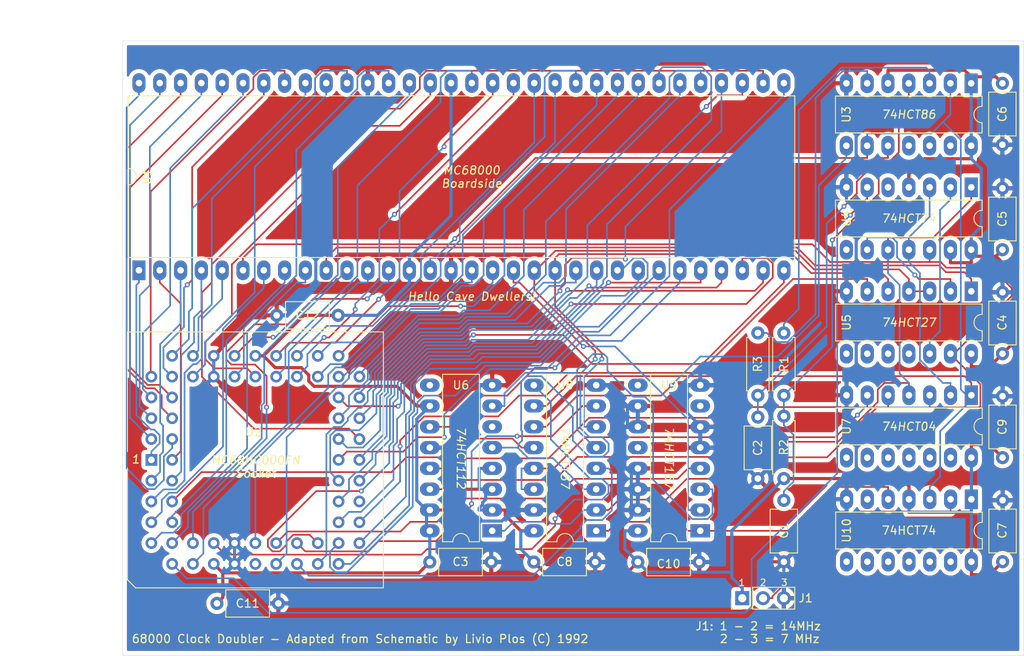
<source format=kicad_pcb>
(kicad_pcb (version 20171130) (host pcbnew "(5.1.2-1)-1")
  (layers (0 F.Cu mixed) (31 B.Cu mixed) (35 F.Paste user) (36 B.SilkS user) (37 F.SilkS user) (38 B.Mask user) (39 F.Mask user) (44 Edge.Cuts user))
  (net 0 "")
  (net 1 /GND)
  (net 2 /VCC)
  (net 3 /CPU_D5)
  (net 4 /CPU_D6)
  (net 5 /CPU_D7)
  (net 6 /CPU_D8)
  (net 7 /CPU_D9)
  (net 8 /CPU_D10)
  (net 9 /CPU_D11)
  (net 10 /CPU_D12)
  (net 11 /CPU_D13)
  (net 12 /CPU_D14)
  (net 13 /CPU_D15)
  (net 14 /CPU_A23)
  (net 15 /CPU_A22)
  (net 16 /CPU_A21)
  (net 17 /CPU_A20)
  (net 18 /CPU_A19)
  (net 19 /CPU_A18)
  (net 20 /CPU_A17)
  (net 21 /CPU_A16)
  (net 22 /CPU_A15)
  (net 23 /CPU_A14)
  (net 24 /CPU_A13)
  (net 25 /CPU_A12)
  (net 26 /CPU_A11)
  (net 27 /CPU_A10)
  (net 28 /CPU_A9)
  (net 29 /CPU_A8)
  (net 30 /CPU_A7)
  (net 31 /CPU_A6)
  (net 32 /CPU_A5)
  (net 33 /CPU_A4)
  (net 34 /CPU_A3)
  (net 35 /CPU_A2)
  (net 36 /CPU_A1)
  (net 37 /CPU_FC0)
  (net 38 /CPU_FC1)
  (net 39 /CPU_FC2)
  (net 40 /CPU_IPL0)
  (net 41 /CPU_IPL1)
  (net 42 /CPU_IPL2)
  (net 43 /CPU_BERR)
  (net 44 /CPU_VPA)
  (net 45 /CPU_E)
  (net 46 /CPU_VMA)
  (net 47 /CPU_RESET)
  (net 48 /CPU_HALT)
  (net 49 /CPU_CLK)
  (net 50 /CPU_BR)
  (net 51 /CPU_BGACK)
  (net 52 /CPU_BG)
  (net 53 /CPU_DTACK)
  (net 54 /CPU_RW)
  (net 55 /CPU_LDS)
  (net 56 /CPU_UDS)
  (net 57 /CPU_AS)
  (net 58 /CPU_D0)
  (net 59 /CPU_D1)
  (net 60 /CPU_D2)
  (net 61 /CPU_D3)
  (net 62 /CPU_D4)
  (net 63 "Net-(R1-Pad2)")
  (net 64 "Net-(R3-Pad2)")
  (net 65 "Net-(U4-Pad5)")
  (net 66 "Net-(U4-Pad9)")
  (net 67 "Net-(U4-Pad2)")
  (net 68 "Net-(U4-Pad8)")
  (net 69 "Net-(U4-Pad1)")
  (net 70 "Net-(U5-Pad6)")
  (net 71 "Net-(U6-Pad9)")
  (net 72 "Net-(U6-Pad6)")
  (net 73 "/A500 14Mhz Accelerator Sheet 2/CDAC")
  (net 74 /CPU_CLK14)
  (net 75 "/A500 14Mhz Accelerator Sheet 2/_CLKIN")
  (net 76 /CPU_E14)
  (net 77 /CPU_DTACK14)
  (net 78 "/A500 14Mhz Accelerator Sheet 2/_E_OUT")
  (net 79 /CPU_VMA14)
  (net 80 "/A500 14Mhz Accelerator Sheet 2/SPD_SEL")
  (net 81 /CPU_VPA14)
  (net 82 /CPU_AS14)
  (net 83 "/A500 14Mhz Accelerator Sheet 2/SW_CLK14")
  (net 84 "/A500 14Mhz Accelerator Sheet 2/SW_E14")
  (net 85 "/A500 14Mhz Accelerator Sheet 2/SW_VMA")
  (net 86 "/A500 14Mhz Accelerator Sheet 2/SEL_SW")
  (net 87 "Net-(U9-Pad9)")
  (net 88 "Net-(U9-Pad12)")
  (net 89 "Net-(U9-Pad7)")
  (net 90 "Net-(U10-Pad6)")
  (net 91 "Net-(U2-Pad18)")
  (net 92 "Net-(U2-Pad31)")
  (net 93 "Net-(C1-Pad2)")
  (module Resistor_THT:R_Axial_DIN0207_L6.3mm_D2.5mm_P7.62mm_Horizontal (layer F.Cu) (at 162.56 128.27 90)
    (fp_text reference R3 (at 3.81 0 90) (layer F.SilkS))
    (fp_text value 560)
    (pad 2 thru_hole oval (at 7.62 0 90) (size 1.6 1.6) (drill 0.8) (layers *.Cu *.Mask) (net 64 "Net-(R3-Pad2)"))
    (pad 1 thru_hole circle (at 0 0 90) (size 1.6 1.6) (drill 0.8) (layers *.Cu *.Mask) (net 73 "/A500 14Mhz Accelerator Sheet 2/CDAC"))
  )
  (module Resistor_THT:R_Axial_DIN0207_L6.3mm_D2.5mm_P7.62mm_Horizontal (layer F.Cu) (at 165.735 138.43 90)
    (fp_text reference R2 (at 3.81 0 90) (layer F.SilkS))
    (fp_text value 10k)
    (pad 2 thru_hole oval (at 7.62 0 90) (size 1.6 1.6) (drill 0.8) (layers *.Cu *.Mask) (net 93 "Net-(C1-Pad2)"))
    (pad 1 thru_hole circle (at 0 0 90) (size 1.6 1.6) (drill 0.8) (layers *.Cu *.Mask) (net 2 /VCC))
  )
  (module Resistor_THT:R_Axial_DIN0207_L6.3mm_D2.5mm_P7.62mm_Horizontal (layer F.Cu) (at 165.735 128.27 90)
    (fp_text reference R1 (at 3.81 0.014 90) (layer F.SilkS))
    (fp_text value 560)
    (pad 2 thru_hole oval (at 7.62 0 90) (size 1.6 1.6) (drill 0.8) (layers *.Cu *.Mask) (net 63 "Net-(R1-Pad2)"))
    (pad 1 thru_hole circle (at 0 0 90) (size 1.6 1.6) (drill 0.8) (layers *.Cu *.Mask) (net 93 "Net-(C1-Pad2)"))
  )
  (module Capacitor_THT:C_Axial_L5.1mm_D3.1mm_P7.50mm_Horizontal (layer F.Cu) (at 111.316 118.5 180)
    (fp_text reference C12 (at 3.75 0) (layer F.SilkS))
    (fp_text value 0.1uF)
    (pad 2 thru_hole oval (at 7.5 0 180) (size 1.6 1.6) (drill 0.8) (layers *.Cu *.Mask) (net 1 /GND))
    (pad 1 thru_hole circle (at 0 0 180) (size 1.6 1.6) (drill 0.8) (layers *.Cu *.Mask) (net 2 /VCC))
  )
  (module Capacitor_THT:C_Axial_L5.1mm_D3.1mm_P7.50mm_Horizontal (layer F.Cu) (at 96.52 153.67)
    (fp_text reference C11 (at 3.75 0) (layer F.SilkS))
    (fp_text value 0.1uF)
    (pad 2 thru_hole oval (at 7.5 0) (size 1.6 1.6) (drill 0.8) (layers *.Cu *.Mask) (net 1 /GND))
    (pad 1 thru_hole circle (at 0 0) (size 1.6 1.6) (drill 0.8) (layers *.Cu *.Mask) (net 2 /VCC))
  )
  (module Capacitor_THT:C_Axial_L5.1mm_D3.1mm_P7.50mm_Horizontal (layer F.Cu) (at 147.907 148.619)
    (fp_text reference C10 (at 3.75 0.225) (layer F.SilkS))
    (fp_text value 0.1uF)
    (pad 2 thru_hole oval (at 7.5 0) (size 1.6 1.6) (drill 0.8) (layers *.Cu *.Mask) (net 1 /GND))
    (pad 1 thru_hole circle (at 0 0) (size 1.6 1.6) (drill 0.8) (layers *.Cu *.Mask) (net 2 /VCC))
  )
  (module Capacitor_THT:C_Axial_L5.1mm_D3.1mm_P7.50mm_Horizontal (layer F.Cu) (at 192.434 135.874 90)
    (fp_text reference C9 (at 3.75 -0.029 90) (layer F.SilkS))
    (fp_text value 0.1uF)
    (pad 2 thru_hole oval (at 7.5 0 90) (size 1.6 1.6) (drill 0.8) (layers *.Cu *.Mask) (net 1 /GND))
    (pad 1 thru_hole circle (at 0 0 90) (size 1.6 1.6) (drill 0.8) (layers *.Cu *.Mask) (net 2 /VCC))
  )
  (module Capacitor_THT:C_Axial_L5.1mm_D3.1mm_P7.50mm_Horizontal (layer F.Cu) (at 135.207 148.619)
    (fp_text reference C8 (at 3.75 -0.029) (layer F.SilkS))
    (fp_text value 0.1uF)
    (pad 2 thru_hole oval (at 7.5 0) (size 1.6 1.6) (drill 0.8) (layers *.Cu *.Mask) (net 1 /GND))
    (pad 1 thru_hole circle (at 0 0) (size 1.6 1.6) (drill 0.8) (layers *.Cu *.Mask) (net 2 /VCC))
  )
  (module Capacitor_THT:C_Axial_L5.1mm_D3.1mm_P7.50mm_Horizontal (layer F.Cu) (at 192.441 148.579 90)
    (fp_text reference C7 (at 3.7986 -0.036 90) (layer F.SilkS))
    (fp_text value 0.1uF)
    (pad 2 thru_hole oval (at 7.5 0 90) (size 1.6 1.6) (drill 0.8) (layers *.Cu *.Mask) (net 1 /GND))
    (pad 1 thru_hole circle (at 0 0 90) (size 1.6 1.6) (drill 0.8) (layers *.Cu *.Mask) (net 2 /VCC))
  )
  (module Capacitor_THT:C_Axial_L5.1mm_D3.1mm_P7.50mm_Horizontal (layer F.Cu) (at 192.416 90.1713 270)
    (fp_text reference C6 (at 3.75 0.0106 90) (layer F.SilkS))
    (fp_text value 0.1uF)
    (pad 2 thru_hole oval (at 7.5 0 270) (size 1.6 1.6) (drill 0.8) (layers *.Cu *.Mask) (net 1 /GND))
    (pad 1 thru_hole circle (at 0 0 270) (size 1.6 1.6) (drill 0.8) (layers *.Cu *.Mask) (net 2 /VCC))
  )
  (module Capacitor_THT:C_Axial_L5.1mm_D3.1mm_P7.50mm_Horizontal (layer F.Cu) (at 192.421 110.487 90)
    (fp_text reference C5 (at 3.75 -0.0163 90) (layer F.SilkS))
    (fp_text value 0.1uF)
    (pad 2 thru_hole oval (at 7.5 0 90) (size 1.6 1.6) (drill 0.8) (layers *.Cu *.Mask) (net 1 /GND))
    (pad 1 thru_hole circle (at 0 0 90) (size 1.6 1.6) (drill 0.8) (layers *.Cu *.Mask) (net 2 /VCC))
  )
  (module Capacitor_THT:C_Axial_L5.1mm_D3.1mm_P7.50mm_Horizontal (layer F.Cu) (at 192.428 123.186 90)
    (fp_text reference C4 (at 3.8065 -0.0234 90) (layer F.SilkS))
    (fp_text value 0.1uF)
    (pad 2 thru_hole oval (at 7.5 0 90) (size 1.6 1.6) (drill 0.8) (layers *.Cu *.Mask) (net 1 /GND))
    (pad 1 thru_hole circle (at 0 0 90) (size 1.6 1.6) (drill 0.8) (layers *.Cu *.Mask) (net 2 /VCC))
  )
  (module Capacitor_THT:C_Axial_L5.1mm_D3.1mm_P7.50mm_Horizontal (layer F.Cu) (at 122.507 148.619)
    (fp_text reference C3 (at 3.75 -0.029) (layer F.SilkS))
    (fp_text value 0.1uF)
    (pad 2 thru_hole oval (at 7.5 0) (size 1.6 1.6) (drill 0.8) (layers *.Cu *.Mask) (net 1 /GND))
    (pad 1 thru_hole circle (at 0 0) (size 1.6 1.6) (drill 0.8) (layers *.Cu *.Mask) (net 2 /VCC))
  )
  (module Capacitor_THT:C_Axial_L5.1mm_D3.1mm_P7.50mm_Horizontal (layer F.Cu) (at 162.56 138.43 90)
    (fp_text reference C2 (at 3.75 0 90) (layer F.SilkS))
    (fp_text value 22pf)
    (pad 2 thru_hole oval (at 7.5 0 90) (size 1.6 1.6) (drill 0.8) (layers *.Cu *.Mask) (net 73 "/A500 14Mhz Accelerator Sheet 2/CDAC"))
    (pad 1 thru_hole circle (at 0 0 90) (size 1.6 1.6) (drill 0.8) (layers *.Cu *.Mask) (net 1 /GND))
  )
  (module Capacitor_THT:C_Axial_L5.1mm_D3.1mm_P7.50mm_Horizontal (layer F.Cu) (at 165.735 148.59 90)
    (fp_text reference C1 (at 3.81 0 90) (layer F.SilkS))
    (fp_text value 22pf)
    (pad 2 thru_hole oval (at 7.5 0 90) (size 1.6 1.6) (drill 0.8) (layers *.Cu *.Mask) (net 93 "Net-(C1-Pad2)"))
    (pad 1 thru_hole circle (at 0 0 90) (size 1.6 1.6) (drill 0.8) (layers *.Cu *.Mask) (net 1 /GND))
  )
  (module Package_DIP:DIP-14_W7.62mm_LongPads (layer F.Cu) (at 188.606 90.1713 270)
    (fp_text reference U3 (at 3.81 15.24 90) (layer F.SilkS))
    (fp_text value 74HC86)
    (pad 1 thru_hole rect (at 0 0 270) (size 2.4 1.6) (drill 0.8) (layers *.Cu *.Mask) (net 2 /VCC))
    (pad 8 thru_hole oval (at 7.62 15.24 270) (size 2.4 1.6) (drill 0.8) (layers *.Cu *.Mask) (net 83 "/A500 14Mhz Accelerator Sheet 2/SW_CLK14"))
    (pad 2 thru_hole oval (at 0 2.54 270) (size 2.4 1.6) (drill 0.8) (layers *.Cu *.Mask) (net 49 /CPU_CLK))
    (pad 9 thru_hole oval (at 7.62 12.7 270) (size 2.4 1.6) (drill 0.8) (layers *.Cu *.Mask) (net 49 /CPU_CLK))
    (pad 3 thru_hole oval (at 0 5.08 270) (size 2.4 1.6) (drill 0.8) (layers *.Cu *.Mask) (net 63 "Net-(R1-Pad2)"))
    (pad 10 thru_hole oval (at 7.62 10.16 270) (size 2.4 1.6) (drill 0.8) (layers *.Cu *.Mask) (net 73 "/A500 14Mhz Accelerator Sheet 2/CDAC"))
    (pad 4 thru_hole oval (at 0 7.62 270) (size 2.4 1.6) (drill 0.8) (layers *.Cu *.Mask) (net 93 "Net-(C1-Pad2)"))
    (pad 11 thru_hole oval (at 7.62 7.62 270) (size 2.4 1.6) (drill 0.8) (layers *.Cu *.Mask))
    (pad 5 thru_hole oval (at 0 10.16 270) (size 2.4 1.6) (drill 0.8) (layers *.Cu *.Mask) (net 2 /VCC))
    (pad 12 thru_hole oval (at 7.62 5.08 270) (size 2.4 1.6) (drill 0.8) (layers *.Cu *.Mask))
    (pad 6 thru_hole oval (at 0 12.7 270) (size 2.4 1.6) (drill 0.8) (layers *.Cu *.Mask) (net 64 "Net-(R3-Pad2)"))
    (pad 13 thru_hole oval (at 7.62 2.54 270) (size 2.4 1.6) (drill 0.8) (layers *.Cu *.Mask))
    (pad 7 thru_hole oval (at 0 15.24 270) (size 2.4 1.6) (drill 0.8) (layers *.Cu *.Mask) (net 1 /GND))
    (pad 14 thru_hole oval (at 7.62 0 270) (size 2.4 1.6) (drill 0.8) (layers *.Cu *.Mask) (net 2 /VCC))
  )
  (module Package_DIP:DIP-14_W7.62mm_LongPads (layer F.Cu) (at 188.611 102.867 270)
    (fp_text reference U4 (at 3.81 15.24 90) (layer F.SilkS))
    (fp_text value 74HC74)
    (pad 14 thru_hole oval (at 7.62 0 270) (size 2.4 1.6) (drill 0.8) (layers *.Cu *.Mask) (net 2 /VCC))
    (pad 7 thru_hole oval (at 0 15.24 270) (size 2.4 1.6) (drill 0.8) (layers *.Cu *.Mask) (net 1 /GND))
    (pad 13 thru_hole oval (at 7.62 2.54 270) (size 2.4 1.6) (drill 0.8) (layers *.Cu *.Mask) (net 2 /VCC))
    (pad 6 thru_hole oval (at 0 12.7 270) (size 2.4 1.6) (drill 0.8) (layers *.Cu *.Mask) (net 77 /CPU_DTACK14))
    (pad 12 thru_hole oval (at 7.62 5.08 270) (size 2.4 1.6) (drill 0.8) (layers *.Cu *.Mask) (net 57 /CPU_AS))
    (pad 5 thru_hole oval (at 0 10.16 270) (size 2.4 1.6) (drill 0.8) (layers *.Cu *.Mask) (net 65 "Net-(U4-Pad5)"))
    (pad 11 thru_hole oval (at 7.62 7.62 270) (size 2.4 1.6) (drill 0.8) (layers *.Cu *.Mask) (net 75 "/A500 14Mhz Accelerator Sheet 2/_CLKIN"))
    (pad 4 thru_hole oval (at 0 7.62 270) (size 2.4 1.6) (drill 0.8) (layers *.Cu *.Mask) (net 2 /VCC))
    (pad 10 thru_hole oval (at 7.62 10.16 270) (size 2.4 1.6) (drill 0.8) (layers *.Cu *.Mask) (net 69 "Net-(U4-Pad1)"))
    (pad 3 thru_hole oval (at 0 5.08 270) (size 2.4 1.6) (drill 0.8) (layers *.Cu *.Mask) (net 75 "/A500 14Mhz Accelerator Sheet 2/_CLKIN"))
    (pad 9 thru_hole oval (at 7.62 12.7 270) (size 2.4 1.6) (drill 0.8) (layers *.Cu *.Mask) (net 66 "Net-(U4-Pad9)"))
    (pad 2 thru_hole oval (at 0 2.54 270) (size 2.4 1.6) (drill 0.8) (layers *.Cu *.Mask) (net 67 "Net-(U4-Pad2)"))
    (pad 8 thru_hole oval (at 7.62 15.24 270) (size 2.4 1.6) (drill 0.8) (layers *.Cu *.Mask) (net 68 "Net-(U4-Pad8)"))
    (pad 1 thru_hole rect (at 0 0 270) (size 2.4 1.6) (drill 0.8) (layers *.Cu *.Mask) (net 69 "Net-(U4-Pad1)"))
  )
  (module Package_DIP:DIP-14_W7.62mm_LongPads (layer F.Cu) (at 188.618 115.566 270)
    (fp_text reference U5 (at 3.81 15.24 90) (layer F.SilkS))
    (fp_text value 74LS27)
    (pad 1 thru_hole rect (at 0 0 270) (size 2.4 1.6) (drill 0.8) (layers *.Cu *.Mask) (net 53 /CPU_DTACK))
    (pad 8 thru_hole oval (at 7.62 15.24 270) (size 2.4 1.6) (drill 0.8) (layers *.Cu *.Mask))
    (pad 2 thru_hole oval (at 0 2.54 270) (size 2.4 1.6) (drill 0.8) (layers *.Cu *.Mask) (net 66 "Net-(U4-Pad9)"))
    (pad 9 thru_hole oval (at 7.62 12.7 270) (size 2.4 1.6) (drill 0.8) (layers *.Cu *.Mask))
    (pad 3 thru_hole oval (at 0 5.08 270) (size 2.4 1.6) (drill 0.8) (layers *.Cu *.Mask) (net 45 /CPU_E))
    (pad 10 thru_hole oval (at 7.62 10.16 270) (size 2.4 1.6) (drill 0.8) (layers *.Cu *.Mask))
    (pad 4 thru_hole oval (at 0 7.62 270) (size 2.4 1.6) (drill 0.8) (layers *.Cu *.Mask) (net 45 /CPU_E))
    (pad 11 thru_hole oval (at 7.62 7.62 270) (size 2.4 1.6) (drill 0.8) (layers *.Cu *.Mask))
    (pad 5 thru_hole oval (at 0 10.16 270) (size 2.4 1.6) (drill 0.8) (layers *.Cu *.Mask) (net 44 /CPU_VPA))
    (pad 12 thru_hole oval (at 7.62 5.08 270) (size 2.4 1.6) (drill 0.8) (layers *.Cu *.Mask) (net 67 "Net-(U4-Pad2)"))
    (pad 6 thru_hole oval (at 0 12.7 270) (size 2.4 1.6) (drill 0.8) (layers *.Cu *.Mask) (net 70 "Net-(U5-Pad6)"))
    (pad 13 thru_hole oval (at 7.62 2.54 270) (size 2.4 1.6) (drill 0.8) (layers *.Cu *.Mask) (net 57 /CPU_AS))
    (pad 7 thru_hole oval (at 0 15.24 270) (size 2.4 1.6) (drill 0.8) (layers *.Cu *.Mask) (net 1 /GND))
    (pad 14 thru_hole oval (at 7.62 0 270) (size 2.4 1.6) (drill 0.8) (layers *.Cu *.Mask) (net 2 /VCC))
  )
  (module Package_DIP:DIP-16_W7.62mm_LongPads (layer F.Cu) (at 130.127 144.809 180)
    (fp_text reference U6 (at 3.81 17.78) (layer F.SilkS))
    (fp_text value 74LS112)
    (pad 1 thru_hole rect (at 0 0 180) (size 2.4 1.6) (drill 0.8) (layers *.Cu *.Mask) (net 84 "/A500 14Mhz Accelerator Sheet 2/SW_E14"))
    (pad 9 thru_hole oval (at 7.62 17.78 180) (size 2.4 1.6) (drill 0.8) (layers *.Cu *.Mask) (net 71 "Net-(U6-Pad9)"))
    (pad 2 thru_hole oval (at 0 2.54 180) (size 2.4 1.6) (drill 0.8) (layers *.Cu *.Mask) (net 2 /VCC))
    (pad 10 thru_hole oval (at 7.62 15.24 180) (size 2.4 1.6) (drill 0.8) (layers *.Cu *.Mask) (net 2 /VCC))
    (pad 3 thru_hole oval (at 0 5.08 180) (size 2.4 1.6) (drill 0.8) (layers *.Cu *.Mask) (net 2 /VCC))
    (pad 11 thru_hole oval (at 7.62 12.7 180) (size 2.4 1.6) (drill 0.8) (layers *.Cu *.Mask) (net 70 "Net-(U5-Pad6)"))
    (pad 4 thru_hole oval (at 0 7.62 180) (size 2.4 1.6) (drill 0.8) (layers *.Cu *.Mask) (net 2 /VCC))
    (pad 12 thru_hole oval (at 7.62 10.16 180) (size 2.4 1.6) (drill 0.8) (layers *.Cu *.Mask) (net 1 /GND))
    (pad 5 thru_hole oval (at 0 10.16 180) (size 2.4 1.6) (drill 0.8) (layers *.Cu *.Mask) (net 45 /CPU_E))
    (pad 13 thru_hole oval (at 7.62 7.62 180) (size 2.4 1.6) (drill 0.8) (layers *.Cu *.Mask) (net 78 "/A500 14Mhz Accelerator Sheet 2/_E_OUT"))
    (pad 6 thru_hole oval (at 0 12.7 180) (size 2.4 1.6) (drill 0.8) (layers *.Cu *.Mask) (net 72 "Net-(U6-Pad6)"))
    (pad 14 thru_hole oval (at 7.62 5.08 180) (size 2.4 1.6) (drill 0.8) (layers *.Cu *.Mask) (net 69 "Net-(U4-Pad1)"))
    (pad 7 thru_hole oval (at 0 15.24 180) (size 2.4 1.6) (drill 0.8) (layers *.Cu *.Mask) (net 85 "/A500 14Mhz Accelerator Sheet 2/SW_VMA"))
    (pad 15 thru_hole oval (at 7.62 2.54 180) (size 2.4 1.6) (drill 0.8) (layers *.Cu *.Mask) (net 2 /VCC))
    (pad 8 thru_hole oval (at 0 17.78 180) (size 2.4 1.6) (drill 0.8) (layers *.Cu *.Mask) (net 1 /GND))
    (pad 16 thru_hole oval (at 7.62 0 180) (size 2.4 1.6) (drill 0.8) (layers *.Cu *.Mask) (net 2 /VCC))
  )
  (module Package_DIP:DIP-14_W7.62mm_LongPads (layer F.Cu) (at 188.624 128.254 270)
    (fp_text reference U7 (at 3.81 15.24 270) (layer F.SilkS))
    (fp_text value 74HC04)
    (pad 14 thru_hole oval (at 7.62 0 270) (size 2.4 1.6) (drill 0.8) (layers *.Cu *.Mask) (net 2 /VCC))
    (pad 7 thru_hole oval (at 0 15.24 270) (size 2.4 1.6) (drill 0.8) (layers *.Cu *.Mask) (net 1 /GND))
    (pad 13 thru_hole oval (at 7.62 2.54 270) (size 2.4 1.6) (drill 0.8) (layers *.Cu *.Mask))
    (pad 6 thru_hole oval (at 0 12.7 270) (size 2.4 1.6) (drill 0.8) (layers *.Cu *.Mask) (net 78 "/A500 14Mhz Accelerator Sheet 2/_E_OUT"))
    (pad 12 thru_hole oval (at 7.62 5.08 270) (size 2.4 1.6) (drill 0.8) (layers *.Cu *.Mask))
    (pad 5 thru_hole oval (at 0 10.16 270) (size 2.4 1.6) (drill 0.8) (layers *.Cu *.Mask) (net 84 "/A500 14Mhz Accelerator Sheet 2/SW_E14"))
    (pad 11 thru_hole oval (at 7.62 7.62 270) (size 2.4 1.6) (drill 0.8) (layers *.Cu *.Mask))
    (pad 4 thru_hole oval (at 0 7.62 270) (size 2.4 1.6) (drill 0.8) (layers *.Cu *.Mask) (net 69 "Net-(U4-Pad1)"))
    (pad 10 thru_hole oval (at 7.62 10.16 270) (size 2.4 1.6) (drill 0.8) (layers *.Cu *.Mask))
    (pad 3 thru_hole oval (at 0 5.08 270) (size 2.4 1.6) (drill 0.8) (layers *.Cu *.Mask) (net 57 /CPU_AS))
    (pad 9 thru_hole oval (at 7.62 12.7 270) (size 2.4 1.6) (drill 0.8) (layers *.Cu *.Mask))
    (pad 2 thru_hole oval (at 0 2.54 270) (size 2.4 1.6) (drill 0.8) (layers *.Cu *.Mask) (net 75 "/A500 14Mhz Accelerator Sheet 2/_CLKIN"))
    (pad 8 thru_hole oval (at 7.62 15.24 270) (size 2.4 1.6) (drill 0.8) (layers *.Cu *.Mask))
    (pad 1 thru_hole rect (at 0 0 270) (size 2.4 1.6) (drill 0.8) (layers *.Cu *.Mask) (net 49 /CPU_CLK))
  )
  (module Connector_PinHeader_2.54mm:PinHeader_1x03_P2.54mm_Vertical (layer F.Cu) (at 160.655 153.035 90)
    (fp_text reference J1 (at 0 7.747 180) (layer F.SilkS))
    (fp_text value "Speed Selector")
    (pad 1 thru_hole rect (at 0 0 90) (size 1.7 1.7) (drill 1) (layers *.Cu *.Mask) (net 2 /VCC))
    (pad 2 thru_hole oval (at 0 2.54 90) (size 1.7 1.7) (drill 1) (layers *.Cu *.Mask) (net 80 "/A500 14Mhz Accelerator Sheet 2/SPD_SEL"))
    (pad 3 thru_hole oval (at 0 5.08 90) (size 1.7 1.7) (drill 1) (layers *.Cu *.Mask) (net 1 /GND))
  )
  (module Package_DIP:DIP-16_W7.62mm_LongPads (layer F.Cu) (at 142.827 144.809 180)
    (fp_text reference U8 (at 3.81 17.78) (layer F.SilkS))
    (fp_text value 74LS157)
    (pad 1 thru_hole rect (at 0 0 180) (size 2.4 1.6) (drill 0.8) (layers *.Cu *.Mask) (net 86 "/A500 14Mhz Accelerator Sheet 2/SEL_SW"))
    (pad 9 thru_hole oval (at 7.62 17.78 180) (size 2.4 1.6) (drill 0.8) (layers *.Cu *.Mask) (net 74 /CPU_CLK14))
    (pad 2 thru_hole oval (at 0 2.54 180) (size 2.4 1.6) (drill 0.8) (layers *.Cu *.Mask) (net 84 "/A500 14Mhz Accelerator Sheet 2/SW_E14"))
    (pad 10 thru_hole oval (at 7.62 15.24 180) (size 2.4 1.6) (drill 0.8) (layers *.Cu *.Mask) (net 49 /CPU_CLK))
    (pad 3 thru_hole oval (at 0 5.08 180) (size 2.4 1.6) (drill 0.8) (layers *.Cu *.Mask) (net 45 /CPU_E))
    (pad 11 thru_hole oval (at 7.62 12.7 180) (size 2.4 1.6) (drill 0.8) (layers *.Cu *.Mask) (net 83 "/A500 14Mhz Accelerator Sheet 2/SW_CLK14"))
    (pad 4 thru_hole oval (at 0 7.62 180) (size 2.4 1.6) (drill 0.8) (layers *.Cu *.Mask) (net 76 /CPU_E14))
    (pad 12 thru_hole oval (at 7.62 10.16 180) (size 2.4 1.6) (drill 0.8) (layers *.Cu *.Mask) (net 82 /CPU_AS14))
    (pad 5 thru_hole oval (at 0 10.16 180) (size 2.4 1.6) (drill 0.8) (layers *.Cu *.Mask) (net 85 "/A500 14Mhz Accelerator Sheet 2/SW_VMA"))
    (pad 13 thru_hole oval (at 7.62 7.62 180) (size 2.4 1.6) (drill 0.8) (layers *.Cu *.Mask) (net 57 /CPU_AS))
    (pad 6 thru_hole oval (at 0 12.7 180) (size 2.4 1.6) (drill 0.8) (layers *.Cu *.Mask) (net 44 /CPU_VPA))
    (pad 14 thru_hole oval (at 7.62 5.08 180) (size 2.4 1.6) (drill 0.8) (layers *.Cu *.Mask) (net 57 /CPU_AS))
    (pad 7 thru_hole oval (at 0 15.24 180) (size 2.4 1.6) (drill 0.8) (layers *.Cu *.Mask) (net 81 /CPU_VPA14))
    (pad 15 thru_hole oval (at 7.62 2.54 180) (size 2.4 1.6) (drill 0.8) (layers *.Cu *.Mask) (net 1 /GND))
    (pad 8 thru_hole oval (at 0 17.78 180) (size 2.4 1.6) (drill 0.8) (layers *.Cu *.Mask) (net 1 /GND))
    (pad 16 thru_hole oval (at 7.62 0 180) (size 2.4 1.6) (drill 0.8) (layers *.Cu *.Mask) (net 2 /VCC))
  )
  (module Package_DIP:DIP-16_W7.62mm_LongPads (layer F.Cu) (at 155.527 144.809 180)
    (fp_text reference U9 (at 3.81 17.78) (layer F.SilkS))
    (fp_text value 74LS157)
    (pad 1 thru_hole rect (at 0 0 180) (size 2.4 1.6) (drill 0.8) (layers *.Cu *.Mask) (net 86 "/A500 14Mhz Accelerator Sheet 2/SEL_SW"))
    (pad 9 thru_hole oval (at 7.62 17.78 180) (size 2.4 1.6) (drill 0.8) (layers *.Cu *.Mask) (net 87 "Net-(U9-Pad9)"))
    (pad 2 thru_hole oval (at 0 2.54 180) (size 2.4 1.6) (drill 0.8) (layers *.Cu *.Mask) (net 46 /CPU_VMA))
    (pad 10 thru_hole oval (at 7.62 15.24 180) (size 2.4 1.6) (drill 0.8) (layers *.Cu *.Mask) (net 1 /GND))
    (pad 3 thru_hole oval (at 0 5.08 180) (size 2.4 1.6) (drill 0.8) (layers *.Cu *.Mask) (net 85 "/A500 14Mhz Accelerator Sheet 2/SW_VMA"))
    (pad 11 thru_hole oval (at 7.62 12.7 180) (size 2.4 1.6) (drill 0.8) (layers *.Cu *.Mask) (net 1 /GND))
    (pad 4 thru_hole oval (at 0 7.62 180) (size 2.4 1.6) (drill 0.8) (layers *.Cu *.Mask) (net 79 /CPU_VMA14))
    (pad 12 thru_hole oval (at 7.62 10.16 180) (size 2.4 1.6) (drill 0.8) (layers *.Cu *.Mask) (net 88 "Net-(U9-Pad12)"))
    (pad 5 thru_hole oval (at 0 10.16 180) (size 2.4 1.6) (drill 0.8) (layers *.Cu *.Mask) (net 1 /GND))
    (pad 13 thru_hole oval (at 7.62 7.62 180) (size 2.4 1.6) (drill 0.8) (layers *.Cu *.Mask) (net 1 /GND))
    (pad 6 thru_hole oval (at 0 12.7 180) (size 2.4 1.6) (drill 0.8) (layers *.Cu *.Mask) (net 1 /GND))
    (pad 14 thru_hole oval (at 7.62 5.08 180) (size 2.4 1.6) (drill 0.8) (layers *.Cu *.Mask) (net 1 /GND))
    (pad 7 thru_hole oval (at 0 15.24 180) (size 2.4 1.6) (drill 0.8) (layers *.Cu *.Mask) (net 89 "Net-(U9-Pad7)"))
    (pad 15 thru_hole oval (at 7.62 2.54 180) (size 2.4 1.6) (drill 0.8) (layers *.Cu *.Mask) (net 1 /GND))
    (pad 8 thru_hole oval (at 0 17.78 180) (size 2.4 1.6) (drill 0.8) (layers *.Cu *.Mask) (net 1 /GND))
    (pad 16 thru_hole oval (at 7.62 0 180) (size 2.4 1.6) (drill 0.8) (layers *.Cu *.Mask) (net 2 /VCC))
  )
  (module Package_DIP:DIP-14_W7.62mm_LongPads (layer F.Cu) (at 188.631 140.959 270)
    (fp_text reference U10 (at 3.81 15.24 90) (layer F.SilkS))
    (fp_text value 74HC74)
    (pad 1 thru_hole rect (at 0 0 270) (size 2.4 1.6) (drill 0.8) (layers *.Cu *.Mask) (net 2 /VCC))
    (pad 8 thru_hole oval (at 7.62 15.24 270) (size 2.4 1.6) (drill 0.8) (layers *.Cu *.Mask))
    (pad 2 thru_hole oval (at 0 2.54 270) (size 2.4 1.6) (drill 0.8) (layers *.Cu *.Mask) (net 80 "/A500 14Mhz Accelerator Sheet 2/SPD_SEL"))
    (pad 9 thru_hole oval (at 7.62 12.7 270) (size 2.4 1.6) (drill 0.8) (layers *.Cu *.Mask))
    (pad 3 thru_hole oval (at 0 5.08 270) (size 2.4 1.6) (drill 0.8) (layers *.Cu *.Mask) (net 49 /CPU_CLK))
    (pad 10 thru_hole oval (at 7.62 10.16 270) (size 2.4 1.6) (drill 0.8) (layers *.Cu *.Mask))
    (pad 4 thru_hole oval (at 0 7.62 270) (size 2.4 1.6) (drill 0.8) (layers *.Cu *.Mask) (net 2 /VCC))
    (pad 11 thru_hole oval (at 7.62 7.62 270) (size 2.4 1.6) (drill 0.8) (layers *.Cu *.Mask))
    (pad 5 thru_hole oval (at 0 10.16 270) (size 2.4 1.6) (drill 0.8) (layers *.Cu *.Mask) (net 86 "/A500 14Mhz Accelerator Sheet 2/SEL_SW"))
    (pad 12 thru_hole oval (at 7.62 5.08 270) (size 2.4 1.6) (drill 0.8) (layers *.Cu *.Mask))
    (pad 6 thru_hole oval (at 0 12.7 270) (size 2.4 1.6) (drill 0.8) (layers *.Cu *.Mask) (net 90 "Net-(U10-Pad6)"))
    (pad 13 thru_hole oval (at 7.62 2.54 270) (size 2.4 1.6) (drill 0.8) (layers *.Cu *.Mask))
    (pad 7 thru_hole oval (at 0 15.24 270) (size 2.4 1.6) (drill 0.8) (layers *.Cu *.Mask) (net 1 /GND))
    (pad 14 thru_hole oval (at 7.62 0 270) (size 2.4 1.6) (drill 0.8) (layers *.Cu *.Mask) (net 2 /VCC))
  )
  (module Package_LCC:PLCC-68_THT-Socket (layer F.Cu) (at 88.513 136.146 90)
    (fp_text reference U2 (at 3.396 12.487 180) (layer F.SilkS))
    (fp_text value "68HC000 Socket")
    (pad 2 thru_hole circle (at 0 2.54 90) (size 1.4224 1.4224) (drill 0.8) (layers *.Cu *.Mask) (net 61 /CPU_D3))
    (pad 4 thru_hole circle (at -2.54 2.54 90) (size 1.4224 1.4224) (drill 0.8) (layers *.Cu *.Mask) (net 59 /CPU_D1))
    (pad 6 thru_hole circle (at -5.08 2.54 90) (size 1.4224 1.4224) (drill 0.8) (layers *.Cu *.Mask) (net 82 /CPU_AS14))
    (pad 8 thru_hole circle (at -7.62 2.54 90) (size 1.4224 1.4224) (drill 0.8) (layers *.Cu *.Mask) (net 55 /CPU_LDS))
    (pad 68 thru_hole circle (at 2.54 2.54 90) (size 1.4224 1.4224) (drill 0.8) (layers *.Cu *.Mask) (net 3 /CPU_D5))
    (pad 66 thru_hole circle (at 5.08 2.54 90) (size 1.4224 1.4224) (drill 0.8) (layers *.Cu *.Mask) (net 5 /CPU_D7))
    (pad 64 thru_hole circle (at 7.62 2.54 90) (size 1.4224 1.4224) (drill 0.8) (layers *.Cu *.Mask) (net 7 /CPU_D9))
    (pad 62 thru_hole circle (at 10.16 2.54 90) (size 1.4224 1.4224) (drill 0.8) (layers *.Cu *.Mask) (net 9 /CPU_D11))
    (pad 1 thru_hole rect (at 0 0 90) (size 1.4224 1.4224) (drill 0.8) (layers *.Cu *.Mask) (net 62 /CPU_D4))
    (pad 3 thru_hole circle (at -2.54 0 90) (size 1.4224 1.4224) (drill 0.8) (layers *.Cu *.Mask) (net 60 /CPU_D2))
    (pad 5 thru_hole circle (at -5.08 0 90) (size 1.4224 1.4224) (drill 0.8) (layers *.Cu *.Mask) (net 58 /CPU_D0))
    (pad 7 thru_hole circle (at -7.62 0 90) (size 1.4224 1.4224) (drill 0.8) (layers *.Cu *.Mask) (net 56 /CPU_UDS))
    (pad 9 thru_hole circle (at -10.16 0 90) (size 1.4224 1.4224) (drill 0.8) (layers *.Cu *.Mask) (net 54 /CPU_RW))
    (pad 67 thru_hole circle (at 2.54 0 90) (size 1.4224 1.4224) (drill 0.8) (layers *.Cu *.Mask) (net 4 /CPU_D6))
    (pad 65 thru_hole circle (at 5.08 0 90) (size 1.4224 1.4224) (drill 0.8) (layers *.Cu *.Mask) (net 6 /CPU_D8))
    (pad 63 thru_hole circle (at 7.62 0 90) (size 1.4224 1.4224) (drill 0.8) (layers *.Cu *.Mask) (net 8 /CPU_D10))
    (pad 11 thru_hole circle (at -10.16 2.54 90) (size 1.4224 1.4224) (drill 0.8) (layers *.Cu *.Mask) (net 52 /CPU_BG))
    (pad 13 thru_hole circle (at -10.16 5.08 90) (size 1.4224 1.4224) (drill 0.8) (layers *.Cu *.Mask) (net 50 /CPU_BR))
    (pad 15 thru_hole circle (at -10.16 7.62 90) (size 1.4224 1.4224) (drill 0.8) (layers *.Cu *.Mask) (net 74 /CPU_CLK14))
    (pad 17 thru_hole circle (at -10.16 10.16 90) (size 1.4224 1.4224) (drill 0.8) (layers *.Cu *.Mask) (net 1 /GND))
    (pad 19 thru_hole circle (at -10.16 12.7 90) (size 1.4224 1.4224) (drill 0.8) (layers *.Cu *.Mask) (net 48 /CPU_HALT))
    (pad 21 thru_hole circle (at -10.16 15.24 90) (size 1.4224 1.4224) (drill 0.8) (layers *.Cu *.Mask) (net 79 /CPU_VMA14))
    (pad 23 thru_hole circle (at -10.16 17.78 90) (size 1.4224 1.4224) (drill 0.8) (layers *.Cu *.Mask) (net 81 /CPU_VPA14))
    (pad 25 thru_hole circle (at -10.16 20.32 90) (size 1.4224 1.4224) (drill 0.8) (layers *.Cu *.Mask) (net 42 /CPU_IPL2))
    (pad 10 thru_hole circle (at -12.7 2.54 90) (size 1.4224 1.4224) (drill 0.8) (layers *.Cu *.Mask) (net 77 /CPU_DTACK14))
    (pad 12 thru_hole circle (at -12.7 5.08 90) (size 1.4224 1.4224) (drill 0.8) (layers *.Cu *.Mask) (net 51 /CPU_BGACK))
    (pad 14 thru_hole circle (at -12.7 7.62 90) (size 1.4224 1.4224) (drill 0.8) (layers *.Cu *.Mask) (net 2 /VCC))
    (pad 16 thru_hole circle (at -12.7 10.16 90) (size 1.4224 1.4224) (drill 0.8) (layers *.Cu *.Mask) (net 1 /GND))
    (pad 18 thru_hole circle (at -12.7 12.7 90) (size 1.4224 1.4224) (drill 0.8) (layers *.Cu *.Mask) (net 91 "Net-(U2-Pad18)"))
    (pad 20 thru_hole circle (at -12.7 15.24 90) (size 1.4224 1.4224) (drill 0.8) (layers *.Cu *.Mask) (net 47 /CPU_RESET))
    (pad 22 thru_hole circle (at -12.7 17.78 90) (size 1.4224 1.4224) (drill 0.8) (layers *.Cu *.Mask) (net 76 /CPU_E14))
    (pad 24 thru_hole circle (at -12.7 20.32 90) (size 1.4224 1.4224) (drill 0.8) (layers *.Cu *.Mask) (net 43 /CPU_BERR))
    (pad 26 thru_hole circle (at -12.7 22.86 90) (size 1.4224 1.4224) (drill 0.8) (layers *.Cu *.Mask) (net 41 /CPU_IPL1))
    (pad 28 thru_hole circle (at -10.16 22.86 90) (size 1.4224 1.4224) (drill 0.8) (layers *.Cu *.Mask) (net 39 /CPU_FC2))
    (pad 30 thru_hole circle (at -7.62 22.86 90) (size 1.4224 1.4224) (drill 0.8) (layers *.Cu *.Mask) (net 37 /CPU_FC0))
    (pad 32 thru_hole circle (at -5.08 22.86 90) (size 1.4224 1.4224) (drill 0.8) (layers *.Cu *.Mask) (net 36 /CPU_A1))
    (pad 34 thru_hole circle (at -2.54 22.86 90) (size 1.4224 1.4224) (drill 0.8) (layers *.Cu *.Mask) (net 34 /CPU_A3))
    (pad 36 thru_hole circle (at 0 22.86 90) (size 1.4224 1.4224) (drill 0.8) (layers *.Cu *.Mask) (net 32 /CPU_A5))
    (pad 38 thru_hole circle (at 2.54 22.86 90) (size 1.4224 1.4224) (drill 0.8) (layers *.Cu *.Mask) (net 30 /CPU_A7))
    (pad 40 thru_hole circle (at 5.08 22.86 90) (size 1.4224 1.4224) (drill 0.8) (layers *.Cu *.Mask) (net 28 /CPU_A9))
    (pad 42 thru_hole circle (at 7.62 22.86 90) (size 1.4224 1.4224) (drill 0.8) (layers *.Cu *.Mask) (net 26 /CPU_A11))
    (pad 44 thru_hole circle (at 12.7 22.86 90) (size 1.4224 1.4224) (drill 0.8) (layers *.Cu *.Mask) (net 24 /CPU_A13))
    (pad 27 thru_hole circle (at -10.16 25.4 90) (size 1.4224 1.4224) (drill 0.8) (layers *.Cu *.Mask) (net 40 /CPU_IPL0))
    (pad 29 thru_hole circle (at -7.62 25.4 90) (size 1.4224 1.4224) (drill 0.8) (layers *.Cu *.Mask) (net 38 /CPU_FC1))
    (pad 31 thru_hole circle (at -5.08 25.4 90) (size 1.4224 1.4224) (drill 0.8) (layers *.Cu *.Mask) (net 92 "Net-(U2-Pad31)"))
    (pad 33 thru_hole circle (at -2.54 25.4 90) (size 1.4224 1.4224) (drill 0.8) (layers *.Cu *.Mask) (net 35 /CPU_A2))
    (pad 35 thru_hole circle (at 0 25.4 90) (size 1.4224 1.4224) (drill 0.8) (layers *.Cu *.Mask) (net 33 /CPU_A4))
    (pad 37 thru_hole circle (at 2.54 25.4 90) (size 1.4224 1.4224) (drill 0.8) (layers *.Cu *.Mask) (net 31 /CPU_A6))
    (pad 39 thru_hole circle (at 5.08 25.4 90) (size 1.4224 1.4224) (drill 0.8) (layers *.Cu *.Mask) (net 29 /CPU_A8))
    (pad 41 thru_hole circle (at 7.62 25.4 90) (size 1.4224 1.4224) (drill 0.8) (layers *.Cu *.Mask) (net 27 /CPU_A10))
    (pad 43 thru_hole circle (at 10.16 25.4 90) (size 1.4224 1.4224) (drill 0.8) (layers *.Cu *.Mask) (net 25 /CPU_A12))
    (pad 45 thru_hole circle (at 10.16 22.86 90) (size 1.4224 1.4224) (drill 0.8) (layers *.Cu *.Mask) (net 23 /CPU_A14))
    (pad 47 thru_hole circle (at 10.16 20.32 90) (size 1.4224 1.4224) (drill 0.8) (layers *.Cu *.Mask) (net 21 /CPU_A16))
    (pad 49 thru_hole circle (at 10.16 17.78 90) (size 1.4224 1.4224) (drill 0.8) (layers *.Cu *.Mask) (net 19 /CPU_A18))
    (pad 51 thru_hole circle (at 10.16 15.24 90) (size 1.4224 1.4224) (drill 0.8) (layers *.Cu *.Mask) (net 17 /CPU_A20))
    (pad 53 thru_hole circle (at 10.16 12.7 90) (size 1.4224 1.4224) (drill 0.8) (layers *.Cu *.Mask) (net 16 /CPU_A21))
    (pad 55 thru_hole circle (at 10.16 10.16 90) (size 1.4224 1.4224) (drill 0.8) (layers *.Cu *.Mask) (net 14 /CPU_A23))
    (pad 57 thru_hole circle (at 10.16 7.62 90) (size 1.4224 1.4224) (drill 0.8) (layers *.Cu *.Mask) (net 1 /GND))
    (pad 59 thru_hole circle (at 10.16 5.08 90) (size 1.4224 1.4224) (drill 0.8) (layers *.Cu *.Mask) (net 12 /CPU_D14))
    (pad 61 thru_hole circle (at 10.16 0 90) (size 1.4224 1.4224) (drill 0.8) (layers *.Cu *.Mask) (net 10 /CPU_D12))
    (pad 46 thru_hole circle (at 12.7 20.32 90) (size 1.4224 1.4224) (drill 0.8) (layers *.Cu *.Mask) (net 22 /CPU_A15))
    (pad 48 thru_hole circle (at 12.7 17.78 90) (size 1.4224 1.4224) (drill 0.8) (layers *.Cu *.Mask) (net 20 /CPU_A17))
    (pad 50 thru_hole circle (at 12.7 15.24 90) (size 1.4224 1.4224) (drill 0.8) (layers *.Cu *.Mask) (net 18 /CPU_A19))
    (pad 52 thru_hole circle (at 12.7 12.7 90) (size 1.4224 1.4224) (drill 0.8) (layers *.Cu *.Mask) (net 2 /VCC))
    (pad 54 thru_hole circle (at 12.7 10.16 90) (size 1.4224 1.4224) (drill 0.8) (layers *.Cu *.Mask) (net 15 /CPU_A22))
    (pad 56 thru_hole circle (at 12.7 7.62 90) (size 1.4224 1.4224) (drill 0.8) (layers *.Cu *.Mask) (net 1 /GND))
    (pad 58 thru_hole circle (at 12.7 5.08 90) (size 1.4224 1.4224) (drill 0.8) (layers *.Cu *.Mask) (net 13 /CPU_D15))
    (pad 60 thru_hole circle (at 12.7 2.54 90) (size 1.4224 1.4224) (drill 0.8) (layers *.Cu *.Mask) (net 11 /CPU_D13))
  )
  (module Package_DIP:DIP-64_W22.86mm_LongPads (layer F.Cu) (at 87 113 90)
    (fp_text reference U1 (at 11.43 1 90) (layer F.SilkS))
    (fp_text value "68000 Boardside")
    (pad 1 thru_hole rect (at 0 0 90) (size 2.4 1.6) (drill 0.8) (layers *.Cu *.Mask) (net 62 /CPU_D4))
    (pad 33 thru_hole oval (at 22.86 78.74 90) (size 2.4 1.6) (drill 0.8) (layers *.Cu *.Mask) (net 32 /CPU_A5))
    (pad 2 thru_hole oval (at 0 2.54 90) (size 2.4 1.6) (drill 0.8) (layers *.Cu *.Mask) (net 61 /CPU_D3))
    (pad 34 thru_hole oval (at 22.86 76.2 90) (size 2.4 1.6) (drill 0.8) (layers *.Cu *.Mask) (net 31 /CPU_A6))
    (pad 3 thru_hole oval (at 0 5.08 90) (size 2.4 1.6) (drill 0.8) (layers *.Cu *.Mask) (net 60 /CPU_D2))
    (pad 35 thru_hole oval (at 22.86 73.66 90) (size 2.4 1.6) (drill 0.8) (layers *.Cu *.Mask) (net 30 /CPU_A7))
    (pad 4 thru_hole oval (at 0 7.62 90) (size 2.4 1.6) (drill 0.8) (layers *.Cu *.Mask) (net 59 /CPU_D1))
    (pad 36 thru_hole oval (at 22.86 71.12 90) (size 2.4 1.6) (drill 0.8) (layers *.Cu *.Mask) (net 29 /CPU_A8))
    (pad 5 thru_hole oval (at 0 10.16 90) (size 2.4 1.6) (drill 0.8) (layers *.Cu *.Mask) (net 58 /CPU_D0))
    (pad 37 thru_hole oval (at 22.86 68.58 90) (size 2.4 1.6) (drill 0.8) (layers *.Cu *.Mask) (net 28 /CPU_A9))
    (pad 6 thru_hole oval (at 0 12.7 90) (size 2.4 1.6) (drill 0.8) (layers *.Cu *.Mask) (net 57 /CPU_AS))
    (pad 38 thru_hole oval (at 22.86 66.04 90) (size 2.4 1.6) (drill 0.8) (layers *.Cu *.Mask) (net 27 /CPU_A10))
    (pad 7 thru_hole oval (at 0 15.24 90) (size 2.4 1.6) (drill 0.8) (layers *.Cu *.Mask) (net 56 /CPU_UDS))
    (pad 39 thru_hole oval (at 22.86 63.5 90) (size 2.4 1.6) (drill 0.8) (layers *.Cu *.Mask) (net 26 /CPU_A11))
    (pad 8 thru_hole oval (at 0 17.78 90) (size 2.4 1.6) (drill 0.8) (layers *.Cu *.Mask) (net 55 /CPU_LDS))
    (pad 40 thru_hole oval (at 22.86 60.96 90) (size 2.4 1.6) (drill 0.8) (layers *.Cu *.Mask) (net 25 /CPU_A12))
    (pad 9 thru_hole oval (at 0 20.32 90) (size 2.4 1.6) (drill 0.8) (layers *.Cu *.Mask) (net 54 /CPU_RW))
    (pad 41 thru_hole oval (at 22.86 58.42 90) (size 2.4 1.6) (drill 0.8) (layers *.Cu *.Mask) (net 24 /CPU_A13))
    (pad 10 thru_hole oval (at 0 22.86 90) (size 2.4 1.6) (drill 0.8) (layers *.Cu *.Mask) (net 53 /CPU_DTACK))
    (pad 42 thru_hole oval (at 22.86 55.88 90) (size 2.4 1.6) (drill 0.8) (layers *.Cu *.Mask) (net 23 /CPU_A14))
    (pad 11 thru_hole oval (at 0 25.4 90) (size 2.4 1.6) (drill 0.8) (layers *.Cu *.Mask) (net 52 /CPU_BG))
    (pad 43 thru_hole oval (at 22.86 53.34 90) (size 2.4 1.6) (drill 0.8) (layers *.Cu *.Mask) (net 22 /CPU_A15))
    (pad 12 thru_hole oval (at 0 27.94 90) (size 2.4 1.6) (drill 0.8) (layers *.Cu *.Mask) (net 51 /CPU_BGACK))
    (pad 44 thru_hole oval (at 22.86 50.8 90) (size 2.4 1.6) (drill 0.8) (layers *.Cu *.Mask) (net 21 /CPU_A16))
    (pad 13 thru_hole oval (at 0 30.48 90) (size 2.4 1.6) (drill 0.8) (layers *.Cu *.Mask) (net 50 /CPU_BR))
    (pad 45 thru_hole oval (at 22.86 48.26 90) (size 2.4 1.6) (drill 0.8) (layers *.Cu *.Mask) (net 20 /CPU_A17))
    (pad 14 thru_hole oval (at 0 33.02 90) (size 2.4 1.6) (drill 0.8) (layers *.Cu *.Mask) (net 2 /VCC))
    (pad 46 thru_hole oval (at 22.86 45.72 90) (size 2.4 1.6) (drill 0.8) (layers *.Cu *.Mask) (net 19 /CPU_A18))
    (pad 15 thru_hole oval (at 0 35.56 90) (size 2.4 1.6) (drill 0.8) (layers *.Cu *.Mask) (net 49 /CPU_CLK))
    (pad 47 thru_hole oval (at 22.86 43.18 90) (size 2.4 1.6) (drill 0.8) (layers *.Cu *.Mask) (net 18 /CPU_A19))
    (pad 16 thru_hole oval (at 0 38.1 90) (size 2.4 1.6) (drill 0.8) (layers *.Cu *.Mask) (net 1 /GND))
    (pad 48 thru_hole oval (at 22.86 40.64 90) (size 2.4 1.6) (drill 0.8) (layers *.Cu *.Mask) (net 17 /CPU_A20))
    (pad 17 thru_hole oval (at 0 40.64 90) (size 2.4 1.6) (drill 0.8) (layers *.Cu *.Mask) (net 48 /CPU_HALT))
    (pad 49 thru_hole oval (at 22.86 38.1 90) (size 2.4 1.6) (drill 0.8) (layers *.Cu *.Mask) (net 2 /VCC))
    (pad 18 thru_hole oval (at 0 43.18 90) (size 2.4 1.6) (drill 0.8) (layers *.Cu *.Mask) (net 47 /CPU_RESET))
    (pad 50 thru_hole oval (at 22.86 35.56 90) (size 2.4 1.6) (drill 0.8) (layers *.Cu *.Mask) (net 16 /CPU_A21))
    (pad 19 thru_hole oval (at 0 45.72 90) (size 2.4 1.6) (drill 0.8) (layers *.Cu *.Mask) (net 46 /CPU_VMA))
    (pad 51 thru_hole oval (at 22.86 33.02 90) (size 2.4 1.6) (drill 0.8) (layers *.Cu *.Mask) (net 15 /CPU_A22))
    (pad 20 thru_hole oval (at 0 48.26 90) (size 2.4 1.6) (drill 0.8) (layers *.Cu *.Mask) (net 45 /CPU_E))
    (pad 52 thru_hole oval (at 22.86 30.48 90) (size 2.4 1.6) (drill 0.8) (layers *.Cu *.Mask) (net 14 /CPU_A23))
    (pad 21 thru_hole oval (at 0 50.8 90) (size 2.4 1.6) (drill 0.8) (layers *.Cu *.Mask) (net 44 /CPU_VPA))
    (pad 53 thru_hole oval (at 22.86 27.94 90) (size 2.4 1.6) (drill 0.8) (layers *.Cu *.Mask) (net 1 /GND))
    (pad 22 thru_hole oval (at 0 53.34 90) (size 2.4 1.6) (drill 0.8) (layers *.Cu *.Mask) (net 43 /CPU_BERR))
    (pad 54 thru_hole oval (at 22.86 25.4 90) (size 2.4 1.6) (drill 0.8) (layers *.Cu *.Mask) (net 13 /CPU_D15))
    (pad 23 thru_hole oval (at 0 55.88 90) (size 2.4 1.6) (drill 0.8) (layers *.Cu *.Mask) (net 42 /CPU_IPL2))
    (pad 55 thru_hole oval (at 22.86 22.86 90) (size 2.4 1.6) (drill 0.8) (layers *.Cu *.Mask) (net 12 /CPU_D14))
    (pad 24 thru_hole oval (at 0 58.42 90) (size 2.4 1.6) (drill 0.8) (layers *.Cu *.Mask) (net 41 /CPU_IPL1))
    (pad 56 thru_hole oval (at 22.86 20.32 90) (size 2.4 1.6) (drill 0.8) (layers *.Cu *.Mask) (net 11 /CPU_D13))
    (pad 25 thru_hole oval (at 0 60.96 90) (size 2.4 1.6) (drill 0.8) (layers *.Cu *.Mask) (net 40 /CPU_IPL0))
    (pad 57 thru_hole oval (at 22.86 17.78 90) (size 2.4 1.6) (drill 0.8) (layers *.Cu *.Mask) (net 10 /CPU_D12))
    (pad 26 thru_hole oval (at 0 63.5 90) (size 2.4 1.6) (drill 0.8) (layers *.Cu *.Mask) (net 39 /CPU_FC2))
    (pad 58 thru_hole oval (at 22.86 15.24 90) (size 2.4 1.6) (drill 0.8) (layers *.Cu *.Mask) (net 9 /CPU_D11))
    (pad 27 thru_hole oval (at 0 66.04 90) (size 2.4 1.6) (drill 0.8) (layers *.Cu *.Mask) (net 38 /CPU_FC1))
    (pad 59 thru_hole oval (at 22.86 12.7 90) (size 2.4 1.6) (drill 0.8) (layers *.Cu *.Mask) (net 8 /CPU_D10))
    (pad 28 thru_hole oval (at 0 68.58 90) (size 2.4 1.6) (drill 0.8) (layers *.Cu *.Mask) (net 37 /CPU_FC0))
    (pad 60 thru_hole oval (at 22.86 10.16 90) (size 2.4 1.6) (drill 0.8) (layers *.Cu *.Mask) (net 7 /CPU_D9))
    (pad 29 thru_hole oval (at 0 71.12 90) (size 2.4 1.6) (drill 0.8) (layers *.Cu *.Mask) (net 36 /CPU_A1))
    (pad 61 thru_hole oval (at 22.86 7.62 90) (size 2.4 1.6) (drill 0.8) (layers *.Cu *.Mask) (net 6 /CPU_D8))
    (pad 30 thru_hole oval (at 0 73.66 90) (size 2.4 1.6) (drill 0.8) (layers *.Cu *.Mask) (net 35 /CPU_A2))
    (pad 62 thru_hole oval (at 22.86 5.08 90) (size 2.4 1.6) (drill 0.8) (layers *.Cu *.Mask) (net 5 /CPU_D7))
    (pad 31 thru_hole oval (at 0 76.2 90) (size 2.4 1.6) (drill 0.8) (layers *.Cu *.Mask) (net 34 /CPU_A3))
    (pad 63 thru_hole oval (at 22.86 2.54 90) (size 2.4 1.6) (drill 0.8) (layers *.Cu *.Mask) (net 4 /CPU_D6))
    (pad 32 thru_hole oval (at 0 78.74 90) (size 2.4 1.6) (drill 0.8) (layers *.Cu *.Mask) (net 33 /CPU_A4))
    (pad 64 thru_hole oval (at 22.86 0 90) (size 2.4 1.6) (drill 0.8) (layers *.Cu *.Mask) (net 3 /CPU_D5))
  )
  (gr_text "1   2   3" (at 163.195 151.13) (layer F.SilkS) (effects (font (size 0.8 0.8) (thickness 0.125))))
  (gr_text "68000 Clock Doubler - Adapted from Schematic by Livio Plos (C) 1992" (at 114 158) (layer F.SilkS) (effects (font (size 1 1))))
  (gr_text "2 - 3 = 7 MHz" (at 164 158) (layer F.SilkS) (effects (font (size 1 1))))
  (gr_text "J1: 1 - 2 = 14MHz\n" (at 162.6 156.45) (layer F.SilkS) (effects (font (size 1 1))))
  (gr_line (start 195 160) (end 175 160) (layer Edge.Cuts) (width 0.05))
  (gr_line (start 195 110) (end 195 160) (layer Edge.Cuts) (width 0.05))
  (gr_line (start 195 85) (end 195 110) (layer Edge.Cuts) (width 0.05))
  (gr_line (start 97 85) (end 195 85) (layer Edge.Cuts) (width 0.05))
  (gr_line (start 85 160) (end 175 160) (layer Edge.Cuts) (width 0.05))
  (gr_line (start 85 99) (end 85 160) (layer Edge.Cuts) (width 0.05))
  (gr_line (start 85 90) (end 85 99) (layer Edge.Cuts) (width 0.05))
  (gr_line (start 85 85) (end 97 85) (layer Edge.Cuts) (width 0.05))
  (gr_line (start 85 90) (end 85 85) (layer Edge.Cuts) (width 0.05))
  (gr_text 1 (at 86.6081 136.079) (layer F.SilkS) (effects (font (size 1 1) (thickness 0.15) italic)))
  (gr_text "Hello Cave Dwellers!" (at 127.635 116.205) (layer F.SilkS) (effects (font (size 1 1) (thickness 0.15) italic)))
  (gr_text 74HCT74 (at 181.011 144.7686) (layer F.SilkS) (effects (font (size 1 1))))
  (gr_text 74HCT157 (at 151.717 135.919 270) (layer F.SilkS) (effects (font (size 1 1) (thickness 0.15) italic)))
  (gr_text 74HCT157 (at 139.017 135.89 270) (layer F.SilkS) (effects (font (size 1 1) (thickness 0.15) italic)))
  (gr_text 74HCT04 (at 180.975 132.08) (layer F.SilkS) (effects (font (size 1 1) (thickness 0.15) italic)))
  (gr_text 74HCT112 (at 126.317 135.919 270) (layer F.SilkS) (effects (font (size 1 1) (thickness 0.15) italic)))
  (gr_text 74HCT27 (at 180.9984 119.3765) (layer F.SilkS) (effects (font (size 1 1) (thickness 0.15) italic)))
  (gr_text 74HCT74 (at 180.9913 106.6772) (layer F.SilkS) (effects (font (size 1 1) (thickness 0.15) italic)))
  (gr_text 74HCT86 (at 180.9856 93.9813) (layer F.SilkS) (effects (font (size 1 1) (thickness 0.15) italic)))
  (gr_text "MC68000\nBoardside" (at 127.635 101.6) (layer F.SilkS) (effects (font (size 1 1) (thickness 0.15) italic)))
  (gr_text "MC68HC000FN\nSocket" (at 101.25 137) (layer F.SilkS) (effects (font (size 1 1) (thickness 0.15) italic)))
  (segment (start 173.378 115.566) (end 173.378 117.1568) (width 0.381) (layer B.Cu) (net 1))
  (segment (start 173.384 128.254) (end 173.384 126.6632) (width 0.381) (layer B.Cu) (net 1))
  (segment (start 173.384 126.6632) (end 174.5689 125.4783) (width 0.381) (layer B.Cu) (net 1))
  (segment (start 174.5689 125.4783) (end 174.5689 118.3477) (width 0.381) (layer B.Cu) (net 1))
  (segment (start 174.5689 118.3477) (end 173.378 117.1568) (width 0.381) (layer B.Cu) (net 1))
  (segment (start 173.391 139.3682) (end 174.5748 138.1844) (width 0.381) (layer B.Cu) (net 1))
  (segment (start 174.5748 138.1844) (end 174.5748 131.5359) (width 0.381) (layer B.Cu) (net 1))
  (segment (start 174.5748 131.5359) (end 173.384 130.3451) (width 0.381) (layer B.Cu) (net 1))
  (segment (start 173.384 130.3451) (end 173.384 128.254) (width 0.381) (layer B.Cu) (net 1))
  (segment (start 125.1 114.5908) (end 127.1526 116.6434) (width 0.381) (layer F.Cu) (net 1))
  (segment (start 127.1526 116.6434) (end 127.1526 125.6454) (width 0.381) (layer F.Cu) (net 1))
  (segment (start 127.1526 125.6454) (end 128.5362 127.029) (width 0.381) (layer F.Cu) (net 1))
  (segment (start 96.133 123.446) (end 96.133 125.986) (width 0.381) (layer B.Cu) (net 1))
  (segment (start 173.391 140.959) (end 173.391 139.3682) (width 0.381) (layer B.Cu) (net 1))
  (segment (start 173.391 140.959) (end 173.391 142.5498) (width 0.381) (layer B.Cu) (net 1))
  (segment (start 173.391 142.5498) (end 171.7752 142.5498) (width 0.381) (layer B.Cu) (net 1))
  (segment (start 171.7752 142.5498) (end 165.735 148.59) (width 0.381) (layer B.Cu) (net 1))
  (segment (start 147.907 132.109) (end 155.527 132.109) (width 0.381) (layer F.Cu) (net 1))
  (segment (start 142.707 147.4282) (end 142.707 147.268) (width 0.381) (layer F.Cu) (net 1))
  (segment (start 142.707 147.268) (end 137.708 142.269) (width 0.381) (layer F.Cu) (net 1))
  (segment (start 137.708 142.269) (end 135.207 142.269) (width 0.381) (layer F.Cu) (net 1))
  (segment (start 155.527 127.029) (end 153.9362 127.029) (width 0.381) (layer B.Cu) (net 1))
  (segment (start 155.527 132.109) (end 155.527 131.9956) (width 0.381) (layer B.Cu) (net 1))
  (segment (start 155.527 131.9956) (end 153.9362 130.4048) (width 0.381) (layer B.Cu) (net 1))
  (segment (start 153.9362 130.4048) (end 153.9362 127.029) (width 0.381) (layer B.Cu) (net 1))
  (segment (start 155.527 134.649) (end 155.527 132.109) (width 0.381) (layer B.Cu) (net 1))
  (segment (start 192.428 115.686) (end 191.2372 115.686) (width 0.381) (layer F.Cu) (net 1))
  (segment (start 173.378 115.566) (end 173.378 117.1568) (width 0.381) (layer F.Cu) (net 1))
  (segment (start 173.378 117.1568) (end 189.7664 117.1568) (width 0.381) (layer F.Cu) (net 1))
  (segment (start 189.7664 117.1568) (end 191.2372 115.686) (width 0.381) (layer F.Cu) (net 1))
  (segment (start 147.6903 139.729) (end 147.1116 140.3077) (width 0.381) (layer B.Cu) (net 1))
  (segment (start 147.1116 140.3077) (end 147.1116 142.269) (width 0.381) (layer B.Cu) (net 1))
  (segment (start 142.707 148.619) (end 142.707 147.4282) (width 0.381) (layer B.Cu) (net 1))
  (segment (start 147.1116 142.269) (end 147.1116 143.147) (width 0.381) (layer B.Cu) (net 1))
  (segment (start 147.1116 143.147) (end 142.8304 147.4282) (width 0.381) (layer B.Cu) (net 1))
  (segment (start 142.8304 147.4282) (end 142.707 147.4282) (width 0.381) (layer B.Cu) (net 1))
  (segment (start 147.907 142.269) (end 147.1116 142.269) (width 0.381) (layer B.Cu) (net 1))
  (segment (start 142.707 148.619) (end 142.707 147.4282) (width 0.381) (layer F.Cu) (net 1))
  (segment (start 165.735 148.59) (end 165.735 153.035) (width 0.381) (layer B.Cu) (net 1))
  (segment (start 128.739 143.6181) (end 131.3176 143.6181) (width 0.381) (layer B.Cu) (net 1))
  (segment (start 131.3176 143.6181) (end 132.6667 142.269) (width 0.381) (layer B.Cu) (net 1))
  (segment (start 132.6667 142.269) (end 135.207 142.269) (width 0.381) (layer B.Cu) (net 1))
  (segment (start 130.007 147.4282) (end 128.5361 145.9573) (width 0.381) (layer B.Cu) (net 1))
  (segment (start 128.5361 145.9573) (end 128.5361 143.821) (width 0.381) (layer B.Cu) (net 1))
  (segment (start 128.5361 143.821) (end 128.739 143.6181) (width 0.381) (layer B.Cu) (net 1))
  (segment (start 128.739 143.6181) (end 124.0978 138.9769) (width 0.381) (layer B.Cu) (net 1))
  (segment (start 124.0978 138.9769) (end 124.0978 134.649) (width 0.381) (layer B.Cu) (net 1))
  (segment (start 130.007 148.619) (end 130.007 147.4282) (width 0.381) (layer B.Cu) (net 1))
  (segment (start 122.507 134.649) (end 124.0978 134.649) (width 0.381) (layer B.Cu) (net 1))
  (segment (start 130.127 127.029) (end 128.5362 127.029) (width 0.381) (layer B.Cu) (net 1))
  (segment (start 128.5362 127.029) (end 128.5362 130.2106) (width 0.381) (layer B.Cu) (net 1))
  (segment (start 128.5362 130.2106) (end 124.0978 134.649) (width 0.381) (layer B.Cu) (net 1))
  (segment (start 155.407 148.619) (end 155.407 147.4282) (width 0.381) (layer B.Cu) (net 1))
  (segment (start 147.907 142.269) (end 149.4978 142.269) (width 0.381) (layer B.Cu) (net 1))
  (segment (start 149.4978 142.269) (end 154.657 147.4282) (width 0.381) (layer B.Cu) (net 1))
  (segment (start 154.657 147.4282) (end 155.407 147.4282) (width 0.381) (layer B.Cu) (net 1))
  (segment (start 142.827 127.029) (end 144.4178 127.029) (width 0.381) (layer B.Cu) (net 1))
  (segment (start 146.6475 129.569) (end 146.6475 132.109) (width 0.381) (layer B.Cu) (net 1))
  (segment (start 144.4178 127.029) (end 144.4178 127.3393) (width 0.381) (layer B.Cu) (net 1))
  (segment (start 144.4178 127.3393) (end 146.6475 129.569) (width 0.381) (layer B.Cu) (net 1))
  (segment (start 147.1116 129.569) (end 146.6475 129.569) (width 0.381) (layer B.Cu) (net 1))
  (segment (start 146.6475 132.109) (end 146.3162 132.109) (width 0.381) (layer B.Cu) (net 1))
  (segment (start 147.907 132.109) (end 146.6475 132.109) (width 0.381) (layer B.Cu) (net 1))
  (segment (start 147.1116 139.729) (end 147.1116 137.839) (width 0.381) (layer B.Cu) (net 1))
  (segment (start 147.1116 137.839) (end 146.4616 137.189) (width 0.381) (layer B.Cu) (net 1))
  (segment (start 146.4616 137.189) (end 146.3162 137.0436) (width 0.381) (layer B.Cu) (net 1))
  (segment (start 146.3162 137.0436) (end 146.3162 132.109) (width 0.381) (layer B.Cu) (net 1))
  (segment (start 147.6903 139.729) (end 147.1116 139.729) (width 0.381) (layer B.Cu) (net 1))
  (segment (start 147.907 139.729) (end 147.6903 139.729) (width 0.381) (layer B.Cu) (net 1))
  (segment (start 155.527 134.649) (end 157.1178 134.649) (width 0.381) (layer B.Cu) (net 1))
  (segment (start 162.56 138.43) (end 158.779 134.649) (width 0.381) (layer B.Cu) (net 1))
  (segment (start 158.779 134.649) (end 157.1178 134.649) (width 0.381) (layer B.Cu) (net 1))
  (segment (start 114.94 90.14) (end 114.94 91.7308) (width 0.381) (layer B.Cu) (net 1))
  (segment (start 103.816 118.5) (end 105.0068 118.5) (width 0.381) (layer B.Cu) (net 1))
  (segment (start 105.0068 118.5) (end 108.59 114.9168) (width 0.381) (layer B.Cu) (net 1))
  (segment (start 108.59 114.9168) (end 108.59 98.0808) (width 0.381) (layer B.Cu) (net 1))
  (segment (start 108.59 98.0808) (end 114.94 91.7308) (width 0.381) (layer B.Cu) (net 1))
  (segment (start 125.1 114.5908) (end 108.916 114.5908) (width 0.381) (layer F.Cu) (net 1))
  (segment (start 108.916 114.5908) (end 105.0068 118.5) (width 0.381) (layer F.Cu) (net 1))
  (segment (start 130.127 127.029) (end 128.5362 127.029) (width 0.381) (layer F.Cu) (net 1))
  (segment (start 130.007 148.619) (end 128.8162 148.619) (width 0.381) (layer F.Cu) (net 1))
  (segment (start 128.8162 148.619) (end 123.7652 153.67) (width 0.381) (layer F.Cu) (net 1))
  (segment (start 123.7652 153.67) (end 104.02 153.67) (width 0.381) (layer F.Cu) (net 1))
  (segment (start 192.434 128.374) (end 192.434 129.5648) (width 0.381) (layer B.Cu) (net 1))
  (segment (start 192.441 141.079) (end 192.441 139.8882) (width 0.381) (layer B.Cu) (net 1))
  (segment (start 192.441 139.8882) (end 191.2086 138.6558) (width 0.381) (layer B.Cu) (net 1))
  (segment (start 191.2086 138.6558) (end 191.2086 130.7902) (width 0.381) (layer B.Cu) (net 1))
  (segment (start 191.2086 130.7902) (end 192.434 129.5648) (width 0.381) (layer B.Cu) (net 1))
  (segment (start 192.428 115.686) (end 192.428 114.4952) (width 0.381) (layer B.Cu) (net 1))
  (segment (start 192.421 102.987) (end 192.421 104.1778) (width 0.381) (layer B.Cu) (net 1))
  (segment (start 192.421 104.1778) (end 191.1956 105.4032) (width 0.381) (layer B.Cu) (net 1))
  (segment (start 191.1956 105.4032) (end 191.1956 113.2628) (width 0.381) (layer B.Cu) (net 1))
  (segment (start 191.1956 113.2628) (end 192.428 114.4952) (width 0.381) (layer B.Cu) (net 1))
  (segment (start 192.416 98.8621) (end 192.421 98.8671) (width 0.381) (layer B.Cu) (net 1))
  (segment (start 192.421 98.8671) (end 192.421 102.987) (width 0.381) (layer B.Cu) (net 1))
  (segment (start 192.416 97.6713) (end 192.416 98.8621) (width 0.381) (layer B.Cu) (net 1))
  (segment (start 192.434 128.374) (end 192.434 127.1832) (width 0.381) (layer B.Cu) (net 1))
  (segment (start 192.428 115.686) (end 192.428 116.8768) (width 0.381) (layer B.Cu) (net 1))
  (segment (start 192.428 116.8768) (end 191.2026 118.1022) (width 0.381) (layer B.Cu) (net 1))
  (segment (start 191.2026 118.1022) (end 191.2026 125.9518) (width 0.381) (layer B.Cu) (net 1))
  (segment (start 191.2026 125.9518) (end 192.434 127.1832) (width 0.381) (layer B.Cu) (net 1))
  (segment (start 155.407 148.619) (end 156.5978 148.619) (width 0.381) (layer F.Cu) (net 1))
  (segment (start 165.735 148.59) (end 156.6268 148.59) (width 0.381) (layer F.Cu) (net 1))
  (segment (start 156.6268 148.59) (end 156.5978 148.619) (width 0.381) (layer F.Cu) (net 1))
  (segment (start 173.378 115.566) (end 173.378 113.9752) (width 0.381) (layer B.Cu) (net 1))
  (segment (start 173.371 102.867) (end 173.371 104.4578) (width 0.381) (layer B.Cu) (net 1))
  (segment (start 173.371 104.4578) (end 174.562 105.6488) (width 0.381) (layer B.Cu) (net 1))
  (segment (start 174.562 105.6488) (end 174.562 112.7912) (width 0.381) (layer B.Cu) (net 1))
  (segment (start 174.562 112.7912) (end 173.378 113.9752) (width 0.381) (layer B.Cu) (net 1))
  (segment (start 173.371 102.4335) (end 173.371 102.867) (width 0.381) (layer B.Cu) (net 1))
  (segment (start 173.371 102.4335) (end 173.371 101.2762) (width 0.381) (layer B.Cu) (net 1))
  (segment (start 173.366 90.1713) (end 173.366 91.7621) (width 0.381) (layer B.Cu) (net 1))
  (segment (start 173.371 101.2762) (end 174.5568 100.0904) (width 0.381) (layer B.Cu) (net 1))
  (segment (start 174.5568 100.0904) (end 174.5568 92.9529) (width 0.381) (layer B.Cu) (net 1))
  (segment (start 174.5568 92.9529) (end 173.366 91.7621) (width 0.381) (layer B.Cu) (net 1))
  (segment (start 147.907 129.569) (end 147.1116 129.569) (width 0.381) (layer B.Cu) (net 1))
  (segment (start 147.907 137.189) (end 146.4616 137.189) (width 0.381) (layer B.Cu) (net 1))
  (segment (start 104.02 153.67) (end 102.8292 153.67) (width 0.381) (layer B.Cu) (net 1))
  (segment (start 98.673 148.846) (end 102.8292 153.0022) (width 0.381) (layer B.Cu) (net 1))
  (segment (start 102.8292 153.0022) (end 102.8292 153.67) (width 0.381) (layer B.Cu) (net 1))
  (segment (start 98.673 146.306) (end 98.673 148.846) (width 0.381) (layer B.Cu) (net 1))
  (segment (start 96.133 123.446) (end 101.079 118.5) (width 0.381) (layer F.Cu) (net 1))
  (segment (start 101.079 118.5) (end 103.816 118.5) (width 0.381) (layer F.Cu) (net 1))
  (segment (start 103.816 118.5) (end 105.0068 118.5) (width 0.381) (layer F.Cu) (net 1))
  (segment (start 125.1 113) (end 125.1 114.5908) (width 0.381) (layer F.Cu) (net 1))
  (segment (start 188.606 97.7913) (end 188.606 99.3821) (width 0.381) (layer B.Cu) (net 2))
  (segment (start 188.611 110.487) (end 188.611 108.8962) (width 0.381) (layer B.Cu) (net 2))
  (segment (start 188.611 108.8962) (end 189.8323 107.6749) (width 0.381) (layer B.Cu) (net 2))
  (segment (start 189.8323 107.6749) (end 189.8323 100.6084) (width 0.381) (layer B.Cu) (net 2))
  (segment (start 189.8323 100.6084) (end 188.606 99.3821) (width 0.381) (layer B.Cu) (net 2))
  (segment (start 130.127 142.269) (end 131.7178 142.269) (width 0.381) (layer F.Cu) (net 2))
  (segment (start 135.207 144.809) (end 133.6162 144.809) (width 0.381) (layer F.Cu) (net 2))
  (segment (start 131.7178 142.269) (end 131.7178 142.9106) (width 0.381) (layer F.Cu) (net 2))
  (segment (start 131.7178 142.9106) (end 133.6162 144.809) (width 0.381) (layer F.Cu) (net 2))
  (segment (start 120.02 113) (end 120.02 114.5908) (width 0.381) (layer B.Cu) (net 2))
  (segment (start 120.02 114.5908) (end 116.1108 118.5) (width 0.381) (layer B.Cu) (net 2))
  (segment (start 116.1108 118.5) (end 111.316 118.5) (width 0.381) (layer B.Cu) (net 2))
  (segment (start 120.02 112.5665) (end 120.02 113) (width 0.381) (layer B.Cu) (net 2))
  (segment (start 135.207 148.619) (end 136.4141 149.8261) (width 0.381) (layer F.Cu) (net 2))
  (segment (start 136.4141 149.8261) (end 146.6999 149.8261) (width 0.381) (layer F.Cu) (net 2))
  (segment (start 146.6999 149.8261) (end 147.907 148.619) (width 0.381) (layer F.Cu) (net 2))
  (segment (start 122.1093 142.269) (end 120.9161 141.0758) (width 0.381) (layer B.Cu) (net 2))
  (segment (start 120.9161 141.0758) (end 120.9161 131.1599) (width 0.381) (layer B.Cu) (net 2))
  (segment (start 120.9161 131.1599) (end 122.507 129.569) (width 0.381) (layer B.Cu) (net 2))
  (segment (start 181.011 140.959) (end 181.011 139.3682) (width 0.381) (layer F.Cu) (net 2))
  (segment (start 165.735 138.43) (end 180.0728 138.43) (width 0.381) (layer F.Cu) (net 2))
  (segment (start 180.0728 138.43) (end 181.011 139.3682) (width 0.381) (layer F.Cu) (net 2))
  (segment (start 122.507 142.269) (end 124.0978 142.269) (width 0.381) (layer F.Cu) (net 2))
  (segment (start 124.0978 142.269) (end 126.6378 139.729) (width 0.381) (layer F.Cu) (net 2))
  (segment (start 126.6378 139.729) (end 130.127 139.729) (width 0.381) (layer F.Cu) (net 2))
  (segment (start 160.655 153.035) (end 160.655 151.7942) (width 0.381) (layer B.Cu) (net 2))
  (segment (start 159.3839 149.861) (end 159.3839 144.7811) (width 0.381) (layer B.Cu) (net 2))
  (segment (start 159.3839 144.7811) (end 165.735 138.43) (width 0.381) (layer B.Cu) (net 2))
  (segment (start 160.655 151.7942) (end 159.3839 150.5231) (width 0.381) (layer B.Cu) (net 2))
  (segment (start 159.3839 150.5231) (end 159.3839 149.861) (width 0.381) (layer B.Cu) (net 2))
  (segment (start 147.907 148.619) (end 149.149 149.861) (width 0.381) (layer B.Cu) (net 2))
  (segment (start 149.149 149.861) (end 159.3839 149.861) (width 0.381) (layer B.Cu) (net 2))
  (segment (start 146.3162 144.809) (end 146.3162 147.0282) (width 0.381) (layer B.Cu) (net 2))
  (segment (start 146.3162 147.0282) (end 147.907 148.619) (width 0.381) (layer B.Cu) (net 2))
  (segment (start 188.631 142.5498) (end 188.631 140.959) (width 0.381) (layer B.Cu) (net 2))
  (segment (start 188.631 148.579) (end 188.631 142.5498) (width 0.381) (layer B.Cu) (net 2))
  (segment (start 188.631 142.5498) (end 181.011 142.5498) (width 0.381) (layer B.Cu) (net 2))
  (segment (start 181.011 140.959) (end 181.011 142.5498) (width 0.381) (layer B.Cu) (net 2))
  (segment (start 97.2356 149.9486) (end 96.133 148.846) (width 0.381) (layer F.Cu) (net 2))
  (segment (start 122.507 148.619) (end 121.1774 149.9486) (width 0.381) (layer F.Cu) (net 2))
  (segment (start 121.1774 149.9486) (end 97.2356 149.9486) (width 0.381) (layer F.Cu) (net 2))
  (segment (start 97.2356 149.9486) (end 97.2356 152.9544) (width 0.381) (layer F.Cu) (net 2))
  (segment (start 97.2356 152.9544) (end 96.52 153.67) (width 0.381) (layer F.Cu) (net 2))
  (segment (start 188.624 135.874) (end 188.624 134.2832) (width 0.381) (layer F.Cu) (net 2))
  (segment (start 190.8372 134.2772) (end 190.8372 124.7768) (width 0.381) (layer F.Cu) (net 2))
  (segment (start 192.434 135.874) (end 190.8372 134.2772) (width 0.381) (layer F.Cu) (net 2))
  (segment (start 188.624 134.2832) (end 190.8312 134.2832) (width 0.381) (layer F.Cu) (net 2))
  (segment (start 190.8312 134.2832) (end 190.8372 134.2772) (width 0.381) (layer F.Cu) (net 2))
  (segment (start 190.8372 124.7768) (end 192.428 123.186) (width 0.381) (layer F.Cu) (net 2))
  (segment (start 188.618 124.7768) (end 190.8372 124.7768) (width 0.381) (layer F.Cu) (net 2))
  (segment (start 191.6256 111.2824) (end 192.421 110.487) (width 0.381) (layer F.Cu) (net 2))
  (segment (start 188.611 111.2824) (end 191.6256 111.2824) (width 0.381) (layer F.Cu) (net 2))
  (segment (start 192.428 123.186) (end 194.0437 121.5703) (width 0.381) (layer F.Cu) (net 2))
  (segment (start 194.0437 121.5703) (end 194.0437 113.7005) (width 0.381) (layer F.Cu) (net 2))
  (segment (start 194.0437 113.7005) (end 191.6256 111.2824) (width 0.381) (layer F.Cu) (net 2))
  (segment (start 188.606 89.3759) (end 187.8106 88.5805) (width 0.381) (layer F.Cu) (net 2))
  (segment (start 187.8106 88.5805) (end 178.446 88.5805) (width 0.381) (layer F.Cu) (net 2))
  (segment (start 192.416 90.1713) (end 191.6206 89.3759) (width 0.381) (layer F.Cu) (net 2))
  (segment (start 191.6206 89.3759) (end 188.606 89.3759) (width 0.381) (layer F.Cu) (net 2))
  (segment (start 178.446 90.1713) (end 178.446 88.5805) (width 0.381) (layer F.Cu) (net 2))
  (segment (start 188.606 90.1713) (end 188.606 89.3759) (width 0.381) (layer F.Cu) (net 2))
  (segment (start 180.991 102.867) (end 180.991 101.2762) (width 0.381) (layer F.Cu) (net 2))
  (segment (start 188.606 97.7913) (end 188.606 99.3821) (width 0.381) (layer F.Cu) (net 2))
  (segment (start 188.606 99.3821) (end 182.8851 99.3821) (width 0.381) (layer F.Cu) (net 2))
  (segment (start 182.8851 99.3821) (end 180.991 101.2762) (width 0.381) (layer F.Cu) (net 2))
  (segment (start 102.1944 123.446) (end 101.213 123.446) (width 0.381) (layer F.Cu) (net 2))
  (segment (start 111.316 118.5) (end 107.1404 118.5) (width 0.381) (layer F.Cu) (net 2))
  (segment (start 107.1404 118.5) (end 102.1944 123.446) (width 0.381) (layer F.Cu) (net 2))
  (segment (start 102.1944 123.446) (end 103.6323 124.8839) (width 0.381) (layer F.Cu) (net 2))
  (segment (start 103.6323 124.8839) (end 106.8187 124.8839) (width 0.381) (layer F.Cu) (net 2))
  (segment (start 106.8187 124.8839) (end 107.7309 125.7961) (width 0.381) (layer F.Cu) (net 2))
  (segment (start 107.7309 125.7961) (end 107.7309 126.5261) (width 0.381) (layer F.Cu) (net 2))
  (segment (start 107.7309 126.5261) (end 108.3695 127.1647) (width 0.381) (layer F.Cu) (net 2))
  (segment (start 108.3695 127.1647) (end 118.5119 127.1647) (width 0.381) (layer F.Cu) (net 2))
  (segment (start 118.5119 127.1647) (end 120.9162 129.569) (width 0.381) (layer F.Cu) (net 2))
  (segment (start 122.507 129.569) (end 120.9162 129.569) (width 0.381) (layer F.Cu) (net 2))
  (segment (start 128.5362 142.269) (end 128.5362 142.0437) (width 0.381) (layer B.Cu) (net 2))
  (segment (start 128.5362 142.0437) (end 128.5667 142.0132) (width 0.381) (layer B.Cu) (net 2))
  (segment (start 128.5667 142.0132) (end 128.5668 142.0132) (width 0.381) (layer B.Cu) (net 2))
  (segment (start 128.5668 142.0132) (end 128.9714 141.6086) (width 0.381) (layer B.Cu) (net 2))
  (segment (start 128.9714 141.6086) (end 128.9714 141.3405) (width 0.381) (layer B.Cu) (net 2))
  (segment (start 128.9714 141.3405) (end 129.3315 140.9804) (width 0.381) (layer B.Cu) (net 2))
  (segment (start 129.3315 140.9804) (end 129.3316 140.9804) (width 0.381) (layer B.Cu) (net 2))
  (segment (start 129.3316 140.9804) (end 129.3316 139.729) (width 0.381) (layer B.Cu) (net 2))
  (segment (start 188.631 148.579) (end 188.631 150.1698) (width 0.381) (layer F.Cu) (net 2))
  (segment (start 188.631 150.1698) (end 190.8502 150.1698) (width 0.381) (layer F.Cu) (net 2))
  (segment (start 190.8502 150.1698) (end 192.441 148.579) (width 0.381) (layer F.Cu) (net 2))
  (segment (start 122.507 144.809) (end 122.1093 144.809) (width 0.381) (layer B.Cu) (net 2))
  (segment (start 122.1093 144.809) (end 122.1093 142.269) (width 0.381) (layer B.Cu) (net 2))
  (segment (start 122.507 148.619) (end 122.507 145.2067) (width 0.381) (layer B.Cu) (net 2))
  (segment (start 122.507 145.2067) (end 122.1093 144.809) (width 0.381) (layer B.Cu) (net 2))
  (segment (start 122.507 142.269) (end 122.1093 142.269) (width 0.381) (layer B.Cu) (net 2))
  (segment (start 120.02 111.4092) (end 125.1 106.3292) (width 0.381) (layer B.Cu) (net 2))
  (segment (start 125.1 106.3292) (end 125.1 91.7308) (width 0.381) (layer B.Cu) (net 2))
  (segment (start 125.1 90.14) (end 125.1 91.7308) (width 0.381) (layer B.Cu) (net 2))
  (segment (start 188.606 97.7913) (end 188.606 90.1713) (width 0.381) (layer B.Cu) (net 2))
  (segment (start 188.618 123.186) (end 188.618 124.7768) (width 0.381) (layer F.Cu) (net 2))
  (segment (start 188.624 135.874) (end 188.624 137.4648) (width 0.381) (layer B.Cu) (net 2))
  (segment (start 188.631 140.959) (end 188.631 137.4718) (width 0.381) (layer B.Cu) (net 2))
  (segment (start 188.631 137.4718) (end 188.624 137.4648) (width 0.381) (layer B.Cu) (net 2))
  (segment (start 188.611 111.2824) (end 188.611 112.0778) (width 0.381) (layer F.Cu) (net 2))
  (segment (start 188.611 110.487) (end 188.611 111.2824) (width 0.381) (layer F.Cu) (net 2))
  (segment (start 186.071 110.487) (end 186.071 112.0778) (width 0.381) (layer F.Cu) (net 2))
  (segment (start 186.071 112.0778) (end 188.611 112.0778) (width 0.381) (layer F.Cu) (net 2))
  (segment (start 130.127 142.269) (end 128.5362 142.269) (width 0.381) (layer B.Cu) (net 2))
  (segment (start 129.3316 139.729) (end 128.5362 139.729) (width 0.381) (layer B.Cu) (net 2))
  (segment (start 130.127 139.729) (end 129.3316 139.729) (width 0.381) (layer B.Cu) (net 2))
  (segment (start 130.127 137.189) (end 128.5362 137.189) (width 0.381) (layer B.Cu) (net 2))
  (segment (start 128.5362 137.189) (end 128.5362 139.729) (width 0.381) (layer B.Cu) (net 2))
  (segment (start 135.207 144.809) (end 133.6162 144.809) (width 0.381) (layer B.Cu) (net 2))
  (segment (start 133.6162 144.809) (end 133.6162 147.0282) (width 0.381) (layer B.Cu) (net 2))
  (segment (start 133.6162 147.0282) (end 135.207 148.619) (width 0.381) (layer B.Cu) (net 2))
  (segment (start 147.907 144.809) (end 146.3162 144.809) (width 0.381) (layer B.Cu) (net 2))
  (segment (start 120.02 112.5665) (end 120.02 111.4092) (width 0.381) (layer B.Cu) (net 2))
  (segment (start 87 90.14) (end 87 91.6403) (width 0.2) (layer B.Cu) (net 3))
  (segment (start 91.053 133.606) (end 91.053 134.7111) (width 0.2) (layer B.Cu) (net 3))
  (segment (start 91.053 134.7111) (end 90.0414 135.7227) (width 0.2) (layer B.Cu) (net 3))
  (segment (start 90.0414 135.7227) (end 90.0414 138.5919) (width 0.2) (layer B.Cu) (net 3))
  (segment (start 90.0414 138.5919) (end 88.9215 139.7118) (width 0.2) (layer B.Cu) (net 3))
  (segment (start 88.9215 139.7118) (end 88.0321 139.7118) (width 0.2) (layer B.Cu) (net 3))
  (segment (start 88.0321 139.7118) (end 85.4984 137.1781) (width 0.2) (layer B.Cu) (net 3))
  (segment (start 85.4984 137.1781) (end 85.4984 93.1419) (width 0.2) (layer B.Cu) (net 3))
  (segment (start 85.4984 93.1419) (end 87 91.6403) (width 0.2) (layer B.Cu) (net 3))
  (segment (start 88.513 133.606) (end 85.8996 130.9926) (width 0.2) (layer B.Cu) (net 4))
  (segment (start 85.8996 130.9926) (end 85.8996 95.2807) (width 0.2) (layer B.Cu) (net 4))
  (segment (start 85.8996 95.2807) (end 89.54 91.6403) (width 0.2) (layer B.Cu) (net 4))
  (segment (start 89.54 90.14) (end 89.54 91.6403) (width 0.2) (layer B.Cu) (net 4))
  (segment (start 92.08 90.14) (end 92.08 91.6403) (width 0.2) (layer F.Cu) (net 5))
  (segment (start 92.08 91.6403) (end 85.4993 98.221) (width 0.2) (layer F.Cu) (net 5))
  (segment (start 85.4993 98.221) (end 85.4993 125.0172) (width 0.2) (layer F.Cu) (net 5))
  (segment (start 85.4993 125.0172) (end 87.8801 127.398) (width 0.2) (layer F.Cu) (net 5))
  (segment (start 87.8801 127.398) (end 88.8962 127.398) (width 0.2) (layer F.Cu) (net 5))
  (segment (start 88.8962 127.398) (end 89.783 128.2848) (width 0.2) (layer F.Cu) (net 5))
  (segment (start 89.783 128.2848) (end 89.783 129.796) (width 0.2) (layer F.Cu) (net 5))
  (segment (start 89.783 129.796) (end 91.053 131.066) (width 0.2) (layer F.Cu) (net 5))
  (segment (start 88.513 131.066) (end 87.0821 129.6351) (width 0.2) (layer B.Cu) (net 6))
  (segment (start 87.0821 129.6351) (end 87.0821 116.0877) (width 0.2) (layer B.Cu) (net 6))
  (segment (start 87.0821 116.0877) (end 88.3284 114.8414) (width 0.2) (layer B.Cu) (net 6))
  (segment (start 88.3284 114.8414) (end 88.3284 97.9319) (width 0.2) (layer B.Cu) (net 6))
  (segment (start 88.3284 97.9319) (end 94.62 91.6403) (width 0.2) (layer B.Cu) (net 6))
  (segment (start 94.62 90.14) (end 94.62 91.6403) (width 0.2) (layer B.Cu) (net 6))
  (segment (start 91.053 128.526) (end 89.5246 126.9976) (width 0.2) (layer F.Cu) (net 7))
  (segment (start 89.5246 126.9976) (end 88.0613 126.9976) (width 0.2) (layer F.Cu) (net 7))
  (segment (start 88.0613 126.9976) (end 85.8997 124.836) (width 0.2) (layer F.Cu) (net 7))
  (segment (start 85.8997 124.836) (end 85.8997 102.9006) (width 0.2) (layer F.Cu) (net 7))
  (segment (start 85.8997 102.9006) (end 97.16 91.6403) (width 0.2) (layer F.Cu) (net 7))
  (segment (start 97.16 90.14) (end 97.16 91.6403) (width 0.2) (layer F.Cu) (net 7))
  (segment (start 99.7 90.14) (end 99.7 91.6403) (width 0.2) (layer B.Cu) (net 8))
  (segment (start 99.7 91.6403) (end 90.81 100.5303) (width 0.2) (layer B.Cu) (net 8))
  (segment (start 90.81 100.5303) (end 90.81 117.3329) (width 0.2) (layer B.Cu) (net 8))
  (segment (start 90.81 117.3329) (end 87.4825 120.6604) (width 0.2) (layer B.Cu) (net 8))
  (segment (start 87.4825 120.6604) (end 87.4825 127.4955) (width 0.2) (layer B.Cu) (net 8))
  (segment (start 87.4825 127.4955) (end 88.513 128.526) (width 0.2) (layer B.Cu) (net 8))
  (segment (start 92.8955 114.7638) (end 92.4953 115.164) (width 0.2) (layer B.Cu) (net 9))
  (segment (start 92.4953 115.164) (end 92.4953 119.9238) (width 0.2) (layer B.Cu) (net 9))
  (segment (start 92.4953 119.9238) (end 89.9913 122.4278) (width 0.2) (layer B.Cu) (net 9))
  (segment (start 89.9913 122.4278) (end 89.9913 124.9243) (width 0.2) (layer B.Cu) (net 9))
  (segment (start 89.9913 124.9243) (end 91.053 125.986) (width 0.2) (layer B.Cu) (net 9))
  (segment (start 92.8955 114.7638) (end 93.4917 114.1676) (width 0.2) (layer F.Cu) (net 9))
  (segment (start 93.4917 114.1676) (end 93.4917 100.3886) (width 0.2) (layer F.Cu) (net 9))
  (segment (start 93.4917 100.3886) (end 102.24 91.6403) (width 0.2) (layer F.Cu) (net 9))
  (segment (start 102.24 90.14) (end 102.24 91.6403) (width 0.2) (layer F.Cu) (net 9))
  (via (at 92.8955 114.7638) (size 0.6) (layers F.Cu B.Cu) (net 9))
  (segment (start 104.78 90.14) (end 104.78 88.6397) (width 0.2) (layer F.Cu) (net 10))
  (segment (start 104.78 88.6397) (end 101.7793 88.6397) (width 0.2) (layer F.Cu) (net 10))
  (segment (start 101.7793 88.6397) (end 100.97 89.449) (width 0.2) (layer F.Cu) (net 10))
  (segment (start 100.97 89.449) (end 100.97 90.8483) (width 0.2) (layer F.Cu) (net 10))
  (segment (start 100.97 90.8483) (end 88.4356 103.3827) (width 0.2) (layer F.Cu) (net 10))
  (segment (start 88.4356 103.3827) (end 88.4356 125.9086) (width 0.2) (layer F.Cu) (net 10))
  (segment (start 88.4356 125.9086) (end 88.513 125.986) (width 0.2) (layer F.Cu) (net 10))
  (segment (start 107.32 90.14) (end 107.32 91.6403) (width 0.2) (layer B.Cu) (net 11))
  (segment (start 107.32 91.6403) (end 93.496 105.4643) (width 0.2) (layer B.Cu) (net 11))
  (segment (start 93.496 105.4643) (end 93.496 117.6469) (width 0.2) (layer B.Cu) (net 11))
  (segment (start 93.496 117.6469) (end 93.0957 118.0472) (width 0.2) (layer B.Cu) (net 11))
  (segment (start 93.0957 118.0472) (end 93.0957 121.4033) (width 0.2) (layer B.Cu) (net 11))
  (segment (start 93.0957 121.4033) (end 91.053 123.446) (width 0.2) (layer B.Cu) (net 11))
  (segment (start 93.593 125.986) (end 95.0632 124.5158) (width 0.2) (layer B.Cu) (net 12))
  (segment (start 95.0632 124.5158) (end 95.0632 121.7686) (width 0.2) (layer B.Cu) (net 12))
  (segment (start 95.0632 121.7686) (end 101.1358 115.696) (width 0.2) (layer B.Cu) (net 12))
  (segment (start 101.1358 115.696) (end 101.1358 100.3645) (width 0.2) (layer B.Cu) (net 12))
  (segment (start 101.1358 100.3645) (end 109.86 91.6403) (width 0.2) (layer B.Cu) (net 12))
  (segment (start 109.86 90.14) (end 109.86 91.6403) (width 0.2) (layer B.Cu) (net 12))
  (segment (start 112.4 90.14) (end 112.4 88.6397) (width 0.2) (layer B.Cu) (net 13))
  (segment (start 112.4 88.6397) (end 109.3993 88.6397) (width 0.2) (layer B.Cu) (net 13))
  (segment (start 109.3993 88.6397) (end 108.5036 89.5354) (width 0.2) (layer B.Cu) (net 13))
  (segment (start 108.5036 89.5354) (end 108.5036 91.6404) (width 0.2) (layer B.Cu) (net 13))
  (segment (start 108.5036 91.6404) (end 95.89 104.254) (width 0.2) (layer B.Cu) (net 13))
  (segment (start 95.89 104.254) (end 95.89 117.1681) (width 0.2) (layer B.Cu) (net 13))
  (segment (start 95.89 117.1681) (end 94.2624 118.7957) (width 0.2) (layer B.Cu) (net 13))
  (segment (start 94.2624 118.7957) (end 94.2624 122.7766) (width 0.2) (layer B.Cu) (net 13))
  (segment (start 94.2624 122.7766) (end 93.593 123.446) (width 0.2) (layer B.Cu) (net 13))
  (segment (start 117.48 90.14) (end 117.48 88.6397) (width 0.2) (layer B.Cu) (net 14))
  (segment (start 117.48 88.6397) (end 114.4793 88.6397) (width 0.2) (layer B.Cu) (net 14))
  (segment (start 114.4793 88.6397) (end 113.67 89.449) (width 0.2) (layer B.Cu) (net 14))
  (segment (start 113.67 89.449) (end 113.67 90.8306) (width 0.2) (layer B.Cu) (net 14))
  (segment (start 113.67 90.8306) (end 106.2196 98.281) (width 0.2) (layer B.Cu) (net 14))
  (segment (start 106.2196 98.281) (end 106.2196 113.627) (width 0.2) (layer B.Cu) (net 14))
  (segment (start 106.2196 113.627) (end 99.801 120.0456) (width 0.2) (layer B.Cu) (net 14))
  (segment (start 99.801 120.0456) (end 99.801 124.858) (width 0.2) (layer B.Cu) (net 14))
  (segment (start 99.801 124.858) (end 98.673 125.986) (width 0.2) (layer B.Cu) (net 14))
  (segment (start 98.673 123.446) (end 100.9445 121.1745) (width 0.2) (layer F.Cu) (net 15))
  (segment (start 100.9445 121.1745) (end 103.3713 121.1745) (width 0.2) (layer F.Cu) (net 15))
  (segment (start 120.02 91.6403) (end 111.2717 100.3886) (width 0.2) (layer B.Cu) (net 15))
  (segment (start 111.2717 100.3886) (end 111.2717 113.5533) (width 0.2) (layer B.Cu) (net 15))
  (segment (start 111.2717 113.5533) (end 103.6505 121.1745) (width 0.2) (layer B.Cu) (net 15))
  (segment (start 103.6505 121.1745) (end 103.3713 121.1745) (width 0.2) (layer B.Cu) (net 15))
  (segment (start 120.02 90.14) (end 120.02 91.6403) (width 0.2) (layer B.Cu) (net 15))
  (via (at 103.3713 121.1745) (size 0.6) (layers F.Cu B.Cu) (net 15))
  (segment (start 101.213 125.986) (end 100.2015 124.9745) (width 0.2) (layer F.Cu) (net 16))
  (segment (start 100.2015 124.9745) (end 96.2079 124.9745) (width 0.2) (layer F.Cu) (net 16))
  (segment (start 96.2079 124.9745) (end 95.1214 123.888) (width 0.2) (layer F.Cu) (net 16))
  (segment (start 95.1214 123.888) (end 95.1214 121.7342) (width 0.2) (layer F.Cu) (net 16))
  (segment (start 95.1214 121.7342) (end 98.3436 118.512) (width 0.2) (layer F.Cu) (net 16))
  (segment (start 98.3436 118.512) (end 98.3436 112.2898) (width 0.2) (layer F.Cu) (net 16))
  (segment (start 98.3436 112.2898) (end 115.2656 95.3678) (width 0.2) (layer F.Cu) (net 16))
  (segment (start 115.2656 95.3678) (end 118.8326 95.3678) (width 0.2) (layer F.Cu) (net 16))
  (segment (start 118.8326 95.3678) (end 118.8326 95.3677) (width 0.2) (layer F.Cu) (net 16))
  (segment (start 118.8326 95.3677) (end 122.56 91.6403) (width 0.2) (layer F.Cu) (net 16))
  (segment (start 122.56 90.14) (end 122.56 91.6403) (width 0.2) (layer F.Cu) (net 16))
  (segment (start 103.753 125.986) (end 104.8804 124.8586) (width 0.2) (layer B.Cu) (net 17))
  (segment (start 104.8804 124.8586) (end 104.8804 122.4758) (width 0.2) (layer B.Cu) (net 17))
  (segment (start 104.8804 122.4758) (end 113.67 113.6862) (width 0.2) (layer B.Cu) (net 17))
  (segment (start 113.67 113.6862) (end 113.67 102.6525) (width 0.2) (layer B.Cu) (net 17))
  (segment (start 113.67 102.6525) (end 123.83 92.4925) (width 0.2) (layer B.Cu) (net 17))
  (segment (start 123.83 92.4925) (end 123.83 89.449) (width 0.2) (layer B.Cu) (net 17))
  (segment (start 123.83 89.449) (end 124.6393 88.6397) (width 0.2) (layer B.Cu) (net 17))
  (segment (start 124.6393 88.6397) (end 127.64 88.6397) (width 0.2) (layer B.Cu) (net 17))
  (segment (start 127.64 90.14) (end 127.64 88.6397) (width 0.2) (layer B.Cu) (net 17))
  (segment (start 130.18 90.14) (end 130.18 91.6403) (width 0.2) (layer F.Cu) (net 18))
  (segment (start 116.271 116.5406) (end 110.9718 121.8398) (width 0.2) (layer F.Cu) (net 18))
  (segment (start 110.9718 121.8398) (end 105.3592 121.8398) (width 0.2) (layer F.Cu) (net 18))
  (segment (start 105.3592 121.8398) (end 103.753 123.446) (width 0.2) (layer F.Cu) (net 18))
  (segment (start 124.2581 97.9071) (end 118.8052 103.36) (width 0.2) (layer B.Cu) (net 18))
  (segment (start 118.8052 103.36) (end 118.8052 114.0064) (width 0.2) (layer B.Cu) (net 18))
  (segment (start 118.8052 114.0064) (end 116.271 116.5406) (width 0.2) (layer B.Cu) (net 18))
  (segment (start 130.18 91.6403) (end 124.2581 97.5622) (width 0.2) (layer F.Cu) (net 18))
  (segment (start 124.2581 97.5622) (end 124.2581 97.9071) (width 0.2) (layer F.Cu) (net 18))
  (via (at 116.271 116.5406) (size 0.6) (layers F.Cu B.Cu) (net 18))
  (via (at 124.2581 97.9071) (size 0.6) (layers F.Cu B.Cu) (net 18))
  (segment (start 118.1941 106.1662) (end 116.3517 108.0086) (width 0.2) (layer B.Cu) (net 19))
  (segment (start 116.3517 108.0086) (end 116.3517 114.1529) (width 0.2) (layer B.Cu) (net 19))
  (segment (start 116.3517 114.1529) (end 113.4 117.1046) (width 0.2) (layer B.Cu) (net 19))
  (segment (start 113.4 117.1046) (end 113.4 117.7914) (width 0.2) (layer B.Cu) (net 19))
  (segment (start 132.72 91.6403) (end 118.1941 106.1662) (width 0.2) (layer F.Cu) (net 19))
  (segment (start 113.4 117.7914) (end 113.4 118.0089) (width 0.2) (layer F.Cu) (net 19))
  (segment (start 113.4 118.0089) (end 110.2044 121.2045) (width 0.2) (layer F.Cu) (net 19))
  (segment (start 110.2044 121.2045) (end 109.5933 121.2045) (width 0.2) (layer F.Cu) (net 19))
  (segment (start 109.5933 121.2045) (end 107.563 123.2348) (width 0.2) (layer B.Cu) (net 19))
  (segment (start 107.563 123.2348) (end 107.563 124.716) (width 0.2) (layer B.Cu) (net 19))
  (segment (start 107.563 124.716) (end 106.293 125.986) (width 0.2) (layer B.Cu) (net 19))
  (segment (start 132.72 90.14) (end 132.72 91.6403) (width 0.2) (layer F.Cu) (net 19))
  (via (at 109.5933 121.2045) (size 0.6) (layers F.Cu B.Cu) (net 19))
  (via (at 113.4 117.7914) (size 0.6) (layers F.Cu B.Cu) (net 19))
  (via (at 118.1941 106.1662) (size 0.6) (layers F.Cu B.Cu) (net 19))
  (segment (start 135.26 90.14) (end 135.26 97.4032) (width 0.2) (layer B.Cu) (net 20))
  (segment (start 135.26 97.4032) (end 121.4317 111.2315) (width 0.2) (layer B.Cu) (net 20))
  (segment (start 121.4317 111.2315) (end 121.4317 113.8941) (width 0.2) (layer B.Cu) (net 20))
  (segment (start 121.4317 113.8941) (end 115.5311 119.7947) (width 0.2) (layer B.Cu) (net 20))
  (segment (start 115.5311 119.7947) (end 109.9443 119.7947) (width 0.2) (layer B.Cu) (net 20))
  (segment (start 109.9443 119.7947) (end 106.293 123.446) (width 0.2) (layer B.Cu) (net 20))
  (segment (start 137.8 90.14) (end 137.8 97.3469) (width 0.2) (layer B.Cu) (net 21))
  (segment (start 137.8 97.3469) (end 126.5645 108.5824) (width 0.2) (layer B.Cu) (net 21))
  (segment (start 126.5645 108.5824) (end 126.5645 109.5527) (width 0.2) (layer B.Cu) (net 21))
  (segment (start 126.5645 109.5527) (end 126.5117 109.6055) (width 0.2) (layer B.Cu) (net 21))
  (segment (start 126.5117 109.6055) (end 126.5117 113.562) (width 0.2) (layer B.Cu) (net 21))
  (segment (start 126.5117 113.562) (end 123.4036 116.6701) (width 0.2) (layer B.Cu) (net 21))
  (segment (start 123.4036 116.6701) (end 119.8706 116.6701) (width 0.2) (layer B.Cu) (net 21))
  (segment (start 119.8706 116.6701) (end 112.0832 124.4575) (width 0.2) (layer B.Cu) (net 21))
  (segment (start 112.0832 124.4575) (end 110.3615 124.4575) (width 0.2) (layer B.Cu) (net 21))
  (segment (start 110.3615 124.4575) (end 108.833 125.986) (width 0.2) (layer B.Cu) (net 21))
  (segment (start 108.833 123.446) (end 110.4741 121.8049) (width 0.2) (layer B.Cu) (net 22))
  (segment (start 110.4741 121.8049) (end 114.1696 121.8049) (width 0.2) (layer B.Cu) (net 22))
  (segment (start 114.1696 121.8049) (end 119.8402 116.1343) (width 0.2) (layer B.Cu) (net 22))
  (segment (start 119.8402 116.1343) (end 121.4168 116.1343) (width 0.2) (layer B.Cu) (net 22))
  (segment (start 121.4168 116.1343) (end 123.83 113.7211) (width 0.2) (layer B.Cu) (net 22))
  (segment (start 123.83 113.7211) (end 123.83 111.7211) (width 0.2) (layer B.Cu) (net 22))
  (segment (start 123.83 111.7211) (end 126.1642 109.3869) (width 0.2) (layer B.Cu) (net 22))
  (segment (start 126.1642 109.3869) (end 126.1642 107.0654) (width 0.2) (layer B.Cu) (net 22))
  (segment (start 126.1642 107.0654) (end 136.53 96.6996) (width 0.2) (layer B.Cu) (net 22))
  (segment (start 136.53 96.6996) (end 136.53 89.449) (width 0.2) (layer B.Cu) (net 22))
  (segment (start 136.53 89.449) (end 137.3393 88.6397) (width 0.2) (layer B.Cu) (net 22))
  (segment (start 137.3393 88.6397) (end 140.34 88.6397) (width 0.2) (layer B.Cu) (net 22))
  (segment (start 140.34 90.14) (end 140.34 88.6397) (width 0.2) (layer B.Cu) (net 22))
  (segment (start 111.373 125.986) (end 111.9141 125.986) (width 0.2) (layer B.Cu) (net 23))
  (segment (start 111.9141 125.986) (end 120.1808 117.7193) (width 0.2) (layer B.Cu) (net 23))
  (segment (start 120.1808 117.7193) (end 123.5759 117.7193) (width 0.2) (layer B.Cu) (net 23))
  (segment (start 123.5759 117.7193) (end 126.3945 114.9007) (width 0.2) (layer B.Cu) (net 23))
  (segment (start 126.3945 114.9007) (end 127.8089 114.9007) (width 0.2) (layer B.Cu) (net 23))
  (segment (start 127.8089 114.9007) (end 129.0796 113.63) (width 0.2) (layer B.Cu) (net 23))
  (segment (start 129.0796 113.63) (end 129.0796 106.6337) (width 0.2) (layer B.Cu) (net 23))
  (segment (start 129.0796 106.6337) (end 142.88 92.8333) (width 0.2) (layer B.Cu) (net 23))
  (segment (start 142.88 92.8333) (end 142.88 90.14) (width 0.2) (layer B.Cu) (net 23))
  (segment (start 111.373 123.446) (end 117.4386 117.3804) (width 0.2) (layer F.Cu) (net 24))
  (segment (start 117.4386 117.3804) (end 126.2596 117.3804) (width 0.2) (layer F.Cu) (net 24))
  (segment (start 145.42 91.6403) (end 131.6196 105.4407) (width 0.2) (layer B.Cu) (net 24))
  (segment (start 131.6196 105.4407) (end 131.6196 113.627) (width 0.2) (layer B.Cu) (net 24))
  (segment (start 131.6196 113.627) (end 127.8662 117.3804) (width 0.2) (layer B.Cu) (net 24))
  (segment (start 127.8662 117.3804) (end 126.2596 117.3804) (width 0.2) (layer B.Cu) (net 24))
  (segment (start 145.42 90.14) (end 145.42 91.6403) (width 0.2) (layer B.Cu) (net 24))
  (via (at 126.2596 117.3804) (size 0.6) (layers F.Cu B.Cu) (net 24))
  (segment (start 147.96 91.6403) (end 133.99 105.6103) (width 0.2) (layer B.Cu) (net 25))
  (segment (start 133.99 105.6103) (end 133.99 113.6867) (width 0.2) (layer B.Cu) (net 25))
  (segment (start 133.99 113.6867) (end 129.7877 117.889) (width 0.2) (layer B.Cu) (net 25))
  (segment (start 129.7877 117.889) (end 126.6 117.889) (width 0.2) (layer B.Cu) (net 25))
  (segment (start 126.6 117.889) (end 125.969 118.52) (width 0.2) (layer B.Cu) (net 25))
  (segment (start 125.969 118.52) (end 121.0784 118.52) (width 0.2) (layer B.Cu) (net 25))
  (segment (start 121.0784 118.52) (end 113.913 125.6854) (width 0.2) (layer B.Cu) (net 25))
  (segment (start 113.913 125.6854) (end 113.913 125.986) (width 0.2) (layer B.Cu) (net 25))
  (segment (start 147.96 90.14) (end 147.96 91.6403) (width 0.2) (layer B.Cu) (net 25))
  (segment (start 150.5 88.6397) (end 150.9279 88.2118) (width 0.2) (layer B.Cu) (net 26))
  (segment (start 150.9279 88.2118) (end 155.7788 88.2118) (width 0.2) (layer B.Cu) (net 26))
  (segment (start 155.7788 88.2118) (end 156.8681 89.3011) (width 0.2) (layer B.Cu) (net 26))
  (segment (start 156.8681 89.3011) (end 156.8681 94.6818) (width 0.2) (layer B.Cu) (net 26))
  (segment (start 156.8681 94.6818) (end 144.1383 107.4116) (width 0.2) (layer B.Cu) (net 26))
  (segment (start 144.1383 107.4116) (end 144.1383 113.7611) (width 0.2) (layer B.Cu) (net 26))
  (segment (start 144.1383 113.7611) (end 143.6822 114.2172) (width 0.2) (layer B.Cu) (net 26))
  (segment (start 143.6822 114.2172) (end 143.6822 114.5963) (width 0.2) (layer B.Cu) (net 26))
  (segment (start 143.6822 114.5963) (end 135.586 122.6925) (width 0.2) (layer B.Cu) (net 26))
  (segment (start 135.586 122.6925) (end 128.1144 122.6925) (width 0.2) (layer B.Cu) (net 26))
  (segment (start 128.1144 122.6925) (end 127.3553 123.4516) (width 0.2) (layer B.Cu) (net 26))
  (segment (start 127.3553 123.4516) (end 122.4084 123.4516) (width 0.2) (layer B.Cu) (net 26))
  (segment (start 122.4084 123.4516) (end 118.9951 126.8649) (width 0.2) (layer B.Cu) (net 26))
  (segment (start 118.9951 126.8649) (end 118.9951 129.2343) (width 0.2) (layer B.Cu) (net 26))
  (segment (start 118.9951 129.2343) (end 118.6413 129.5881) (width 0.2) (layer B.Cu) (net 26))
  (segment (start 111.373 128.526) (end 112.4351 129.5881) (width 0.2) (layer F.Cu) (net 26))
  (segment (start 112.4351 129.5881) (end 118.6413 129.5881) (width 0.2) (layer F.Cu) (net 26))
  (segment (start 150.5 90.14) (end 150.5 88.6397) (width 0.2) (layer B.Cu) (net 26))
  (via (at 118.6413 129.5881) (size 0.6) (layers F.Cu B.Cu) (net 26))
  (segment (start 153.04 91.6403) (end 139.1359 105.5444) (width 0.2) (layer B.Cu) (net 27))
  (segment (start 139.1359 105.5444) (end 139.1359 113.6844) (width 0.2) (layer B.Cu) (net 27))
  (segment (start 139.1359 113.6844) (end 138.3122 114.5081) (width 0.2) (layer B.Cu) (net 27))
  (segment (start 138.3122 114.5081) (end 136.39 114.5081) (width 0.2) (layer B.Cu) (net 27))
  (segment (start 136.39 114.5081) (end 132.2085 118.6896) (width 0.2) (layer B.Cu) (net 27))
  (segment (start 132.2085 118.6896) (end 126.9316 118.6896) (width 0.2) (layer B.Cu) (net 27))
  (segment (start 126.9316 118.6896) (end 126.1724 119.4488) (width 0.2) (layer B.Cu) (net 27))
  (segment (start 126.1724 119.4488) (end 121.2818 119.4488) (width 0.2) (layer B.Cu) (net 27))
  (segment (start 121.2818 119.4488) (end 115.3469 125.3837) (width 0.2) (layer B.Cu) (net 27))
  (segment (start 115.3469 125.3837) (end 115.3469 126.5624) (width 0.2) (layer B.Cu) (net 27))
  (segment (start 115.3469 126.5624) (end 113.913 127.9963) (width 0.2) (layer B.Cu) (net 27))
  (segment (start 113.913 127.9963) (end 113.913 128.526) (width 0.2) (layer B.Cu) (net 27))
  (segment (start 153.04 90.14) (end 153.04 91.6403) (width 0.2) (layer B.Cu) (net 27))
  (segment (start 155.58 88.6397) (end 152.5444 88.6397) (width 0.2) (layer B.Cu) (net 28))
  (segment (start 152.5444 88.6397) (end 151.77 89.4141) (width 0.2) (layer B.Cu) (net 28))
  (segment (start 151.77 89.4141) (end 151.77 91.9802) (width 0.2) (layer B.Cu) (net 28))
  (segment (start 151.77 91.9802) (end 136.6749 107.0753) (width 0.2) (layer B.Cu) (net 28))
  (segment (start 136.6749 107.0753) (end 136.6749 113.543) (width 0.2) (layer B.Cu) (net 28))
  (segment (start 136.6749 113.543) (end 131.9286 118.2893) (width 0.2) (layer B.Cu) (net 28))
  (segment (start 131.9286 118.2893) (end 126.7658 118.2893) (width 0.2) (layer B.Cu) (net 28))
  (segment (start 126.7658 118.2893) (end 126.0784 118.9767) (width 0.2) (layer B.Cu) (net 28))
  (segment (start 126.0784 118.9767) (end 121.1878 118.9767) (width 0.2) (layer B.Cu) (net 28))
  (segment (start 121.1878 118.9767) (end 114.9465 125.218) (width 0.2) (layer B.Cu) (net 28))
  (segment (start 114.9465 125.218) (end 114.9465 126.3965) (width 0.2) (layer B.Cu) (net 28))
  (segment (start 114.9465 126.3965) (end 113.8286 127.5144) (width 0.2) (layer B.Cu) (net 28))
  (segment (start 113.8286 127.5144) (end 113.458 127.5144) (width 0.2) (layer B.Cu) (net 28))
  (segment (start 113.458 127.5144) (end 112.643 128.3294) (width 0.2) (layer B.Cu) (net 28))
  (segment (start 112.643 128.3294) (end 112.643 129.796) (width 0.2) (layer B.Cu) (net 28))
  (segment (start 112.643 129.796) (end 111.373 131.066) (width 0.2) (layer B.Cu) (net 28))
  (segment (start 155.58 90.14) (end 155.58 88.6397) (width 0.2) (layer B.Cu) (net 28))
  (segment (start 138.4028 115.5087) (end 134.4213 119.4902) (width 0.2) (layer B.Cu) (net 29))
  (segment (start 134.4213 119.4902) (end 127.2632 119.4902) (width 0.2) (layer B.Cu) (net 29))
  (segment (start 127.2632 119.4902) (end 126.1755 120.5779) (width 0.2) (layer B.Cu) (net 29))
  (segment (start 126.1755 120.5779) (end 121.2849 120.5779) (width 0.2) (layer B.Cu) (net 29))
  (segment (start 121.2849 120.5779) (end 116.193 125.6698) (width 0.2) (layer B.Cu) (net 29))
  (segment (start 116.193 125.6698) (end 116.193 127.1362) (width 0.2) (layer B.Cu) (net 29))
  (segment (start 116.193 127.1362) (end 115.5977 127.7315) (width 0.2) (layer B.Cu) (net 29))
  (segment (start 115.5977 127.7315) (end 115.5977 129.3813) (width 0.2) (layer B.Cu) (net 29))
  (segment (start 115.5977 129.3813) (end 113.913 131.066) (width 0.2) (layer B.Cu) (net 29))
  (segment (start 138.4028 115.5087) (end 138.4028 115.2298) (width 0.2) (layer F.Cu) (net 29))
  (segment (start 138.4028 115.2298) (end 139.0189 114.6137) (width 0.2) (layer F.Cu) (net 29))
  (segment (start 139.0189 114.6137) (end 139.0189 112.3289) (width 0.2) (layer F.Cu) (net 29))
  (segment (start 139.0189 112.3289) (end 139.8771 111.4707) (width 0.2) (layer F.Cu) (net 29))
  (segment (start 139.8771 111.4707) (end 146.2175 111.4707) (width 0.2) (layer F.Cu) (net 29))
  (segment (start 146.2175 111.4707) (end 146.3867 111.6399) (width 0.2) (layer F.Cu) (net 29))
  (segment (start 146.3867 111.6399) (end 146.3867 107.6835) (width 0.2) (layer B.Cu) (net 29))
  (segment (start 146.3867 107.6835) (end 158.12 95.9502) (width 0.2) (layer B.Cu) (net 29))
  (segment (start 158.12 95.9502) (end 158.12 90.14) (width 0.2) (layer B.Cu) (net 29))
  (via (at 138.4028 115.5087) (size 0.6) (layers F.Cu B.Cu) (net 29))
  (via (at 146.3867 111.6399) (size 0.6) (layers F.Cu B.Cu) (net 29))
  (segment (start 156.2677 92.9963) (end 141.7517 107.5123) (width 0.2) (layer B.Cu) (net 30))
  (segment (start 141.7517 107.5123) (end 141.7517 113.7994) (width 0.2) (layer B.Cu) (net 30))
  (segment (start 141.7517 113.7994) (end 139.5734 115.9777) (width 0.2) (layer B.Cu) (net 30))
  (segment (start 139.5734 115.9777) (end 139.4704 115.9777) (width 0.2) (layer B.Cu) (net 30))
  (segment (start 139.4704 115.9777) (end 135.1573 120.2908) (width 0.2) (layer B.Cu) (net 30))
  (segment (start 135.1573 120.2908) (end 127.5948 120.2908) (width 0.2) (layer B.Cu) (net 30))
  (segment (start 127.5948 120.2908) (end 126.5071 121.3785) (width 0.2) (layer B.Cu) (net 30))
  (segment (start 126.5071 121.3785) (end 121.6165 121.3785) (width 0.2) (layer B.Cu) (net 30))
  (segment (start 121.6165 121.3785) (end 116.9936 126.0014) (width 0.2) (layer B.Cu) (net 30))
  (segment (start 116.9936 126.0014) (end 116.9936 127.7508) (width 0.2) (layer B.Cu) (net 30))
  (segment (start 116.9936 127.7508) (end 116.4398 128.3046) (width 0.2) (layer B.Cu) (net 30))
  (segment (start 116.4398 128.3046) (end 116.4398 132.5548) (width 0.2) (layer B.Cu) (net 30))
  (segment (start 116.4398 132.5548) (end 114.3567 134.6379) (width 0.2) (layer B.Cu) (net 30))
  (segment (start 114.3567 134.6379) (end 112.4049 134.6379) (width 0.2) (layer B.Cu) (net 30))
  (segment (start 112.4049 134.6379) (end 111.373 133.606) (width 0.2) (layer B.Cu) (net 30))
  (segment (start 160.66 91.6403) (end 157.6237 91.6403) (width 0.2) (layer F.Cu) (net 30))
  (segment (start 157.6237 91.6403) (end 156.2677 92.9963) (width 0.2) (layer F.Cu) (net 30))
  (segment (start 160.66 90.14) (end 160.66 91.6403) (width 0.2) (layer F.Cu) (net 30))
  (via (at 156.2677 92.9963) (size 0.6) (layers F.Cu B.Cu) (net 30))
  (segment (start 163.2 90.14) (end 163.2 88.6397) (width 0.2) (layer F.Cu) (net 31))
  (segment (start 163.2 88.6397) (end 122.0859 88.6397) (width 0.2) (layer F.Cu) (net 31))
  (segment (start 122.0859 88.6397) (end 121.29 89.4356) (width 0.2) (layer F.Cu) (net 31))
  (segment (start 121.29 89.4356) (end 121.29 90.8475) (width 0.2) (layer F.Cu) (net 31))
  (segment (start 121.29 90.8475) (end 118.8723 93.2652) (width 0.2) (layer F.Cu) (net 31))
  (segment (start 118.8723 93.2652) (end 114.8945 93.2652) (width 0.2) (layer F.Cu) (net 31))
  (segment (start 114.8945 93.2652) (end 95.89 112.2697) (width 0.2) (layer F.Cu) (net 31))
  (segment (start 95.89 112.2697) (end 95.89 114.5004) (width 0.2) (layer F.Cu) (net 31))
  (segment (start 95.89 114.5004) (end 94.6871 115.7033) (width 0.2) (layer F.Cu) (net 31))
  (segment (start 94.6871 115.7033) (end 94.6871 126.0033) (width 0.2) (layer F.Cu) (net 31))
  (segment (start 94.6871 126.0033) (end 101.0198 132.336) (width 0.2) (layer F.Cu) (net 31))
  (segment (start 101.0198 132.336) (end 112.643 132.336) (width 0.2) (layer F.Cu) (net 31))
  (segment (start 112.643 132.336) (end 113.913 133.606) (width 0.2) (layer F.Cu) (net 31))
  (segment (start 165.74 90.14) (end 165.74 91.6403) (width 0.2) (layer B.Cu) (net 32))
  (segment (start 124.2826 133.379) (end 121.0264 133.379) (width 0.2) (layer F.Cu) (net 32))
  (segment (start 121.0264 133.379) (end 119.2711 135.1343) (width 0.2) (layer F.Cu) (net 32))
  (segment (start 119.2711 135.1343) (end 112.3847 135.1343) (width 0.2) (layer F.Cu) (net 32))
  (segment (start 112.3847 135.1343) (end 111.373 136.146) (width 0.2) (layer F.Cu) (net 32))
  (segment (start 165.74 91.6403) (end 151.77 105.6103) (width 0.2) (layer B.Cu) (net 32))
  (segment (start 151.77 105.6103) (end 151.77 113.6953) (width 0.2) (layer B.Cu) (net 32))
  (segment (start 151.77 113.6953) (end 144.5144 120.9509) (width 0.2) (layer B.Cu) (net 32))
  (segment (start 144.5144 120.9509) (end 140.8884 120.9509) (width 0.2) (layer B.Cu) (net 32))
  (segment (start 140.8884 120.9509) (end 136.7863 125.053) (width 0.2) (layer B.Cu) (net 32))
  (segment (start 136.7863 125.053) (end 129.8163 125.053) (width 0.2) (layer B.Cu) (net 32))
  (segment (start 129.8163 125.053) (end 124.2826 130.5867) (width 0.2) (layer B.Cu) (net 32))
  (segment (start 124.2826 130.5867) (end 124.2826 133.379) (width 0.2) (layer B.Cu) (net 32))
  (via (at 124.2826 133.379) (size 0.6) (layers F.Cu B.Cu) (net 32))
  (segment (start 127.8434 120.8911) (end 138.7826 120.8911) (width 0.2) (layer F.Cu) (net 33))
  (segment (start 138.7826 120.8911) (end 142.3288 124.4373) (width 0.2) (layer F.Cu) (net 33))
  (segment (start 142.3288 124.4373) (end 155.803 124.4373) (width 0.2) (layer F.Cu) (net 33))
  (segment (start 155.803 124.4373) (end 165.74 114.5003) (width 0.2) (layer F.Cu) (net 33))
  (segment (start 127.8434 120.8911) (end 127.6513 120.8911) (width 0.2) (layer B.Cu) (net 33))
  (segment (start 127.6513 120.8911) (end 126.7636 121.7788) (width 0.2) (layer B.Cu) (net 33))
  (segment (start 126.7636 121.7788) (end 121.7823 121.7788) (width 0.2) (layer B.Cu) (net 33))
  (segment (start 121.7823 121.7788) (end 117.3939 126.1672) (width 0.2) (layer B.Cu) (net 33))
  (segment (start 117.3939 126.1672) (end 117.3939 127.9166) (width 0.2) (layer B.Cu) (net 33))
  (segment (start 117.3939 127.9166) (end 116.8401 128.4704) (width 0.2) (layer B.Cu) (net 33))
  (segment (start 116.8401 128.4704) (end 116.8401 133.0827) (width 0.2) (layer B.Cu) (net 33))
  (segment (start 116.8401 133.0827) (end 113.913 136.0098) (width 0.2) (layer B.Cu) (net 33))
  (segment (start 113.913 136.0098) (end 113.913 136.146) (width 0.2) (layer B.Cu) (net 33))
  (segment (start 165.74 113) (end 165.74 114.5003) (width 0.2) (layer F.Cu) (net 33))
  (via (at 127.8434 120.8911) (size 0.6) (layers F.Cu B.Cu) (net 33))
  (segment (start 139.3246 115.3774) (end 139.3246 115.4674) (width 0.2) (layer B.Cu) (net 34))
  (segment (start 139.3246 115.4674) (end 134.9015 119.8905) (width 0.2) (layer B.Cu) (net 34))
  (segment (start 134.9015 119.8905) (end 127.429 119.8905) (width 0.2) (layer B.Cu) (net 34))
  (segment (start 127.429 119.8905) (end 126.3413 120.9782) (width 0.2) (layer B.Cu) (net 34))
  (segment (start 126.3413 120.9782) (end 121.4507 120.9782) (width 0.2) (layer B.Cu) (net 34))
  (segment (start 121.4507 120.9782) (end 116.5933 125.8356) (width 0.2) (layer B.Cu) (net 34))
  (segment (start 116.5933 125.8356) (end 116.5933 127.585) (width 0.2) (layer B.Cu) (net 34))
  (segment (start 116.5933 127.585) (end 115.9981 128.1802) (width 0.2) (layer B.Cu) (net 34))
  (segment (start 115.9981 128.1802) (end 115.9981 130.4385) (width 0.2) (layer B.Cu) (net 34))
  (segment (start 115.9981 130.4385) (end 113.9015 132.5351) (width 0.2) (layer B.Cu) (net 34))
  (segment (start 113.9015 132.5351) (end 111.0016 132.5351) (width 0.2) (layer B.Cu) (net 34))
  (segment (start 111.0016 132.5351) (end 110.3508 133.1859) (width 0.2) (layer B.Cu) (net 34))
  (segment (start 110.3508 133.1859) (end 110.3508 137.6638) (width 0.2) (layer B.Cu) (net 34))
  (segment (start 110.3508 137.6638) (end 111.373 138.686) (width 0.2) (layer B.Cu) (net 34))
  (segment (start 139.3246 115.3774) (end 139.4565 115.5093) (width 0.2) (layer F.Cu) (net 34))
  (segment (start 139.4565 115.5093) (end 162.191 115.5093) (width 0.2) (layer F.Cu) (net 34))
  (segment (start 162.191 115.5093) (end 163.2 114.5003) (width 0.2) (layer F.Cu) (net 34))
  (segment (start 163.2 113) (end 163.2 114.5003) (width 0.2) (layer F.Cu) (net 34))
  (via (at 139.3246 115.3774) (size 0.6) (layers F.Cu B.Cu) (net 34))
  (segment (start 139.75 117.1133) (end 134.9715 121.8918) (width 0.2) (layer B.Cu) (net 35))
  (segment (start 134.9715 121.8918) (end 127.7828 121.8918) (width 0.2) (layer B.Cu) (net 35))
  (segment (start 127.7828 121.8918) (end 127.0952 122.5794) (width 0.2) (layer B.Cu) (net 35))
  (segment (start 127.0952 122.5794) (end 122.1151 122.5794) (width 0.2) (layer B.Cu) (net 35))
  (segment (start 122.1151 122.5794) (end 118.1945 126.5) (width 0.2) (layer B.Cu) (net 35))
  (segment (start 118.1945 126.5) (end 118.1945 128.2482) (width 0.2) (layer B.Cu) (net 35))
  (segment (start 118.1945 128.2482) (end 117.6407 128.802) (width 0.2) (layer B.Cu) (net 35))
  (segment (start 117.6407 128.802) (end 117.6407 133.6904) (width 0.2) (layer B.Cu) (net 35))
  (segment (start 117.6407 133.6904) (end 115.8925 135.4386) (width 0.2) (layer B.Cu) (net 35))
  (segment (start 115.8925 135.4386) (end 115.8925 136.7065) (width 0.2) (layer B.Cu) (net 35))
  (segment (start 115.8925 136.7065) (end 113.913 138.686) (width 0.2) (layer B.Cu) (net 35))
  (segment (start 160.66 111.4997) (end 163.6989 111.4997) (width 0.2) (layer F.Cu) (net 35))
  (segment (start 163.6989 111.4997) (end 164.3836 112.1844) (width 0.2) (layer F.Cu) (net 35))
  (segment (start 164.3836 112.1844) (end 164.3836 113.8908) (width 0.2) (layer F.Cu) (net 35))
  (segment (start 164.3836 113.8908) (end 161.1611 117.1133) (width 0.2) (layer F.Cu) (net 35))
  (segment (start 161.1611 117.1133) (end 139.75 117.1133) (width 0.2) (layer F.Cu) (net 35))
  (segment (start 160.66 113) (end 160.66 111.4997) (width 0.2) (layer F.Cu) (net 35))
  (via (at 139.75 117.1133) (size 0.6) (layers F.Cu B.Cu) (net 35))
  (segment (start 141.9463 114.9009) (end 140.4691 116.3781) (width 0.2) (layer B.Cu) (net 36))
  (segment (start 140.4691 116.3781) (end 139.6361 116.3781) (width 0.2) (layer B.Cu) (net 36))
  (segment (start 139.6361 116.3781) (end 134.5227 121.4915) (width 0.2) (layer B.Cu) (net 36))
  (segment (start 134.5227 121.4915) (end 127.617 121.4915) (width 0.2) (layer B.Cu) (net 36))
  (segment (start 127.617 121.4915) (end 126.9294 122.1791) (width 0.2) (layer B.Cu) (net 36))
  (segment (start 126.9294 122.1791) (end 121.9493 122.1791) (width 0.2) (layer B.Cu) (net 36))
  (segment (start 121.9493 122.1791) (end 117.7942 126.3342) (width 0.2) (layer B.Cu) (net 36))
  (segment (start 117.7942 126.3342) (end 117.7942 128.0824) (width 0.2) (layer B.Cu) (net 36))
  (segment (start 117.7942 128.0824) (end 117.2404 128.6362) (width 0.2) (layer B.Cu) (net 36))
  (segment (start 117.2404 128.6362) (end 117.2404 133.2509) (width 0.2) (layer B.Cu) (net 36))
  (segment (start 117.2404 133.2509) (end 115.4922 134.9991) (width 0.2) (layer B.Cu) (net 36))
  (segment (start 115.4922 134.9991) (end 115.4922 136.0424) (width 0.2) (layer B.Cu) (net 36))
  (segment (start 115.4922 136.0424) (end 113.8602 137.6744) (width 0.2) (layer B.Cu) (net 36))
  (segment (start 113.8602 137.6744) (end 113.4797 137.6744) (width 0.2) (layer B.Cu) (net 36))
  (segment (start 113.4797 137.6744) (end 112.643 138.5111) (width 0.2) (layer B.Cu) (net 36))
  (segment (start 112.643 138.5111) (end 112.643 139.956) (width 0.2) (layer B.Cu) (net 36))
  (segment (start 112.643 139.956) (end 111.373 141.226) (width 0.2) (layer B.Cu) (net 36))
  (segment (start 141.9463 114.9009) (end 142.1544 115.109) (width 0.2) (layer F.Cu) (net 36))
  (segment (start 142.1544 115.109) (end 157.5113 115.109) (width 0.2) (layer F.Cu) (net 36))
  (segment (start 157.5113 115.109) (end 158.12 114.5003) (width 0.2) (layer F.Cu) (net 36))
  (segment (start 158.12 113) (end 158.12 114.5003) (width 0.2) (layer F.Cu) (net 36))
  (via (at 141.9463 114.9009) (size 0.6) (layers F.Cu B.Cu) (net 36))
  (segment (start 144.3336 114.5003) (end 144.3253 114.5086) (width 0.2) (layer B.Cu) (net 37))
  (segment (start 144.3253 114.5086) (end 144.3252 114.5086) (width 0.2) (layer B.Cu) (net 37))
  (segment (start 144.3252 114.5086) (end 144.3252 114.573) (width 0.2) (layer B.Cu) (net 37))
  (segment (start 144.3252 114.573) (end 135.7609 123.1373) (width 0.2) (layer B.Cu) (net 37))
  (segment (start 135.7609 123.1373) (end 128.5184 123.1373) (width 0.2) (layer B.Cu) (net 37))
  (segment (start 128.5184 123.1373) (end 127.8037 123.852) (width 0.2) (layer B.Cu) (net 37))
  (segment (start 127.8037 123.852) (end 122.5778 123.852) (width 0.2) (layer B.Cu) (net 37))
  (segment (start 122.5778 123.852) (end 119.3954 127.0344) (width 0.2) (layer B.Cu) (net 37))
  (segment (start 119.3954 127.0344) (end 119.3954 130.2672) (width 0.2) (layer B.Cu) (net 37))
  (segment (start 119.3954 130.2672) (end 118.5095 131.1531) (width 0.2) (layer B.Cu) (net 37))
  (segment (start 118.5095 131.1531) (end 118.5095 134.0176) (width 0.2) (layer B.Cu) (net 37))
  (segment (start 118.5095 134.0176) (end 118.079 134.4481) (width 0.2) (layer B.Cu) (net 37))
  (segment (start 118.079 134.4481) (end 118.079 138.5356) (width 0.2) (layer B.Cu) (net 37))
  (segment (start 118.079 138.5356) (end 114.1186 142.496) (width 0.2) (layer B.Cu) (net 37))
  (segment (start 114.1186 142.496) (end 112.643 142.496) (width 0.2) (layer B.Cu) (net 37))
  (segment (start 112.643 142.496) (end 111.373 143.766) (width 0.2) (layer B.Cu) (net 37))
  (segment (start 155.58 114.5003) (end 144.3336 114.5003) (width 0.2) (layer F.Cu) (net 37))
  (segment (start 155.58 113) (end 155.58 114.5003) (width 0.2) (layer F.Cu) (net 37))
  (via (at 144.3336 114.5003) (size 0.6) (layers F.Cu B.Cu) (net 37))
  (segment (start 118.8796 134.4964) (end 118.8796 138.7994) (width 0.2) (layer B.Cu) (net 38))
  (segment (start 118.8796 138.7994) (end 113.913 143.766) (width 0.2) (layer B.Cu) (net 38))
  (segment (start 137.7798 124.9086) (end 141.0638 121.6246) (width 0.2) (layer B.Cu) (net 38))
  (segment (start 141.0638 121.6246) (end 145.9157 121.6246) (width 0.2) (layer B.Cu) (net 38))
  (segment (start 145.9157 121.6246) (end 153.04 114.5003) (width 0.2) (layer B.Cu) (net 38))
  (segment (start 153.04 113) (end 153.04 114.5003) (width 0.2) (layer B.Cu) (net 38))
  (segment (start 137.7798 124.9086) (end 135.3403 124.9086) (width 0.2) (layer F.Cu) (net 38))
  (segment (start 135.3403 124.9086) (end 131.9499 128.299) (width 0.2) (layer F.Cu) (net 38))
  (segment (start 131.9499 128.299) (end 127.9835 128.299) (width 0.2) (layer F.Cu) (net 38))
  (segment (start 127.9835 128.299) (end 125.4435 130.839) (width 0.2) (layer F.Cu) (net 38))
  (segment (start 125.4435 130.839) (end 121.8131 130.839) (width 0.2) (layer F.Cu) (net 38))
  (segment (start 121.8131 130.839) (end 118.8796 133.7725) (width 0.2) (layer F.Cu) (net 38))
  (segment (start 118.8796 133.7725) (end 118.8796 134.4964) (width 0.2) (layer F.Cu) (net 38))
  (via (at 118.8796 134.4964) (size 0.6) (layers F.Cu B.Cu) (net 38))
  (via (at 137.7798 124.9086) (size 0.6) (layers F.Cu B.Cu) (net 38))
  (segment (start 150.5 113) (end 150.5 113.1454) (width 0.2) (layer B.Cu) (net 39))
  (segment (start 150.5 113.1454) (end 143.1432 120.5022) (width 0.2) (layer B.Cu) (net 39))
  (segment (start 143.1432 120.5022) (end 140.1829 120.5022) (width 0.2) (layer B.Cu) (net 39))
  (segment (start 140.1829 120.5022) (end 136.0325 124.6526) (width 0.2) (layer B.Cu) (net 39))
  (segment (start 136.0325 124.6526) (end 129.283 124.6526) (width 0.2) (layer B.Cu) (net 39))
  (segment (start 129.283 124.6526) (end 125.6366 128.299) (width 0.2) (layer B.Cu) (net 39))
  (segment (start 125.6366 128.299) (end 121.8124 128.299) (width 0.2) (layer B.Cu) (net 39))
  (segment (start 121.8124 128.299) (end 120.9967 129.1147) (width 0.2) (layer B.Cu) (net 39))
  (segment (start 120.9967 129.1147) (end 120.9967 130.3642) (width 0.2) (layer B.Cu) (net 39))
  (segment (start 120.9967 130.3642) (end 120.4252 130.9357) (width 0.2) (layer B.Cu) (net 39))
  (segment (start 120.4252 130.9357) (end 120.4252 141.8456) (width 0.2) (layer B.Cu) (net 39))
  (segment (start 120.4252 141.8456) (end 112.3756 149.8952) (width 0.2) (layer B.Cu) (net 39))
  (segment (start 112.3756 149.8952) (end 110.9853 149.8952) (width 0.2) (layer B.Cu) (net 39))
  (segment (start 110.9853 149.8952) (end 110.3214 149.2313) (width 0.2) (layer B.Cu) (net 39))
  (segment (start 110.3214 149.2313) (end 110.3214 147.3576) (width 0.2) (layer B.Cu) (net 39))
  (segment (start 110.3214 147.3576) (end 111.373 146.306) (width 0.2) (layer B.Cu) (net 39))
  (segment (start 147.96 114.5003) (end 146.3512 116.1091) (width 0.2) (layer B.Cu) (net 40))
  (segment (start 146.3512 116.1091) (end 143.4438 116.1091) (width 0.2) (layer B.Cu) (net 40))
  (segment (start 143.4438 116.1091) (end 135.9668 123.5861) (width 0.2) (layer B.Cu) (net 40))
  (segment (start 135.9668 123.5861) (end 128.9189 123.5861) (width 0.2) (layer B.Cu) (net 40))
  (segment (start 128.9189 123.5861) (end 128.2526 124.2524) (width 0.2) (layer B.Cu) (net 40))
  (segment (start 128.2526 124.2524) (end 122.7438 124.2524) (width 0.2) (layer B.Cu) (net 40))
  (segment (start 122.7438 124.2524) (end 120.1959 126.8003) (width 0.2) (layer B.Cu) (net 40))
  (segment (start 120.1959 126.8003) (end 120.1959 130.0328) (width 0.2) (layer B.Cu) (net 40))
  (segment (start 120.1959 130.0328) (end 119.5922 130.6365) (width 0.2) (layer B.Cu) (net 40))
  (segment (start 119.5922 130.6365) (end 119.5922 140.6268) (width 0.2) (layer B.Cu) (net 40))
  (segment (start 119.5922 140.6268) (end 113.913 146.306) (width 0.2) (layer B.Cu) (net 40))
  (segment (start 147.96 113) (end 147.96 114.5003) (width 0.2) (layer B.Cu) (net 40))
  (segment (start 145.42 113) (end 145.9065 113) (width 0.2) (layer B.Cu) (net 41))
  (segment (start 145.9065 113) (end 147.428 111.4785) (width 0.2) (layer B.Cu) (net 41))
  (segment (start 147.428 111.4785) (end 148.4325 111.4785) (width 0.2) (layer B.Cu) (net 41))
  (segment (start 148.4325 111.4785) (end 149.0966 112.1426) (width 0.2) (layer B.Cu) (net 41))
  (segment (start 149.0966 112.1426) (end 149.0966 113.9404) (width 0.2) (layer B.Cu) (net 41))
  (segment (start 149.0966 113.9404) (end 143.1491 119.8879) (width 0.2) (layer B.Cu) (net 41))
  (segment (start 143.1491 119.8879) (end 140.2311 119.8879) (width 0.2) (layer B.Cu) (net 41))
  (segment (start 140.2311 119.8879) (end 135.8668 124.2522) (width 0.2) (layer B.Cu) (net 41))
  (segment (start 135.8668 124.2522) (end 128.8192 124.2522) (width 0.2) (layer B.Cu) (net 41))
  (segment (start 128.8192 124.2522) (end 128.0525 125.0189) (width 0.2) (layer B.Cu) (net 41))
  (segment (start 128.0525 125.0189) (end 122.5436 125.0189) (width 0.2) (layer B.Cu) (net 41))
  (segment (start 122.5436 125.0189) (end 120.5963 126.9662) (width 0.2) (layer B.Cu) (net 41))
  (segment (start 120.5963 126.9662) (end 120.5963 130.1985) (width 0.2) (layer B.Cu) (net 41))
  (segment (start 120.5963 130.1985) (end 119.9925 130.8023) (width 0.2) (layer B.Cu) (net 41))
  (segment (start 119.9925 130.8023) (end 119.9925 141.6995) (width 0.2) (layer B.Cu) (net 41))
  (segment (start 119.9925 141.6995) (end 112.846 148.846) (width 0.2) (layer B.Cu) (net 41))
  (segment (start 112.846 148.846) (end 111.373 148.846) (width 0.2) (layer B.Cu) (net 41))
  (segment (start 142.88 114.5003) (end 142.88 114.8324) (width 0.2) (layer B.Cu) (net 42))
  (segment (start 142.88 114.8324) (end 135.4203 122.2921) (width 0.2) (layer B.Cu) (net 42))
  (segment (start 135.4203 122.2921) (end 127.9486 122.2921) (width 0.2) (layer B.Cu) (net 42))
  (segment (start 127.9486 122.2921) (end 127.261 122.9797) (width 0.2) (layer B.Cu) (net 42))
  (segment (start 127.261 122.9797) (end 122.3142 122.9797) (width 0.2) (layer B.Cu) (net 42))
  (segment (start 122.3142 122.9797) (end 118.5948 126.6991) (width 0.2) (layer B.Cu) (net 42))
  (segment (start 118.5948 126.6991) (end 118.5948 128.6321) (width 0.2) (layer B.Cu) (net 42))
  (segment (start 118.5948 128.6321) (end 118.041 129.1859) (width 0.2) (layer B.Cu) (net 42))
  (segment (start 118.041 129.1859) (end 118.041 133.92) (width 0.2) (layer B.Cu) (net 42))
  (segment (start 118.041 133.92) (end 117.5584 134.4026) (width 0.2) (layer B.Cu) (net 42))
  (segment (start 117.5584 134.4026) (end 117.5584 136.5458) (width 0.2) (layer B.Cu) (net 42))
  (segment (start 117.5584 136.5458) (end 114.1482 139.956) (width 0.2) (layer B.Cu) (net 42))
  (segment (start 114.1482 139.956) (end 108.6469 139.956) (width 0.2) (layer F.Cu) (net 42))
  (segment (start 108.6469 139.956) (end 102.7403 145.8626) (width 0.2) (layer F.Cu) (net 42))
  (segment (start 102.7403 145.8626) (end 102.7403 146.7516) (width 0.2) (layer F.Cu) (net 42))
  (segment (start 102.7403 146.7516) (end 103.3071 147.3184) (width 0.2) (layer F.Cu) (net 42))
  (segment (start 103.3071 147.3184) (end 104.1896 147.3184) (width 0.2) (layer F.Cu) (net 42))
  (segment (start 104.1896 147.3184) (end 105.023 146.485) (width 0.2) (layer F.Cu) (net 42))
  (segment (start 105.023 146.485) (end 105.023 146.1029) (width 0.2) (layer F.Cu) (net 42))
  (segment (start 105.023 146.1029) (end 105.8315 145.2944) (width 0.2) (layer F.Cu) (net 42))
  (segment (start 105.8315 145.2944) (end 107.8214 145.2944) (width 0.2) (layer F.Cu) (net 42))
  (segment (start 107.8214 145.2944) (end 108.833 146.306) (width 0.2) (layer F.Cu) (net 42))
  (segment (start 142.88 113) (end 142.88 114.5003) (width 0.2) (layer B.Cu) (net 42))
  (via (at 114.1482 139.956) (size 0.6) (layers F.Cu B.Cu) (net 42))
  (segment (start 140.34 114.5003) (end 138.9223 114.5003) (width 0.2) (layer B.Cu) (net 43))
  (segment (start 138.9223 114.5003) (end 138.5142 114.9084) (width 0.2) (layer B.Cu) (net 43))
  (segment (start 138.5142 114.9084) (end 137.097 114.9084) (width 0.2) (layer B.Cu) (net 43))
  (segment (start 137.097 114.9084) (end 132.9155 119.0899) (width 0.2) (layer B.Cu) (net 43))
  (segment (start 132.9155 119.0899) (end 127.0974 119.0899) (width 0.2) (layer B.Cu) (net 43))
  (segment (start 127.0974 119.0899) (end 126.0662 120.1211) (width 0.2) (layer B.Cu) (net 43))
  (segment (start 126.0662 120.1211) (end 121.1756 120.1211) (width 0.2) (layer B.Cu) (net 43))
  (segment (start 121.1756 120.1211) (end 115.7927 125.504) (width 0.2) (layer B.Cu) (net 43))
  (segment (start 115.7927 125.504) (end 115.7927 126.9702) (width 0.2) (layer B.Cu) (net 43))
  (segment (start 115.7927 126.9702) (end 114.9246 127.8383) (width 0.2) (layer B.Cu) (net 43))
  (segment (start 114.9246 127.8383) (end 114.9246 129.0179) (width 0.2) (layer B.Cu) (net 43))
  (segment (start 114.9246 129.0179) (end 114.1465 129.796) (width 0.2) (layer B.Cu) (net 43))
  (segment (start 114.1465 129.796) (end 113.7476 129.796) (width 0.2) (layer B.Cu) (net 43))
  (segment (start 113.7476 129.796) (end 112.5013 131.0423) (width 0.2) (layer B.Cu) (net 43))
  (segment (start 112.5013 131.0423) (end 112.5013 131.3684) (width 0.2) (layer B.Cu) (net 43))
  (segment (start 112.5013 131.3684) (end 111.735 132.1347) (width 0.2) (layer B.Cu) (net 43))
  (segment (start 111.735 132.1347) (end 110.7754 132.1347) (width 0.2) (layer B.Cu) (net 43))
  (segment (start 110.7754 132.1347) (end 109.8814 133.0287) (width 0.2) (layer B.Cu) (net 43))
  (segment (start 109.8814 133.0287) (end 109.8814 147.7976) (width 0.2) (layer B.Cu) (net 43))
  (segment (start 109.8814 147.7976) (end 108.833 148.846) (width 0.2) (layer B.Cu) (net 43))
  (segment (start 140.34 113) (end 140.34 114.5003) (width 0.2) (layer B.Cu) (net 43))
  (segment (start 141.3267 132.109) (end 141.3267 126.0648) (width 0.2) (layer B.Cu) (net 44))
  (segment (start 141.3267 126.0648) (end 143.5058 123.8857) (width 0.2) (layer B.Cu) (net 44))
  (segment (start 143.5058 123.8857) (end 143.5058 123.837) (width 0.2) (layer B.Cu) (net 44))
  (segment (start 137.8 113) (end 137.8 117.3918) (width 0.2) (layer F.Cu) (net 44))
  (segment (start 137.8 117.3918) (end 143.5058 123.0976) (width 0.2) (layer F.Cu) (net 44))
  (segment (start 143.5058 123.0976) (end 143.5058 123.837) (width 0.2) (layer F.Cu) (net 44))
  (segment (start 178.458 115.566) (end 178.458 114.0657) (width 0.2) (layer F.Cu) (net 44))
  (segment (start 137.8 113) (end 137.8 111.4997) (width 0.2) (layer F.Cu) (net 44))
  (segment (start 137.8 111.4997) (end 138.2766 111.0231) (width 0.2) (layer F.Cu) (net 44))
  (segment (start 138.2766 111.0231) (end 166.7438 111.0231) (width 0.2) (layer F.Cu) (net 44))
  (segment (start 166.7438 111.0231) (end 169.0571 113.3364) (width 0.2) (layer F.Cu) (net 44))
  (segment (start 169.0571 113.3364) (end 177.7287 113.3364) (width 0.2) (layer F.Cu) (net 44))
  (segment (start 177.7287 113.3364) (end 178.458 114.0657) (width 0.2) (layer F.Cu) (net 44))
  (segment (start 142.827 132.109) (end 141.3267 132.109) (width 0.2) (layer B.Cu) (net 44))
  (via (at 143.5058 123.837) (size 0.6) (layers F.Cu B.Cu) (net 44))
  (segment (start 133.311 134.649) (end 133.311 134.248) (width 0.2) (layer B.Cu) (net 45))
  (segment (start 133.311 134.248) (end 133.7688 133.7902) (width 0.2) (layer B.Cu) (net 45))
  (segment (start 133.7688 133.7902) (end 133.7688 132.6271) (width 0.2) (layer B.Cu) (net 45))
  (segment (start 133.7688 132.6271) (end 133.6592 132.5175) (width 0.2) (layer B.Cu) (net 45))
  (segment (start 133.6592 132.5175) (end 133.6592 126.5994) (width 0.2) (layer B.Cu) (net 45))
  (segment (start 133.6592 126.5994) (end 134.3303 125.9283) (width 0.2) (layer B.Cu) (net 45))
  (segment (start 134.3303 125.9283) (end 136.135 125.9283) (width 0.2) (layer B.Cu) (net 45))
  (segment (start 136.135 125.9283) (end 139.9704 129.7637) (width 0.2) (layer B.Cu) (net 45))
  (segment (start 139.9704 129.7637) (end 139.9704 133.7968) (width 0.2) (layer B.Cu) (net 45))
  (segment (start 139.9704 133.7968) (end 141.9288 135.7552) (width 0.2) (layer B.Cu) (net 45))
  (segment (start 141.9288 135.7552) (end 143.6772 135.7552) (width 0.2) (layer B.Cu) (net 45))
  (segment (start 143.6772 135.7552) (end 144.3381 135.0943) (width 0.2) (layer B.Cu) (net 45))
  (segment (start 144.3381 135.0943) (end 144.3381 134.1449) (width 0.2) (layer B.Cu) (net 45))
  (segment (start 144.3381 134.1449) (end 143.5722 133.379) (width 0.2) (layer B.Cu) (net 45))
  (segment (start 143.5722 133.379) (end 141.9975 133.379) (width 0.2) (layer B.Cu) (net 45))
  (segment (start 141.9975 133.379) (end 140.8952 132.2767) (width 0.2) (layer B.Cu) (net 45))
  (segment (start 140.8952 132.2767) (end 140.8952 125.6473) (width 0.2) (layer B.Cu) (net 45))
  (segment (start 140.8952 125.6473) (end 142.7055 123.837) (width 0.2) (layer B.Cu) (net 45))
  (segment (start 135.26 113.3783) (end 135.26 115.418) (width 0.2) (layer F.Cu) (net 45))
  (segment (start 135.26 115.418) (end 142.7055 122.8635) (width 0.2) (layer F.Cu) (net 45))
  (segment (start 142.7055 122.8635) (end 142.7055 123.837) (width 0.2) (layer F.Cu) (net 45))
  (segment (start 180.998 114.0657) (end 179.8227 112.8904) (width 0.2) (layer F.Cu) (net 45))
  (segment (start 179.8227 112.8904) (end 169.4185 112.8904) (width 0.2) (layer F.Cu) (net 45))
  (segment (start 169.4185 112.8904) (end 167.1508 110.6227) (width 0.2) (layer F.Cu) (net 45))
  (segment (start 167.1508 110.6227) (end 137.8264 110.6227) (width 0.2) (layer F.Cu) (net 45))
  (segment (start 137.8264 110.6227) (end 135.26 113.1891) (width 0.2) (layer F.Cu) (net 45))
  (segment (start 180.998 115.566) (end 180.998 114.0657) (width 0.2) (layer F.Cu) (net 45))
  (segment (start 183.538 115.566) (end 180.998 115.566) (width 0.2) (layer F.Cu) (net 45))
  (segment (start 135.26 113.1891) (end 135.26 113.3783) (width 0.2) (layer F.Cu) (net 45))
  (segment (start 135.26 113) (end 135.26 113.1891) (width 0.2) (layer F.Cu) (net 45))
  (segment (start 133.311 134.649) (end 133.311 134.7285) (width 0.2) (layer B.Cu) (net 45))
  (segment (start 133.311 134.7285) (end 134.5015 135.919) (width 0.2) (layer B.Cu) (net 45))
  (segment (start 134.5015 135.919) (end 137.5167 135.919) (width 0.2) (layer B.Cu) (net 45))
  (segment (start 137.5167 135.919) (end 141.3267 139.729) (width 0.2) (layer B.Cu) (net 45))
  (segment (start 131.6273 134.649) (end 133.311 134.649) (width 0.2) (layer B.Cu) (net 45))
  (segment (start 130.127 134.649) (end 131.6273 134.649) (width 0.2) (layer B.Cu) (net 45))
  (segment (start 142.827 139.729) (end 141.3267 139.729) (width 0.2) (layer B.Cu) (net 45))
  (via (at 142.7055 123.837) (size 0.6) (layers F.Cu B.Cu) (net 45))
  (segment (start 132.72 114.5003) (end 133.4655 114.5003) (width 0.2) (layer F.Cu) (net 46))
  (segment (start 133.4655 114.5003) (end 141.2634 122.2982) (width 0.2) (layer F.Cu) (net 46))
  (segment (start 154.0267 142.269) (end 154.0267 131.1896) (width 0.2) (layer B.Cu) (net 46))
  (segment (start 154.0267 131.1896) (end 145.1353 122.2982) (width 0.2) (layer B.Cu) (net 46))
  (segment (start 145.1353 122.2982) (end 141.2634 122.2982) (width 0.2) (layer B.Cu) (net 46))
  (segment (start 132.72 113) (end 132.72 114.5003) (width 0.2) (layer F.Cu) (net 46))
  (segment (start 155.527 142.269) (end 154.0267 142.269) (width 0.2) (layer B.Cu) (net 46))
  (via (at 141.2634 122.2982) (size 0.6) (layers F.Cu B.Cu) (net 46))
  (segment (start 130.18 114.5003) (end 127.9003 116.78) (width 0.2) (layer B.Cu) (net 47))
  (segment (start 127.9003 116.78) (end 125.0813 116.78) (width 0.2) (layer B.Cu) (net 47))
  (segment (start 125.0813 116.78) (end 123.7417 118.1196) (width 0.2) (layer B.Cu) (net 47))
  (segment (start 123.7417 118.1196) (end 120.3468 118.1196) (width 0.2) (layer B.Cu) (net 47))
  (segment (start 120.3468 118.1196) (end 112.643 125.8234) (width 0.2) (layer B.Cu) (net 47))
  (segment (start 112.643 125.8234) (end 112.643 126.1661) (width 0.2) (layer B.Cu) (net 47))
  (segment (start 112.643 126.1661) (end 111.5531 127.256) (width 0.2) (layer B.Cu) (net 47))
  (segment (start 111.5531 127.256) (end 111.1666 127.256) (width 0.2) (layer B.Cu) (net 47))
  (segment (start 111.1666 127.256) (end 105.023 133.3996) (width 0.2) (layer B.Cu) (net 47))
  (segment (start 105.023 133.3996) (end 105.023 147.576) (width 0.2) (layer B.Cu) (net 47))
  (segment (start 105.023 147.576) (end 103.753 148.846) (width 0.2) (layer B.Cu) (net 47))
  (segment (start 130.18 113) (end 130.18 114.5003) (width 0.2) (layer B.Cu) (net 47))
  (segment (start 127.64 113) (end 127.64 114.5003) (width 0.2) (layer B.Cu) (net 48))
  (segment (start 127.64 114.5003) (end 126.1397 114.5003) (width 0.2) (layer B.Cu) (net 48))
  (segment (start 126.1397 114.5003) (end 123.5211 117.1189) (width 0.2) (layer B.Cu) (net 48))
  (segment (start 123.5211 117.1189) (end 120.2149 117.1189) (width 0.2) (layer B.Cu) (net 48))
  (segment (start 120.2149 117.1189) (end 112.4759 124.8579) (width 0.2) (layer B.Cu) (net 48))
  (segment (start 112.4759 124.8579) (end 110.9899 124.8579) (width 0.2) (layer B.Cu) (net 48))
  (segment (start 110.9899 124.8579) (end 110.103 125.7448) (width 0.2) (layer B.Cu) (net 48))
  (segment (start 110.103 125.7448) (end 110.103 127.3602) (width 0.2) (layer B.Cu) (net 48))
  (segment (start 110.103 127.3602) (end 101.213 136.2502) (width 0.2) (layer B.Cu) (net 48))
  (segment (start 101.213 136.2502) (end 101.213 146.306) (width 0.2) (layer B.Cu) (net 48))
  (segment (start 136.7073 129.569) (end 140.3497 125.9266) (width 0.2) (layer F.Cu) (net 49))
  (segment (start 140.3497 125.9266) (end 187.7969 125.9266) (width 0.2) (layer F.Cu) (net 49))
  (segment (start 187.7969 125.9266) (end 188.624 126.7537) (width 0.2) (layer F.Cu) (net 49))
  (segment (start 125.5639 109.1382) (end 135.4105 99.2916) (width 0.2) (layer F.Cu) (net 49))
  (segment (start 135.4105 99.2916) (end 175.906 99.2916) (width 0.2) (layer F.Cu) (net 49))
  (segment (start 122.56 113) (end 122.56 111.4997) (width 0.2) (layer B.Cu) (net 49))
  (segment (start 175.906 97.7913) (end 175.906 99.2916) (width 0.2) (layer F.Cu) (net 49))
  (segment (start 122.56 111.4997) (end 123.2024 111.4997) (width 0.2) (layer B.Cu) (net 49))
  (segment (start 123.2024 111.4997) (end 125.5639 109.1382) (width 0.2) (layer B.Cu) (net 49))
  (segment (start 135.207 129.569) (end 136.7073 129.569) (width 0.2) (layer F.Cu) (net 49))
  (segment (start 188.624 128.254) (end 188.624 126.7537) (width 0.2) (layer F.Cu) (net 49))
  (segment (start 185.1638 94.8835) (end 186.066 93.9813) (width 0.2) (layer B.Cu) (net 49))
  (segment (start 186.066 93.9813) (end 186.066 91.6716) (width 0.2) (layer B.Cu) (net 49))
  (segment (start 175.906 96.291) (end 183.7563 96.291) (width 0.2) (layer B.Cu) (net 49))
  (segment (start 183.7563 96.291) (end 185.1638 94.8835) (width 0.2) (layer B.Cu) (net 49))
  (segment (start 185.1638 94.8835) (end 187.336 97.0558) (width 0.2) (layer B.Cu) (net 49))
  (segment (start 187.336 97.0558) (end 187.336 127.5497) (width 0.2) (layer B.Cu) (net 49))
  (segment (start 187.336 127.5497) (end 188.624 128.8377) (width 0.2) (layer B.Cu) (net 49))
  (segment (start 175.906 97.7913) (end 175.906 96.291) (width 0.2) (layer B.Cu) (net 49))
  (segment (start 188.624 128.8377) (end 184.814 132.6477) (width 0.2) (layer B.Cu) (net 49))
  (segment (start 184.814 132.6477) (end 184.814 138.1957) (width 0.2) (layer B.Cu) (net 49))
  (segment (start 184.814 138.1957) (end 183.551 139.4587) (width 0.2) (layer B.Cu) (net 49))
  (segment (start 183.551 140.959) (end 183.551 139.4587) (width 0.2) (layer B.Cu) (net 49))
  (segment (start 186.066 90.1713) (end 186.066 91.6716) (width 0.2) (layer B.Cu) (net 49))
  (segment (start 188.624 128.254) (end 188.624 128.8377) (width 0.2) (layer B.Cu) (net 49))
  (via (at 125.5639 109.1382) (size 0.6) (layers F.Cu B.Cu) (net 49))
  (segment (start 117.48 113) (end 117.48 114.5003) (width 0.2) (layer B.Cu) (net 50))
  (segment (start 102.5803 129.7298) (end 102.5803 133.516) (width 0.2) (layer B.Cu) (net 50))
  (segment (start 102.5803 133.516) (end 93.593 142.5033) (width 0.2) (layer B.Cu) (net 50))
  (segment (start 93.593 142.5033) (end 93.593 146.306) (width 0.2) (layer B.Cu) (net 50))
  (segment (start 114.862 116.4915) (end 108.2824 116.4915) (width 0.2) (layer F.Cu) (net 50))
  (segment (start 108.2824 116.4915) (end 105.1735 119.6004) (width 0.2) (layer F.Cu) (net 50))
  (segment (start 105.1735 119.6004) (end 101.075 119.6004) (width 0.2) (layer F.Cu) (net 50))
  (segment (start 101.075 119.6004) (end 97.6576 123.0178) (width 0.2) (layer F.Cu) (net 50))
  (segment (start 97.6576 123.0178) (end 97.6576 123.8975) (width 0.2) (layer F.Cu) (net 50))
  (segment (start 97.6576 123.8975) (end 98.271 124.5109) (width 0.2) (layer F.Cu) (net 50))
  (segment (start 98.271 124.5109) (end 101.1805 124.5109) (width 0.2) (layer F.Cu) (net 50))
  (segment (start 101.1805 124.5109) (end 102.5803 125.9107) (width 0.2) (layer F.Cu) (net 50))
  (segment (start 102.5803 125.9107) (end 102.5803 129.7298) (width 0.2) (layer F.Cu) (net 50))
  (segment (start 117.48 114.5003) (end 116.8532 114.5003) (width 0.2) (layer B.Cu) (net 50))
  (segment (start 116.8532 114.5003) (end 114.862 116.4915) (width 0.2) (layer B.Cu) (net 50))
  (via (at 102.5803 129.7298) (size 0.6) (layers F.Cu B.Cu) (net 50))
  (via (at 114.862 116.4915) (size 0.6) (layers F.Cu B.Cu) (net 50))
  (segment (start 93.593 148.846) (end 94.863 147.576) (width 0.2) (layer B.Cu) (net 51))
  (segment (start 94.863 147.576) (end 94.863 142.0339) (width 0.2) (layer B.Cu) (net 51))
  (segment (start 94.863 142.0339) (end 105.2814 131.6155) (width 0.2) (layer B.Cu) (net 51))
  (segment (start 105.2814 131.6155) (end 105.2814 122.9399) (width 0.2) (layer B.Cu) (net 51))
  (segment (start 105.2814 122.9399) (end 113.721 114.5003) (width 0.2) (layer B.Cu) (net 51))
  (segment (start 113.721 114.5003) (end 114.94 114.5003) (width 0.2) (layer B.Cu) (net 51))
  (segment (start 114.94 113) (end 114.94 114.5003) (width 0.2) (layer B.Cu) (net 51))
  (segment (start 112.4 113) (end 102.2901 123.1099) (width 0.2) (layer B.Cu) (net 52))
  (segment (start 102.2901 123.1099) (end 102.2901 129.1711) (width 0.2) (layer B.Cu) (net 52))
  (segment (start 102.2901 129.1711) (end 101.98 129.4812) (width 0.2) (layer B.Cu) (net 52))
  (segment (start 101.98 129.4812) (end 101.98 133.55) (width 0.2) (layer B.Cu) (net 52))
  (segment (start 101.98 133.55) (end 92.9817 142.5483) (width 0.2) (layer B.Cu) (net 52))
  (segment (start 92.9817 142.5483) (end 92.9817 144.3773) (width 0.2) (layer B.Cu) (net 52))
  (segment (start 92.9817 144.3773) (end 91.053 146.306) (width 0.2) (layer B.Cu) (net 52))
  (segment (start 188.618 114.0657) (end 187.7871 113.2348) (width 0.2) (layer F.Cu) (net 53))
  (segment (start 187.7871 113.2348) (end 185.5302 113.2348) (width 0.2) (layer F.Cu) (net 53))
  (segment (start 185.5302 113.2348) (end 184.7042 112.4088) (width 0.2) (layer F.Cu) (net 53))
  (segment (start 184.7042 112.4088) (end 169.5373 112.4088) (width 0.2) (layer F.Cu) (net 53))
  (segment (start 169.5373 112.4088) (end 167.3509 110.2224) (width 0.2) (layer F.Cu) (net 53))
  (segment (start 167.3509 110.2224) (end 111.1373 110.2224) (width 0.2) (layer F.Cu) (net 53))
  (segment (start 111.1373 110.2224) (end 109.86 111.4997) (width 0.2) (layer F.Cu) (net 53))
  (segment (start 188.618 115.566) (end 188.618 114.0657) (width 0.2) (layer F.Cu) (net 53))
  (segment (start 109.86 113) (end 109.86 111.4997) (width 0.2) (layer F.Cu) (net 53))
  (segment (start 88.513 146.306) (end 89.783 145.036) (width 0.2) (layer B.Cu) (net 54))
  (segment (start 89.783 145.036) (end 91.2201 145.036) (width 0.2) (layer B.Cu) (net 54))
  (segment (start 91.2201 145.036) (end 92.181 144.0751) (width 0.2) (layer B.Cu) (net 54))
  (segment (start 92.181 144.0751) (end 92.181 142.7829) (width 0.2) (layer B.Cu) (net 54))
  (segment (start 92.181 142.7829) (end 100.2014 134.7625) (width 0.2) (layer B.Cu) (net 54))
  (segment (start 100.2014 134.7625) (end 100.2014 120.5511) (width 0.2) (layer B.Cu) (net 54))
  (segment (start 100.2014 120.5511) (end 106.2522 114.5003) (width 0.2) (layer B.Cu) (net 54))
  (segment (start 106.2522 114.5003) (end 107.32 114.5003) (width 0.2) (layer B.Cu) (net 54))
  (segment (start 107.32 113) (end 107.32 114.5003) (width 0.2) (layer B.Cu) (net 54))
  (segment (start 104.78 113) (end 104.78 114.5003) (width 0.2) (layer B.Cu) (net 55))
  (segment (start 104.78 114.5003) (end 97.6614 121.6189) (width 0.2) (layer B.Cu) (net 55))
  (segment (start 97.6614 121.6189) (end 97.6614 136.3922) (width 0.2) (layer B.Cu) (net 55))
  (segment (start 97.6614 136.3922) (end 91.053 143.0006) (width 0.2) (layer B.Cu) (net 55))
  (segment (start 91.053 143.0006) (end 91.053 143.766) (width 0.2) (layer B.Cu) (net 55))
  (segment (start 102.24 113) (end 102.24 115.1582) (width 0.2) (layer B.Cu) (net 56))
  (segment (start 102.24 115.1582) (end 97.261 120.1372) (width 0.2) (layer B.Cu) (net 56))
  (segment (start 97.261 120.1372) (end 97.261 134.5236) (width 0.2) (layer B.Cu) (net 56))
  (segment (start 97.261 134.5236) (end 91.6285 140.1561) (width 0.2) (layer B.Cu) (net 56))
  (segment (start 91.6285 140.1561) (end 90.6807 140.1561) (width 0.2) (layer B.Cu) (net 56))
  (segment (start 90.6807 140.1561) (end 89.783 141.0538) (width 0.2) (layer B.Cu) (net 56))
  (segment (start 89.783 141.0538) (end 89.783 142.496) (width 0.2) (layer B.Cu) (net 56))
  (segment (start 89.783 142.496) (end 88.513 143.766) (width 0.2) (layer B.Cu) (net 56))
  (segment (start 174.7127 130.6739) (end 172.0076 133.379) (width 0.2) (layer F.Cu) (net 57))
  (segment (start 172.0076 133.379) (end 141.4555 133.379) (width 0.2) (layer F.Cu) (net 57))
  (segment (start 141.4555 133.379) (end 137.6455 137.189) (width 0.2) (layer F.Cu) (net 57))
  (segment (start 137.6455 137.189) (end 135.207 137.189) (width 0.2) (layer F.Cu) (net 57))
  (segment (start 183.544 129.7543) (end 175.6323 129.7543) (width 0.2) (layer B.Cu) (net 57))
  (segment (start 175.6323 129.7543) (end 174.7127 130.6739) (width 0.2) (layer B.Cu) (net 57))
  (segment (start 183.544 128.254) (end 183.544 129.7543) (width 0.2) (layer B.Cu) (net 57))
  (segment (start 183.531 111.9873) (end 171.3787 111.9873) (width 0.2) (layer F.Cu) (net 57))
  (segment (start 171.3787 111.9873) (end 169.213 109.8216) (width 0.2) (layer F.Cu) (net 57))
  (segment (start 169.213 109.8216) (end 101.3781 109.8216) (width 0.2) (layer F.Cu) (net 57))
  (segment (start 101.3781 109.8216) (end 99.7 111.4997) (width 0.2) (layer F.Cu) (net 57))
  (segment (start 186.2602 123.4373) (end 193.5528 116.1447) (width 0.2) (layer F.Cu) (net 57))
  (segment (start 193.5528 116.1447) (end 193.5528 115.1845) (width 0.2) (layer F.Cu) (net 57))
  (segment (start 193.5528 115.1845) (end 191.0555 112.6872) (width 0.2) (layer F.Cu) (net 57))
  (segment (start 191.0555 112.6872) (end 185.5801 112.6872) (width 0.2) (layer F.Cu) (net 57))
  (segment (start 185.5801 112.6872) (end 184.8802 111.9873) (width 0.2) (layer F.Cu) (net 57))
  (segment (start 184.8802 111.9873) (end 183.531 111.9873) (width 0.2) (layer F.Cu) (net 57))
  (segment (start 186.078 123.6195) (end 186.2602 123.4373) (width 0.2) (layer F.Cu) (net 57))
  (segment (start 186.2602 123.4373) (end 189.7244 126.9016) (width 0.2) (layer F.Cu) (net 57))
  (segment (start 189.7244 126.9016) (end 189.7244 129.6051) (width 0.2) (layer F.Cu) (net 57))
  (segment (start 189.7244 129.6051) (end 189.5752 129.7543) (width 0.2) (layer F.Cu) (net 57))
  (segment (start 189.5752 129.7543) (end 183.544 129.7543) (width 0.2) (layer F.Cu) (net 57))
  (segment (start 183.544 128.254) (end 183.544 129.7543) (width 0.2) (layer F.Cu) (net 57))
  (segment (start 186.078 123.186) (end 186.078 123.6195) (width 0.2) (layer F.Cu) (net 57))
  (segment (start 183.531 110.487) (end 183.531 111.9873) (width 0.2) (layer F.Cu) (net 57))
  (segment (start 99.7 113) (end 99.7 111.4997) (width 0.2) (layer F.Cu) (net 57))
  (segment (start 135.207 137.189) (end 133.7067 137.189) (width 0.2) (layer B.Cu) (net 57))
  (segment (start 135.207 139.729) (end 133.7067 139.729) (width 0.2) (layer B.Cu) (net 57))
  (segment (start 133.7067 139.729) (end 133.7067 137.189) (width 0.2) (layer B.Cu) (net 57))
  (via (at 174.7127 130.6739) (size 0.6) (layers F.Cu B.Cu) (net 57))
  (segment (start 97.16 113) (end 97.16 116.4642) (width 0.2) (layer B.Cu) (net 58))
  (segment (start 97.16 116.4642) (end 94.6628 118.9614) (width 0.2) (layer B.Cu) (net 58))
  (segment (start 94.6628 118.9614) (end 94.6628 123.8179) (width 0.2) (layer B.Cu) (net 58))
  (segment (start 94.6628 123.8179) (end 94.0231 124.4576) (width 0.2) (layer B.Cu) (net 58))
  (segment (start 94.0231 124.4576) (end 93.6299 124.4576) (width 0.2) (layer B.Cu) (net 58))
  (segment (start 93.6299 124.4576) (end 92.561 125.5265) (width 0.2) (layer B.Cu) (net 58))
  (segment (start 92.561 125.5265) (end 92.561 138.6575) (width 0.2) (layer B.Cu) (net 58))
  (segment (start 92.561 138.6575) (end 91.4628 139.7557) (width 0.2) (layer B.Cu) (net 58))
  (segment (start 91.4628 139.7557) (end 89.9833 139.7557) (width 0.2) (layer B.Cu) (net 58))
  (segment (start 89.9833 139.7557) (end 88.513 141.226) (width 0.2) (layer B.Cu) (net 58))
  (segment (start 94.62 114.5003) (end 94.62 117.8717) (width 0.2) (layer B.Cu) (net 59))
  (segment (start 94.62 117.8717) (end 93.7241 118.7676) (width 0.2) (layer B.Cu) (net 59))
  (segment (start 93.7241 118.7676) (end 93.7241 121.8118) (width 0.2) (layer B.Cu) (net 59))
  (segment (start 93.7241 121.8118) (end 92.1605 123.3754) (width 0.2) (layer B.Cu) (net 59))
  (segment (start 92.1605 123.3754) (end 92.1605 137.5785) (width 0.2) (layer B.Cu) (net 59))
  (segment (start 92.1605 137.5785) (end 91.053 138.686) (width 0.2) (layer B.Cu) (net 59))
  (segment (start 94.62 113) (end 94.62 114.5003) (width 0.2) (layer B.Cu) (net 59))
  (segment (start 92.08 114.5003) (end 92.08 119.524) (width 0.2) (layer B.Cu) (net 60))
  (segment (start 92.08 119.524) (end 89.5909 122.0131) (width 0.2) (layer B.Cu) (net 60))
  (segment (start 89.5909 122.0131) (end 89.5909 131.6051) (width 0.2) (layer B.Cu) (net 60))
  (segment (start 89.5909 131.6051) (end 89.9413 131.9555) (width 0.2) (layer B.Cu) (net 60))
  (segment (start 89.9413 131.9555) (end 89.9413 135.188) (width 0.2) (layer B.Cu) (net 60))
  (segment (start 89.9413 135.188) (end 89.5752 135.5541) (width 0.2) (layer B.Cu) (net 60))
  (segment (start 89.5752 135.5541) (end 89.5752 137.6238) (width 0.2) (layer B.Cu) (net 60))
  (segment (start 89.5752 137.6238) (end 88.513 138.686) (width 0.2) (layer B.Cu) (net 60))
  (segment (start 92.08 113) (end 92.08 114.5003) (width 0.2) (layer B.Cu) (net 60))
  (segment (start 89.54 113) (end 89.54 114.5003) (width 0.2) (layer F.Cu) (net 61))
  (segment (start 89.54 114.5003) (end 92.1038 117.0641) (width 0.2) (layer F.Cu) (net 61))
  (segment (start 92.1038 117.0641) (end 92.1038 135.0952) (width 0.2) (layer F.Cu) (net 61))
  (segment (start 92.1038 135.0952) (end 91.053 136.146) (width 0.2) (layer F.Cu) (net 61))
  (segment (start 88.513 135.1345) (end 89.5245 134.123) (width 0.2) (layer B.Cu) (net 62))
  (segment (start 89.5245 134.123) (end 89.5245 133.1153) (width 0.2) (layer B.Cu) (net 62))
  (segment (start 89.5245 133.1153) (end 88.8549 132.4457) (width 0.2) (layer B.Cu) (net 62))
  (segment (start 88.8549 132.4457) (end 88.4534 132.4457) (width 0.2) (layer B.Cu) (net 62))
  (segment (start 88.4534 132.4457) (end 86.6807 130.673) (width 0.2) (layer B.Cu) (net 62))
  (segment (start 86.6807 130.673) (end 86.6807 114.8196) (width 0.2) (layer B.Cu) (net 62))
  (segment (start 86.6807 114.8196) (end 87 114.5003) (width 0.2) (layer B.Cu) (net 62))
  (segment (start 88.513 136.146) (end 88.513 135.1345) (width 0.2) (layer B.Cu) (net 62))
  (segment (start 87 113) (end 87 114.5003) (width 0.2) (layer B.Cu) (net 62))
  (segment (start 165.735 120.65) (end 165.735 119.5497) (width 0.2) (layer B.Cu) (net 63))
  (segment (start 183.526 90.1713) (end 183.526 88.671) (width 0.2) (layer B.Cu) (net 63))
  (segment (start 183.526 88.671) (end 183.1161 88.2611) (width 0.2) (layer B.Cu) (net 63))
  (segment (start 183.1161 88.2611) (end 172.7536 88.2611) (width 0.2) (layer B.Cu) (net 63))
  (segment (start 172.7536 88.2611) (end 167.5568 93.4579) (width 0.2) (layer B.Cu) (net 63))
  (segment (start 167.5568 93.4579) (end 167.5568 117.7279) (width 0.2) (layer B.Cu) (net 63))
  (segment (start 167.5568 117.7279) (end 165.735 119.5497) (width 0.2) (layer B.Cu) (net 63))
  (segment (start 163.6603 120.65) (end 164.7815 121.7712) (width 0.2) (layer B.Cu) (net 64))
  (segment (start 164.7815 121.7712) (end 166.1754 121.7712) (width 0.2) (layer B.Cu) (net 64))
  (segment (start 166.1754 121.7712) (end 169.601 118.3456) (width 0.2) (layer B.Cu) (net 64))
  (segment (start 169.601 118.3456) (end 169.601 91.98) (width 0.2) (layer B.Cu) (net 64))
  (segment (start 169.601 91.98) (end 172.91 88.671) (width 0.2) (layer B.Cu) (net 64))
  (segment (start 172.91 88.671) (end 175.906 88.671) (width 0.2) (layer B.Cu) (net 64))
  (segment (start 162.56 120.65) (end 163.6603 120.65) (width 0.2) (layer B.Cu) (net 64))
  (segment (start 175.906 90.1713) (end 175.906 88.671) (width 0.2) (layer B.Cu) (net 64))
  (segment (start 181.729 113.5811) (end 182.2136 114.0657) (width 0.2) (layer F.Cu) (net 66))
  (segment (start 182.2136 114.0657) (end 186.078 114.0657) (width 0.2) (layer F.Cu) (net 66))
  (segment (start 175.911 108.9867) (end 178.9412 108.9867) (width 0.2) (layer B.Cu) (net 66))
  (segment (start 178.9412 108.9867) (end 179.5514 109.5969) (width 0.2) (layer B.Cu) (net 66))
  (segment (start 179.5514 109.5969) (end 179.5514 111.4035) (width 0.2) (layer B.Cu) (net 66))
  (segment (start 179.5514 111.4035) (end 181.729 113.5811) (width 0.2) (layer B.Cu) (net 66))
  (segment (start 175.911 110.487) (end 175.911 108.9867) (width 0.2) (layer B.Cu) (net 66))
  (segment (start 186.078 115.566) (end 186.078 114.0657) (width 0.2) (layer F.Cu) (net 66))
  (via (at 181.729 113.5811) (size 0.6) (layers F.Cu B.Cu) (net 66))
  (segment (start 183.538 123.186) (end 183.538 121.6857) (width 0.2) (layer B.Cu) (net 67))
  (segment (start 186.071 102.867) (end 186.071 104.3673) (width 0.2) (layer B.Cu) (net 67))
  (segment (start 186.071 104.3673) (end 184.801 105.6373) (width 0.2) (layer B.Cu) (net 67))
  (segment (start 184.801 105.6373) (end 184.801 120.4227) (width 0.2) (layer B.Cu) (net 67))
  (segment (start 184.801 120.4227) (end 183.538 121.6857) (width 0.2) (layer B.Cu) (net 67))
  (segment (start 181.004 126.7537) (end 178.0006 126.7537) (width 0.2) (layer F.Cu) (net 69))
  (segment (start 178.0006 126.7537) (end 177.194 127.5603) (width 0.2) (layer F.Cu) (net 69))
  (segment (start 177.194 127.5603) (end 177.194 129.0809) (width 0.2) (layer F.Cu) (net 69))
  (segment (start 177.194 129.0809) (end 172.3376 133.9373) (width 0.2) (layer F.Cu) (net 69))
  (segment (start 172.3376 133.9373) (end 161.1802 133.9373) (width 0.2) (layer F.Cu) (net 69))
  (segment (start 161.1802 133.9373) (end 159.3313 135.7862) (width 0.2) (layer F.Cu) (net 69))
  (segment (start 159.3313 135.7862) (end 140.5236 135.7862) (width 0.2) (layer F.Cu) (net 69))
  (segment (start 140.5236 135.7862) (end 137.7092 138.6006) (width 0.2) (layer F.Cu) (net 69))
  (segment (start 137.7092 138.6006) (end 125.1357 138.6006) (width 0.2) (layer F.Cu) (net 69))
  (segment (start 125.1357 138.6006) (end 124.0073 139.729) (width 0.2) (layer F.Cu) (net 69))
  (segment (start 188.611 102.867) (end 188.611 104.3673) (width 0.2) (layer F.Cu) (net 69))
  (segment (start 178.451 110.487) (end 178.451 108.9867) (width 0.2) (layer F.Cu) (net 69))
  (segment (start 178.451 108.9867) (end 183.9916 108.9867) (width 0.2) (layer F.Cu) (net 69))
  (segment (start 183.9916 108.9867) (end 188.611 104.3673) (width 0.2) (layer F.Cu) (net 69))
  (segment (start 181.004 128.254) (end 181.004 126.7537) (width 0.2) (layer B.Cu) (net 69))
  (segment (start 181.004 126.7537) (end 179.8697 125.6194) (width 0.2) (layer B.Cu) (net 69))
  (segment (start 179.8697 125.6194) (end 179.8697 114.7843) (width 0.2) (layer B.Cu) (net 69))
  (segment (start 179.8697 114.7843) (end 178.451 113.3656) (width 0.2) (layer B.Cu) (net 69))
  (segment (start 178.451 113.3656) (end 178.451 110.487) (width 0.2) (layer B.Cu) (net 69))
  (segment (start 181.004 128.254) (end 181.004 126.7537) (width 0.2) (layer F.Cu) (net 69))
  (segment (start 122.507 139.729) (end 124.0073 139.729) (width 0.2) (layer F.Cu) (net 69))
  (segment (start 175.918 115.566) (end 175.918 114.0657) (width 0.2) (layer F.Cu) (net 70))
  (segment (start 122.507 132.109) (end 126.5893 132.109) (width 0.2) (layer F.Cu) (net 70))
  (segment (start 126.5893 132.109) (end 127.8593 130.839) (width 0.2) (layer F.Cu) (net 70))
  (segment (start 127.8593 130.839) (end 130.8697 130.839) (width 0.2) (layer F.Cu) (net 70))
  (segment (start 130.8697 130.839) (end 133.4097 128.299) (width 0.2) (layer F.Cu) (net 70))
  (segment (start 133.4097 128.299) (end 136.7074 128.299) (width 0.2) (layer F.Cu) (net 70))
  (segment (start 136.7074 128.299) (end 139.4802 125.5262) (width 0.2) (layer F.Cu) (net 70))
  (segment (start 139.4802 125.5262) (end 155.3798 125.5262) (width 0.2) (layer F.Cu) (net 70))
  (segment (start 155.3798 125.5262) (end 166.8403 114.0657) (width 0.2) (layer F.Cu) (net 70))
  (segment (start 166.8403 114.0657) (end 175.918 114.0657) (width 0.2) (layer F.Cu) (net 70))
  (segment (start 178.446 99.2916) (end 177.5083 99.2916) (width 0.2) (layer F.Cu) (net 73))
  (segment (start 177.5083 99.2916) (end 174.641 102.1589) (width 0.2) (layer F.Cu) (net 73))
  (segment (start 174.641 102.1589) (end 174.641 103.6336) (width 0.2) (layer F.Cu) (net 73))
  (segment (start 174.641 103.6336) (end 173.0809 105.1937) (width 0.2) (layer F.Cu) (net 73))
  (segment (start 162.56 128.27) (end 170.9569 119.8731) (width 0.2) (layer B.Cu) (net 73))
  (segment (start 170.9569 119.8731) (end 170.9569 107.3177) (width 0.2) (layer B.Cu) (net 73))
  (segment (start 170.9569 107.3177) (end 173.0809 105.1937) (width 0.2) (layer B.Cu) (net 73))
  (segment (start 178.446 97.7913) (end 178.446 99.2916) (width 0.2) (layer F.Cu) (net 73))
  (segment (start 162.56 130.93) (end 162.56 128.27) (width 0.2) (layer B.Cu) (net 73))
  (via (at 173.0809 105.1937) (size 0.6) (layers F.Cu B.Cu) (net 73))
  (segment (start 137.8044 143.3424) (end 140.1478 140.999) (width 0.2) (layer B.Cu) (net 74))
  (segment (start 140.1478 140.999) (end 143.5497 140.999) (width 0.2) (layer B.Cu) (net 74))
  (segment (start 143.5497 140.999) (end 144.3273 140.2214) (width 0.2) (layer B.Cu) (net 74))
  (segment (start 144.3273 140.2214) (end 144.3273 139.2258) (width 0.2) (layer B.Cu) (net 74))
  (segment (start 144.3273 139.2258) (end 143.5605 138.459) (width 0.2) (layer B.Cu) (net 74))
  (segment (start 143.5605 138.459) (end 142.0817 138.459) (width 0.2) (layer B.Cu) (net 74))
  (segment (start 142.0817 138.459) (end 137.2863 133.6636) (width 0.2) (layer B.Cu) (net 74))
  (segment (start 137.2863 133.6636) (end 137.2863 129.1083) (width 0.2) (layer B.Cu) (net 74))
  (segment (start 137.2863 129.1083) (end 135.207 127.029) (width 0.2) (layer B.Cu) (net 74))
  (segment (start 96.133 146.306) (end 97.5459 147.7189) (width 0.2) (layer F.Cu) (net 74))
  (segment (start 97.5459 147.7189) (end 121.4909 147.7189) (width 0.2) (layer F.Cu) (net 74))
  (segment (start 121.4909 147.7189) (end 122.1688 147.041) (width 0.2) (layer F.Cu) (net 74))
  (segment (start 122.1688 147.041) (end 134.9457 147.041) (width 0.2) (layer F.Cu) (net 74))
  (segment (start 134.9457 147.041) (end 137.8044 144.1823) (width 0.2) (layer F.Cu) (net 74))
  (segment (start 137.8044 144.1823) (end 137.8044 143.3424) (width 0.2) (layer F.Cu) (net 74))
  (via (at 137.8044 143.3424) (size 0.6) (layers F.Cu B.Cu) (net 74))
  (segment (start 180.991 110.487) (end 180.991 111.9873) (width 0.2) (layer B.Cu) (net 75))
  (segment (start 186.084 128.254) (end 186.084 126.7537) (width 0.2) (layer B.Cu) (net 75))
  (segment (start 186.084 126.7537) (end 185.1463 126.7537) (width 0.2) (layer B.Cu) (net 75))
  (segment (start 185.1463 126.7537) (end 182.3493 123.9567) (width 0.2) (layer B.Cu) (net 75))
  (segment (start 182.3493 123.9567) (end 182.3493 113.3456) (width 0.2) (layer B.Cu) (net 75))
  (segment (start 182.3493 113.3456) (end 180.991 111.9873) (width 0.2) (layer B.Cu) (net 75))
  (segment (start 180.991 110.487) (end 180.991 108.9867) (width 0.2) (layer B.Cu) (net 75))
  (segment (start 183.531 102.867) (end 183.531 106.4467) (width 0.2) (layer B.Cu) (net 75))
  (segment (start 183.531 106.4467) (end 180.991 108.9867) (width 0.2) (layer B.Cu) (net 75))
  (segment (start 142.827 137.189) (end 144.3273 137.189) (width 0.2) (layer B.Cu) (net 76))
  (segment (start 106.293 148.846) (end 107.7426 150.2956) (width 0.2) (layer B.Cu) (net 76))
  (segment (start 107.7426 150.2956) (end 135.0874 150.2956) (width 0.2) (layer B.Cu) (net 76))
  (segment (start 135.0874 150.2956) (end 140.918 144.465) (width 0.2) (layer B.Cu) (net 76))
  (segment (start 140.918 144.465) (end 140.918 144.2334) (width 0.2) (layer B.Cu) (net 76))
  (segment (start 140.918 144.2334) (end 141.6594 143.492) (width 0.2) (layer B.Cu) (net 76))
  (segment (start 141.6594 143.492) (end 143.5604 143.492) (width 0.2) (layer B.Cu) (net 76))
  (segment (start 143.5604 143.492) (end 144.7317 142.3207) (width 0.2) (layer B.Cu) (net 76))
  (segment (start 144.7317 142.3207) (end 144.7317 137.5934) (width 0.2) (layer B.Cu) (net 76))
  (segment (start 144.7317 137.5934) (end 144.3273 137.189) (width 0.2) (layer B.Cu) (net 76))
  (segment (start 91.053 148.846) (end 92.8073 150.6003) (width 0.2) (layer B.Cu) (net 77))
  (segment (start 92.8073 150.6003) (end 98.5688 150.6003) (width 0.2) (layer B.Cu) (net 77))
  (segment (start 98.5688 150.6003) (end 102.7884 154.8199) (width 0.2) (layer B.Cu) (net 77))
  (segment (start 102.7884 154.8199) (end 161.0257 154.8199) (width 0.2) (layer B.Cu) (net 77))
  (segment (start 161.0257 154.8199) (end 161.8054 154.0402) (width 0.2) (layer B.Cu) (net 77))
  (segment (start 161.8054 154.0402) (end 161.8054 148.2415) (width 0.2) (layer B.Cu) (net 77))
  (segment (start 161.8054 148.2415) (end 172.2488 137.7981) (width 0.2) (layer B.Cu) (net 77))
  (segment (start 172.2488 137.7981) (end 172.2488 107.8574) (width 0.2) (layer B.Cu) (net 77))
  (segment (start 172.2488 107.8574) (end 173.8486 106.2576) (width 0.2) (layer B.Cu) (net 77))
  (segment (start 173.8486 106.2576) (end 175.7389 104.3673) (width 0.2) (layer F.Cu) (net 77))
  (segment (start 175.7389 104.3673) (end 175.911 104.3673) (width 0.2) (layer F.Cu) (net 77))
  (segment (start 175.911 102.867) (end 175.911 104.3673) (width 0.2) (layer F.Cu) (net 77))
  (via (at 173.8486 106.2576) (size 0.6) (layers F.Cu B.Cu) (net 77))
  (segment (start 175.924 128.254) (end 175.924 129.7543) (width 0.2) (layer F.Cu) (net 78))
  (segment (start 175.924 129.7543) (end 172.712 129.7543) (width 0.2) (layer F.Cu) (net 78))
  (segment (start 172.712 129.7543) (end 172.6585 129.7008) (width 0.2) (layer F.Cu) (net 78))
  (segment (start 172.6585 129.7008) (end 158.3688 129.7008) (width 0.2) (layer F.Cu) (net 78))
  (segment (start 158.3688 129.7008) (end 157.061 131.0086) (width 0.2) (layer F.Cu) (net 78))
  (segment (start 157.061 131.0086) (end 141.95 131.0086) (width 0.2) (layer F.Cu) (net 78))
  (segment (start 141.95 131.0086) (end 136.9927 135.9659) (width 0.2) (layer F.Cu) (net 78))
  (segment (start 136.9927 135.9659) (end 126.2032 135.9659) (width 0.2) (layer F.Cu) (net 78))
  (segment (start 126.2032 135.9659) (end 124.9801 137.189) (width 0.2) (layer F.Cu) (net 78))
  (segment (start 124.9801 137.189) (end 124.0073 137.189) (width 0.2) (layer F.Cu) (net 78))
  (segment (start 122.507 137.189) (end 124.0073 137.189) (width 0.2) (layer F.Cu) (net 78))
  (segment (start 154.0267 137.189) (end 152.7567 138.459) (width 0.2) (layer F.Cu) (net 79))
  (segment (start 152.7567 138.459) (end 140.0786 138.459) (width 0.2) (layer F.Cu) (net 79))
  (segment (start 140.0786 138.459) (end 137.6772 140.8604) (width 0.2) (layer F.Cu) (net 79))
  (segment (start 137.6772 140.8604) (end 126.2368 140.8604) (width 0.2) (layer F.Cu) (net 79))
  (segment (start 126.2368 140.8604) (end 123.3886 143.7086) (width 0.2) (layer F.Cu) (net 79))
  (segment (start 123.3886 143.7086) (end 120.1244 143.7086) (width 0.2) (layer F.Cu) (net 79))
  (segment (start 120.1244 143.7086) (end 118.9389 144.8941) (width 0.2) (layer F.Cu) (net 79))
  (segment (start 118.9389 144.8941) (end 105.1649 144.8941) (width 0.2) (layer F.Cu) (net 79))
  (segment (start 105.1649 144.8941) (end 103.753 146.306) (width 0.2) (layer F.Cu) (net 79))
  (segment (start 155.527 137.189) (end 154.0267 137.189) (width 0.2) (layer F.Cu) (net 79))
  (segment (start 186.091 140.959) (end 186.091 142.4593) (width 0.2) (layer F.Cu) (net 80))
  (segment (start 163.195 153.035) (end 164.3453 153.035) (width 0.2) (layer F.Cu) (net 80))
  (segment (start 164.3453 153.035) (end 164.3453 152.794) (width 0.2) (layer F.Cu) (net 80))
  (segment (start 164.3453 152.794) (end 174.68 142.4593) (width 0.2) (layer F.Cu) (net 80))
  (segment (start 174.68 142.4593) (end 186.091 142.4593) (width 0.2) (layer F.Cu) (net 80))
  (segment (start 106.293 146.306) (end 107.3055 147.3185) (width 0.2) (layer F.Cu) (net 81))
  (segment (start 107.3055 147.3185) (end 115.0076 147.3185) (width 0.2) (layer F.Cu) (net 81))
  (segment (start 115.0076 147.3185) (end 116.2582 146.0679) (width 0.2) (layer F.Cu) (net 81))
  (segment (start 116.2582 146.0679) (end 123.266 146.0679) (width 0.2) (layer F.Cu) (net 81))
  (segment (start 123.266 146.0679) (end 127.6082 141.7257) (width 0.2) (layer F.Cu) (net 81))
  (segment (start 127.6082 141.7257) (end 127.6082 141.5052) (width 0.2) (layer F.Cu) (net 81))
  (segment (start 133.1641 133.252) (end 129.4831 133.252) (width 0.2) (layer B.Cu) (net 81))
  (segment (start 129.4831 133.252) (end 127.6082 135.1269) (width 0.2) (layer B.Cu) (net 81))
  (segment (start 127.6082 135.1269) (end 127.6082 141.5052) (width 0.2) (layer B.Cu) (net 81))
  (segment (start 142.827 129.569) (end 141.1182 129.569) (width 0.2) (layer F.Cu) (net 81))
  (segment (start 141.1182 129.569) (end 137.4352 133.252) (width 0.2) (layer F.Cu) (net 81))
  (segment (start 137.4352 133.252) (end 133.1641 133.252) (width 0.2) (layer F.Cu) (net 81))
  (via (at 133.1641 133.252) (size 0.6) (layers F.Cu B.Cu) (net 81))
  (via (at 127.6082 141.5052) (size 0.6) (layers F.Cu B.Cu) (net 81))
  (segment (start 91.053 141.226) (end 94.6379 137.6411) (width 0.2) (layer F.Cu) (net 82))
  (segment (start 94.6379 137.6411) (end 94.6379 137.641) (width 0.2) (layer F.Cu) (net 82))
  (segment (start 94.6379 137.641) (end 117.842 137.641) (width 0.2) (layer F.Cu) (net 82))
  (segment (start 117.842 137.641) (end 119.6526 135.8304) (width 0.2) (layer F.Cu) (net 82))
  (segment (start 119.6526 135.8304) (end 125.4278 135.8304) (width 0.2) (layer F.Cu) (net 82))
  (segment (start 125.4278 135.8304) (end 127.7101 133.5481) (width 0.2) (layer F.Cu) (net 82))
  (segment (start 127.7101 133.5481) (end 132.6058 133.5481) (width 0.2) (layer F.Cu) (net 82))
  (segment (start 132.6058 133.5481) (end 133.7067 134.649) (width 0.2) (layer F.Cu) (net 82))
  (segment (start 135.207 134.649) (end 133.7067 134.649) (width 0.2) (layer F.Cu) (net 82))
  (segment (start 173.366 97.7913) (end 173.366 99.2916) (width 0.2) (layer B.Cu) (net 83))
  (segment (start 135.207 132.109) (end 136.7073 132.109) (width 0.2) (layer F.Cu) (net 83))
  (segment (start 152.0187 127.0504) (end 155.5357 123.5334) (width 0.2) (layer B.Cu) (net 83))
  (segment (start 155.5357 123.5334) (end 164.9868 123.5334) (width 0.2) (layer B.Cu) (net 83))
  (segment (start 164.9868 123.5334) (end 170.0014 118.5188) (width 0.2) (layer B.Cu) (net 83))
  (segment (start 170.0014 118.5188) (end 170.0014 102.6562) (width 0.2) (layer B.Cu) (net 83))
  (segment (start 170.0014 102.6562) (end 173.366 99.2916) (width 0.2) (layer B.Cu) (net 83))
  (segment (start 136.7073 132.109) (end 140.5173 128.299) (width 0.2) (layer F.Cu) (net 83))
  (segment (start 140.5173 128.299) (end 150.7701 128.299) (width 0.2) (layer F.Cu) (net 83))
  (segment (start 150.7701 128.299) (end 152.0187 127.0504) (width 0.2) (layer F.Cu) (net 83))
  (via (at 152.0187 127.0504) (size 0.6) (layers F.Cu B.Cu) (net 83))
  (segment (start 178.464 128.254) (end 178.464 129.7543) (width 0.2) (layer F.Cu) (net 84))
  (segment (start 142.827 142.269) (end 144.3273 142.269) (width 0.2) (layer F.Cu) (net 84))
  (segment (start 144.3273 142.269) (end 145.5973 140.999) (width 0.2) (layer F.Cu) (net 84))
  (segment (start 145.5973 140.999) (end 151.3415 140.999) (width 0.2) (layer F.Cu) (net 84))
  (segment (start 151.3415 140.999) (end 153.8815 138.459) (width 0.2) (layer F.Cu) (net 84))
  (segment (start 153.8815 138.459) (end 157.2249 138.459) (width 0.2) (layer F.Cu) (net 84))
  (segment (start 157.2249 138.459) (end 159.8502 135.8337) (width 0.2) (layer F.Cu) (net 84))
  (segment (start 159.8502 135.8337) (end 171.0076 135.8337) (width 0.2) (layer F.Cu) (net 84))
  (segment (start 171.0076 135.8337) (end 177.087 129.7543) (width 0.2) (layer F.Cu) (net 84))
  (segment (start 177.087 129.7543) (end 178.464 129.7543) (width 0.2) (layer F.Cu) (net 84))
  (segment (start 131.6273 144.809) (end 132.7276 143.7087) (width 0.2) (layer B.Cu) (net 84))
  (segment (start 132.7276 143.7087) (end 137.1039 143.7087) (width 0.2) (layer B.Cu) (net 84))
  (segment (start 137.1039 143.7087) (end 137.3435 143.9483) (width 0.2) (layer B.Cu) (net 84))
  (segment (start 137.3435 143.9483) (end 139.6474 143.9483) (width 0.2) (layer B.Cu) (net 84))
  (segment (start 139.6474 143.9483) (end 141.3267 142.269) (width 0.2) (layer B.Cu) (net 84))
  (segment (start 130.127 144.809) (end 131.6273 144.809) (width 0.2) (layer B.Cu) (net 84))
  (segment (start 142.827 142.269) (end 141.3267 142.269) (width 0.2) (layer B.Cu) (net 84))
  (segment (start 130.127 129.569) (end 131.6273 129.569) (width 0.2) (layer B.Cu) (net 85))
  (segment (start 140.4934 125.5184) (end 134.1369 125.5184) (width 0.2) (layer B.Cu) (net 85))
  (segment (start 134.1369 125.5184) (end 131.6273 128.028) (width 0.2) (layer B.Cu) (net 85))
  (segment (start 131.6273 128.028) (end 131.6273 129.569) (width 0.2) (layer B.Cu) (net 85))
  (segment (start 140.4934 125.5184) (end 140.4934 132.4654) (width 0.2) (layer B.Cu) (net 85))
  (segment (start 140.4934 132.4654) (end 142.677 134.649) (width 0.2) (layer B.Cu) (net 85))
  (segment (start 142.677 134.649) (end 142.827 134.649) (width 0.2) (layer B.Cu) (net 85))
  (segment (start 157.0273 139.729) (end 157.0273 142.7648) (width 0.2) (layer B.Cu) (net 85))
  (segment (start 157.0273 142.7648) (end 156.4188 143.3733) (width 0.2) (layer B.Cu) (net 85))
  (segment (start 156.4188 143.3733) (end 154.5628 143.3733) (width 0.2) (layer B.Cu) (net 85))
  (segment (start 154.5628 143.3733) (end 149.7803 138.5908) (width 0.2) (layer B.Cu) (net 85))
  (segment (start 149.7803 138.5908) (end 149.7803 129.4371) (width 0.2) (layer B.Cu) (net 85))
  (segment (start 149.7803 129.4371) (end 148.7838 128.4406) (width 0.2) (layer B.Cu) (net 85))
  (segment (start 148.7838 128.4406) (end 147.3624 128.4406) (width 0.2) (layer B.Cu) (net 85))
  (segment (start 147.3624 128.4406) (end 144.1889 125.2671) (width 0.2) (layer B.Cu) (net 85))
  (segment (start 144.1889 125.2671) (end 144.1889 123.6588) (width 0.2) (layer B.Cu) (net 85))
  (segment (start 144.1889 123.6588) (end 143.7619 123.2318) (width 0.2) (layer B.Cu) (net 85))
  (segment (start 143.7619 123.2318) (end 142.4152 123.2318) (width 0.2) (layer B.Cu) (net 85))
  (segment (start 142.4152 123.2318) (end 140.4934 125.1536) (width 0.2) (layer B.Cu) (net 85))
  (segment (start 140.4934 125.1536) (end 140.4934 125.5184) (width 0.2) (layer B.Cu) (net 85))
  (segment (start 155.527 139.729) (end 157.0273 139.729) (width 0.2) (layer B.Cu) (net 85))
  (segment (start 142.827 144.809) (end 144.3273 144.809) (width 0.2) (layer F.Cu) (net 86))
  (segment (start 155.527 144.809) (end 154.0267 144.809) (width 0.2) (layer F.Cu) (net 86))
  (segment (start 154.0267 144.809) (end 152.9264 143.7087) (width 0.2) (layer F.Cu) (net 86))
  (segment (start 152.9264 143.7087) (end 145.4276 143.7087) (width 0.2) (layer F.Cu) (net 86))
  (segment (start 145.4276 143.7087) (end 144.3273 144.809) (width 0.2) (layer F.Cu) (net 86))
  (segment (start 178.471 139.4587) (end 171.7556 139.4587) (width 0.2) (layer F.Cu) (net 86))
  (segment (start 171.7556 139.4587) (end 166.4053 144.809) (width 0.2) (layer F.Cu) (net 86))
  (segment (start 166.4053 144.809) (end 155.527 144.809) (width 0.2) (layer F.Cu) (net 86))
  (segment (start 178.471 140.959) (end 178.471 139.4587) (width 0.2) (layer F.Cu) (net 86))
  (segment (start 180.986 91.6716) (end 179.7732 92.8844) (width 0.2) (layer F.Cu) (net 93))
  (segment (start 179.7732 92.8844) (end 179.7732 98.5906) (width 0.2) (layer F.Cu) (net 93))
  (segment (start 179.7732 98.5906) (end 177.3172 101.0466) (width 0.2) (layer F.Cu) (net 93))
  (segment (start 177.3172 101.0466) (end 177.3172 103.645) (width 0.2) (layer F.Cu) (net 93))
  (segment (start 177.3172 103.645) (end 171.6485 109.3137) (width 0.2) (layer F.Cu) (net 93))
  (segment (start 165.735 128.27) (end 171.6485 122.3565) (width 0.2) (layer B.Cu) (net 93))
  (segment (start 171.6485 122.3565) (end 171.6485 109.3137) (width 0.2) (layer B.Cu) (net 93))
  (segment (start 180.986 90.1713) (end 180.986 91.6716) (width 0.2) (layer F.Cu) (net 93))
  (segment (start 165.735 141.09) (end 165.735 139.9897) (width 0.2) (layer B.Cu) (net 93))
  (segment (start 165.735 130.81) (end 165.735 131.9103) (width 0.2) (layer B.Cu) (net 93))
  (segment (start 165.735 131.9103) (end 166.9047 133.08) (width 0.2) (layer B.Cu) (net 93))
  (segment (start 166.9047 133.08) (end 166.9047 138.82) (width 0.2) (layer B.Cu) (net 93))
  (segment (start 166.9047 138.82) (end 165.735 139.9897) (width 0.2) (layer B.Cu) (net 93))
  (segment (start 165.735 128.27) (end 165.735 130.81) (width 0.2) (layer B.Cu) (net 93))
  (via (at 171.6485 109.3137) (size 0.6) (layers F.Cu B.Cu) (net 93))
  (zone (net 1) (net_name /GND) (layer F.Cu) (connect_pads (clearance 0.508)) (min_thickness 0.254) (fill yes (arc_segments 32) (thermal_gap 0.508) (thermal_bridge_width 0.508))
    (polygon (pts (xy 85 85) (xy 195 85) (xy 195 160) (xy 85 160)))
  )
  (zone (net 1) (net_name /GND) (layer B.Cu) (connect_pads (clearance 0.508)) (min_thickness 0.254) (fill yes (arc_segments 32) (thermal_gap 0.508) (thermal_bridge_width 0.508))
    (polygon (pts (xy 85 85) (xy 195 85) (xy 195 160) (xy 85 160)))
  )
)
</source>
